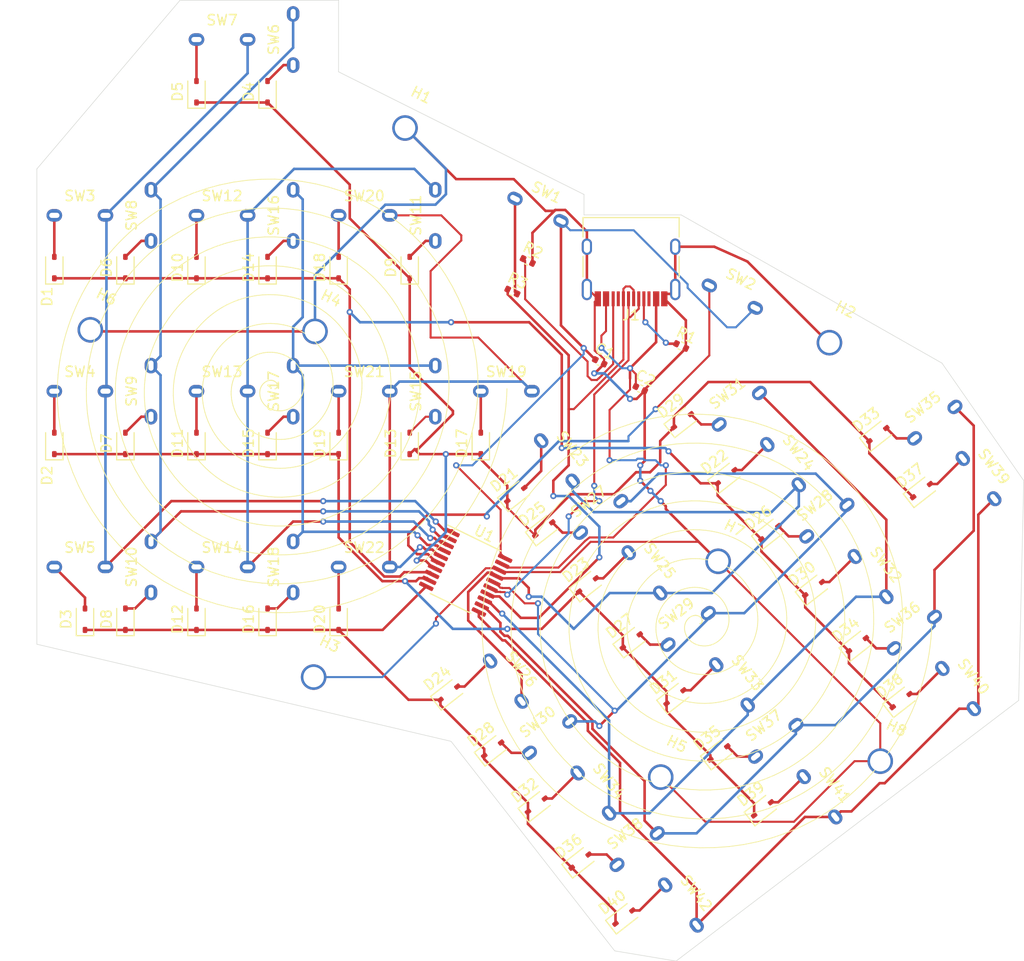
<source format=kicad_pcb>
(kicad_pcb (version 20240108) (generator "pcbnew") (generator_version "8.0")
  (layers (0 "F.Cu" signal) (31 "B.Cu" signal) (34 "B.Paste" user) (35 "F.Paste" user) (36 "B.SilkS" user "B.Silkscreen") (37 "F.SilkS" user "F.Silkscreen") (38 "B.Mask" user) (39 "F.Mask" user) (44 "Edge.Cuts" user))
  (net 0 "")
  (net 1 "GND")
  (net 2 "VBUS")
  (net 3 "+3.3V")
  (net 4 "row1")
  (net 5 "row2")
  (net 6 "row3")
  (net 7 "row4")
  (net 8 "UDM")
  (net 10 "CC2")
  (net 11 "UDP")
  (net 12 "CC1")
  (net 14 "BOOT")
  (net 15 "col1")
  (net 16 "col10")
  (net 17 "col9")
  (net 18 "col3")
  (net 19 "col8")
  (net 20 "col4")
  (net 21 "col7")
  (net 22 "col5")
  (net 23 "col6")
  (net 24 "RST")
  (net 25 "col2")
  (net 26 "Net-(D1-A)")
  (net 27 "Net-(D2-A)")
  (net 28 "Net-(D3-A)")
  (net 29 "Net-(D4-A)")
  (net 30 "Net-(D5-A)")
  (net 31 "Net-(D6-A)")
  (net 32 "Net-(D7-A)")
  (net 33 "Net-(D8-A)")
  (net 34 "Net-(D9-A)")
  (net 35 "Net-(D10-A)")
  (net 36 "Net-(D11-A)")
  (net 37 "Net-(D12-A)")
  (net 38 "Net-(D13-A)")
  (net 39 "Net-(D14-A)")
  (net 40 "Net-(D15-A)")
  (net 41 "Net-(D16-A)")
  (net 42 "Net-(D17-A)")
  (net 43 "Net-(D18-A)")
  (net 44 "Net-(D19-A)")
  (net 45 "Net-(D20-A)")
  (net 46 "Net-(D21-A)")
  (net 47 "Net-(D22-A)")
  (net 48 "Net-(D23-A)")
  (net 49 "Net-(D24-A)")
  (net 50 "Net-(D25-A)")
  (net 51 "Net-(D26-A)")
  (net 52 "Net-(D27-A)")
  (net 53 "Net-(D28-A)")
  (net 54 "Net-(D29-A)")
  (net 55 "Net-(D30-A)")
  (net 56 "Net-(D31-A)")
  (net 57 "Net-(D32-A)")
  (net 58 "Net-(D33-A)")
  (net 59 "Net-(D34-A)")
  (net 60 "Net-(D35-A)")
  (net 61 "Net-(D36-A)")
  (net 62 "Net-(D37-A)")
  (net 63 "Net-(D38-A)")
  (net 64 "Net-(D39-A)")
  (net 65 "Net-(D40-A)")
  (footprint "Library:Button_Mute_Kailh" (layer "F.Cu") (at 91.0573 86.2427 90)
    (property "Reference" "SW17")
    (property "Value" "SW_Push")
  )
  (footprint "Library:D_SOD-323" (layer "F.Cu") (at 88.5573 108.5527 90)
    (property "Reference" "D16")
    (property "Value" "D_Small")
  )
  (footprint "Library:Button_Mute_Kailh" (layer "F.Cu") (at 153.797 89.3203 38)
    (property "Reference" "SW35")
    (property "Value" "SW_Push")
  )
  (footprint "Library:Button_Mute_Kailh" (layer "F.Cu") (at 138.2471 120.4524 38)
    (property "Reference" "SW37")
    (property "Value" "SW_Push")
  )
  (footprint "Library:D_SOD-323" (layer "F.Cu") (at 88.5573 56.9527 90)
    (property "Reference" "D4")
    (property "Value" "D_Small")
  )
  (footprint "Library:D_SOD-323" (layer "F.Cu") (at 115.5658 99.7217 38)
    (property "Reference" "D25")
    (property "Value" "D_Small")
  )
  (footprint "Library:D_SOD-323" (layer "F.Cu") (at 148.2311 90.4963 38)
    (property "Reference" "D33")
    (property "Value" "D_Small")
  )
  (footprint "Library:D_SOD-323" (layer "F.Cu") (at 137.6773 100.0857 38)
    (property "Reference" "D26")
    (property "Value" "D_Small")
  )
  (footprint "Library:D_SOD-323" (layer "F.Cu") (at 81.6073 74.1527 90)
    (property "Reference" "D10")
    (property "Value" "D_Small")
  )
  (footprint "Library:Button_Mute_Kailh" (layer "F.Cu") (at 77.1573 86.2427 90)
    (property "Reference" "SW9")
    (property "Value" "SW_Push")
  )
  (footprint "Library:D_SOD-323" (layer "F.Cu") (at 74.6573 91.3527 90)
    (property "Reference" "D7")
    (property "Value" "D_Small")
  )
  (footprint "Library:D_SOD-323" (layer "F.Cu") (at 88.5573 91.3527 90)
    (property "Reference" "D15")
    (property "Value" "D_Small")
  )
  (footprint "Library:Button_Mute_Kailh" (layer "F.Cu") (at 84.1073 86.2427)
    (property "Reference" "SW13")
    (property "Value" "SW_Push")
  )
  (footprint "Library:m1.6_hole" (layer "F.Cu") (at 132.6182 102.8868 -26)
    (property "Reference" "H7")
    (property "Value" "MountingHole_Pad")
  )
  (footprint "Library:R_0402_1005Metric" (layer "F.Cu") (at 129 81.824 -26)
    (property "Reference" "R1")
    (property "Value" "5.1k")
  )
  (footprint "Library:Button_Mute_Kailh" (layer "F.Cu") (at 77.1573 103.4427 90)
    (property "Reference" "SW10")
    (property "Value" "SW_Push")
  )
  (footprint "Library:R_0402_1005Metric" (layer "F.Cu") (at 114 73.5 -26)
    (property "Reference" "R2")
    (property "Value" "5.1k")
  )
  (footprint "Library:D_SOD-323" (layer "F.Cu") (at 114.8486 126.7411 38)
    (property "Reference" "D32")
    (property "Value" "D_Small")
  )
  (footprint "Library:D_SOD-323" (layer "F.Cu") (at 95.5073 108.5527 90)
    (property "Reference" "D20")
    (property "Value" "D_Small")
  )
  (footprint "Library:Button_Mute_Kailh" (layer "F.Cu") (at 116.8529 93.069 -52)
    (property "Reference" "SW23")
    (property "Value" "SW_Push")
  )
  (footprint "Library:D_SOD-323" (layer "F.Cu") (at 110.5697 121.2644 38)
    (property "Reference" "D28")
    (property "Value" "D_Small")
  )
  (footprint "Library:D_SOD-323" (layer "F.Cu") (at 88.5573 74.1527 90)
    (property "Reference" "D14")
    (property "Value" "D_Small")
  )
  (footprint "Library:D_SOD-323" (layer "F.Cu") (at 74.6573 108.5527 90)
    (property "Reference" "D8")
    (property "Value" "D_Small")
  )
  (footprint "Library:Button_Mute_Kailh" (layer "F.Cu") (at 133.9682 114.9757 -52)
    (property "Reference" "SW33")
    (property "Value" "SW_Push")
  )
  (footprint "Library:Button_Mute_Kailh" (layer "F.Cu") (at 115 68.5 -26)
    (property "Reference" "SW1")
    (property "Value" "BOOT")
  )
  (footprint "Library:m1.6_hole" (layer "F.Cu") (at 143.5 81.5 -26)
    (property "Reference" "H2")
    (property "Value" "MountingHole_Pad")
  )
  (footprint "Library:m1.6_hole" (layer "F.Cu") (at 93.1953 80.3956 -26)
    (property "Reference" "H4")
    (property "Value" "MountingHole_Pad")
  )
  (footprint "Library:D_SOD-323" (layer "F.Cu") (at 81.6073 108.5527 90)
    (property "Reference" "D12")
    (property "Value" "D_Small")
  )
  (footprint "Library:D_SOD-323" (layer "F.Cu") (at 81.6073 91.3527 90)
    (property "Reference" "D11")
    (property "Value" "D_Small")
  )
  (footprint "Library:Button_Mute_Kailh" (layer "F.Cu") (at 70.2073 86.2427)
    (property "Reference" "SW4")
    (property "Value" "SW_Push")
  )
  (footprint "Library:m1.6_hole" (layer "F.Cu") (at 71.229 80.2439 -26)
    (property "Reference" "H6")
    (property "Value" "MountingHole_Pad")
  )
  (footprint "Library:D_SOD-323" (layer "F.Cu") (at 95.5073 74.1527 90)
    (property "Reference" "D18")
    (property "Value" "D_Small")
  )
  (footprint "Library:m1.6_hole" (layer "F.Cu") (at 102 60.5 -26)
    (property "Reference" "H1")
    (property "Value" "MountingHole_Pad")
  )
  (footprint "Library:D_SOD-323" (layer "F.Cu") (at 128.4024 116.1517 38)
    (property "Reference" "D31")
    (property "Value" "D_Small")
  )
  (footprint "Library:Button_Mute_Kailh" (layer "F.Cu") (at 111.9073 86.2427)
    (property "Reference" "SW19")
    (property "Value" "SW_Push")
  )
  (footprint "Library:Button_Mute_Kailh" (layer "F.Cu") (at 151.8009 109.863 38)
    (property "Reference" "SW36")
    (property "Value" "SW_Push")
  )
  (footprint "Library:D_SOD-323" (layer "F.Cu") (at 150.5138 116.5157 38)
    (property "Reference" "D38")
    (property "Value" "D_Small")
  )
  (footprint "Library:Button_Mute_Kailh" (layer "F.Cu") (at 125.4106 104.0224 -52)
    (property "Reference" "SW25")
    (property "Value" "SW_Push")
  )
  (footprint "Library:Button_Mute_Kailh" (layer "F.Cu") (at 91.0573 103.4427 90)
    (property "Reference" "SW18")
    (property "Value" "SW_Push")
  )
  (footprint "Library:D_SOD-323" (layer "F.Cu") (at 67.7073 74.1527 90)
    (property "Reference" "D1")
    (property "Value" "D_Small")
  )
  (footprint "Library:C_0402_1005Metric" (layer "F.Cu") (at 121.0338 83.3714 -26)
    (property "Reference" "C1")
    (property "Value" "100nF")
  )
  (footprint "Library:D_SOD-323" (layer "F.Cu") (at 133.3984 94.609 38)
    (property "Reference" "D22")
    (property "Value" "D_Small")
  )
  (footprint "Library:D_SOD-323" (layer "F.Cu") (at 146.235 111.039 38)
    (property "Reference" "D34")
    (property "Value" "D_Small")
  )
  (footprint "Library:D_SOD-323" (layer "F.Cu") (at 109.4073 91.3527 90)
    (property "Reference" "D17")
    (property "Value" "D_Small")
  )
  (footprint "Library:Button_Mute_Kailh" (layer "F.Cu") (at 143.2432 98.9097 38)
    (property "Reference" "SW28")
    (property "Value" "SW_Push")
  )
  (footprint "Library:D_SOD-323" (layer "F.Cu") (at 74.6573 74.1527 90)
    (property "Reference" "D6")
    (property "Value" "D_Small")
  )
  (footprint "Library:C_0402_1005Metric" (layer "F.Cu") (at 125 86 -26)
    (property "Reference" "C2")
    (property "Value" "100nF")
  )
  (footprint "Library:Button_Mute_Kailh" (layer "F.Cu") (at 128.9722 136.5184 -52)
    (property "Reference" "SW42")
    (property "Value" "SW_Push")
  )
  (footprint "Library:m1.6_hole" (layer "F.Cu") (at 127 124 -26)
    (property "Reference" "H5")
    (property "Value" "MountingHole_Pad")
  )
  (footprint "Library:Button_Mute_Kailh" (layer "F.Cu") (at 98.0073 69.0427)
    (property "Reference" "SW20")
    (property "Value" "SW_Push")
  )
  (footprint "Library:R_0402_1005Metric" (layer "F.Cu") (at 112.5 76.5 -26)
    (property "Reference" "R3")
    (property "Value" "10k")
  )
  (footprint "Library:Button_Mute_Kailh" (layer "F.Cu") (at 77.1573 69.0427 90)
    (property "Reference" "SW8")
    (property "Value" "SW_Push")
  )
  (footprint "Library:D_SOD-323" (layer "F.Cu") (at 112.8274 96.3536 38)
    (property "Reference" "D21")
    (property "Value" "D_Small")
  )
  (footprint "Library:Button_Mute_Kailh" (layer "F.Cu") (at 158.0758 94.797 -52)
    (property "Reference" "SW39")
    (property "Value" "SW_Push")
  )
  (footprint "Library:Button_Mute_Kailh" (layer "F.Cu") (at 104.9573 69.0427 90)
    (property "Reference" "SW11")
    (property "Value" "SW_Push")
  )
  (footprint "Library:D_SOD-323" (layer "F.Cu") (at 102.4573 74.1527 90)
    (property "Reference" "D9")
    (property "Value" "D_Small")
  )
  (footprint "Library:Button_Mute_Kailh" (layer "F.Cu") (at 138.9643 93.433 -52)
    (property "Reference" "SW24")
    (property "Value" "SW_Push")
  )
  (footprint "Library:D_SOD-323" (layer "F.Cu") (at 123.4063 137.6944 38)
    (property "Reference" "D40")
    (property "Value" "D_Small")
  )
  (footprint "Library:D_SOD-323" (layer "F.Cu") (at 119.1274 132.2178 38)
    (property "Reference" "D36")
    (property "Value" "D_Small")
  )
  (footprint "Library:Button_Mute_Kailh" (layer "F.Cu") (at 121.1317 98.5457 38)
    (property "Reference" "SW27")
    (property "Value" "SW_Push")
  )
  (footprint "Library:D_SOD-323" (layer "F.Cu") (at 152.5099 95.973 38)
    (property "Reference" "D37")
    (property "Value" "D_Small")
  )
  (footprint "Library:Button_Mute_Kailh" (layer "F.Cu") (at 70.2073 69.0427)
    (property "Reference" "SW3")
    (property "Value" "SW_Push")
  )
  (footprint "Library:m1.6_hole" (layer "F.Cu") (at 93.0627 114.2162 -26)
    (property "Reference" "H3")
    (property "Value" "MountingHole_Pad")
  )
  (footprint "Library:D_SOD-323" (layer "F.Cu") (at 106.2909 115.7877 38)
    (property "Reference" "D24")
    (property "Value" "D_Small")
  )
  (footprint "Library:Button_Mute_Kailh" (layer "F.Cu") (at 142.5259 125.9291 -52)
    (property "Reference" "SW41")
    (property "Value" "SW_Push")
  )
  (footprint "Library:Button_Mute_Kailh" (layer "F.Cu") (at 124.6933 131.0418 38)
    (property "Reference" "SW38")
    (property "Value" "SW_Push")
  )
  (footprint "Library:Button_Mute_Kailh" (layer "F.Cu") (at 147.522 104.3863 -52)
    (property "Reference" "SW32")
    (property "Value" "SW_Push")
  )
  (footprint "Library:Button_Mute_Kailh" (layer "F.Cu") (at 98.0073 86.2427)
    (property "Reference" "SW21")
    (property "Value" "SW_Push")
  )
  (footprint "Library:D_SOD-323" (layer "F.Cu") (at 102.4573 91.3527 90)
    (property "Reference" "D13")
    (property "Value" "D_Small")
  )
  (footprint "Library:Button_Mute_Kailh" (layer "F.Cu") (at 84.1073 51.8427)
    (property "Reference" "SW7")
    (property "Value" "SW_Push")
  )
  (footprint "Library:Button_Mute_Kailh" (layer "F.Cu") (at 120.4145 125.5651 -52)
    (property "Reference" "SW34")
    (property "Value" "SW_Push")
  )
  (footprint "Library:Button_Mute_Kailh" (layer "F.Cu") (at 104.9573 86.2427 90)
    (property "Reference" "SW15")
    (property "Value" "SW_Push")
  )
  (footprint "Library:Button_Mute_Kailh" (layer "F.Cu") (at 129.6894 109.499 38)
    (property "Reference" "SW29")
    (property "Value" "SW_Push")
  )
  (footprint "Library:Button_Mute_Kailh" (layer "F.Cu") (at 84.1073 69.0427)
    (property "Reference" "SW12")
    (property "Value" "SW_Push")
  )
  (footprint "Library:D_SOD-323" (layer "F.Cu") (at 124.1235 110.675 38)
    (property "Reference" "D27")
    (property "Value" "D_Small")
  )
  (footprint "Library:D_SOD-323" (layer "F.Cu") (at 81.6073 56.9527 90)
    (property "Reference" "D5")
    (property "Value" "D_Small")
  )
  (footprint "Library:Button_Mute_Kailh" (layer "F.Cu") (at 111.8568 114.6117 -52)
    (property "Reference" "SW26")
    (property "Value" "SW_Push")
  )
  (footprint "Library:Button_Mute_Kailh" (layer "F.Cu") (at 156.0797 115.3397 -52)
    (property "Reference" "SW40")
    (property "Value" "SW_Push")
  )
  (footprint "Library:D_SOD-323" (layer "F.Cu") (at 132.6812 121.6284 38)
    (property "Reference" "D35")
    (property "Value" "D_Small")
  )
  (footprint "Library:TSSOP-20_4.4x6.5mm_P0.65mm" (layer "F.Cu") (at 107.9299 103.96 -26)
    (property "Reference" "U1")
    (property "Value" "CH552T")
  )
  (footprint "Library:D_SOD-323" (layer "F.Cu") (at 129.1196 89.1323 38)
    (property "Reference" "D29")
    (property "Value" "D_Small")
  )
  (footprint "Library:D_SOD-323" (layer "F.Cu") (at 141.9561 105.5623 38)
    (property "Reference" "D30")
    (property "Value" "D_Small")
  )
  (footprint "Library:Button_Mute_Kailh" (layer "F.Cu") (at 91.0573 69.0427 90)
    (property "Reference" "SW16")
    (property "Value" "SW_Push")
  )
  (footprint "Library:Button_Mute_Kailh" (layer "F.Cu") (at 98.0073 103.4427)
    (property "Reference" "SW22")
    (property "Value" "SW_Push")
  )
  (footprint "Library:m1.6_hole" (layer "F.Cu") (at 148.4678 122.4425 -26)
    (property "Reference" "H8")
    (property "Value" "MountingHole_Pad")
  )
  (footprint "Library:Button_Mute_Kailh" (layer "F.Cu") (at 70.2073 103.4427)
    (property "Reference" "SW5")
    (property "Value" "SW_Push")
  )
  (footprint "Library:Button_Mute_Kailh" (layer "F.Cu") (at 134 77 -26)
    (property "Reference" "SW2")
    (property "Value" "RESET")
  )
  (footprint "Library:Button_Mute_Kailh" (layer "F.Cu") (at 91.0573 51.8427 90)
    (property "Reference" "SW6")
    (property "Value" "SW_Push")
  )
  (footprint "Library:D_SOD-323" (layer "F.Cu") (at 119.8447 105.1984 38)
    (property "Reference" "D23")
    (property "Value" "D_Small")
  )
  (footprint "Library:D_SOD-323" (layer "F.Cu") (at 70.7073 108.5527 90)
    (property "Reference" "D3")
    (property "Value" "D_Small")
  )
  (footprint "Library:Button_Mute_Kailh" (layer "F.Cu") (at 134.6855 87.9563 38)
    (property "Reference" "SW31")
    (property "Value" "SW_Push")
  )
  (footprint "Library:USB_C_Receptacle_HRO_TYPE-C-31-M-12" (layer "F.Cu") (at 124.1024 73.161 180)
    (property "Reference" "J1")
    (property "Value" "USB_C_Receptacle_USB2.0")
  )
  (footprint "Library:Button_Mute_Kailh" (layer "F.Cu") (at 116.1356 120.0884 38)
    (property "Reference" "SW30")
    (property "Value" "SW_Push")
  )
  (footprint "Library:D_SOD-323" (layer "F.Cu") (at 67.7073 91.3527 90)
    (property "Reference" "D2")
    (property "Value" "D_Small")
  )
  (footprint "Library:D_SOD-323" (layer "F.Cu") (at 136.9601 127.1051 38)
    (property "Reference" "D39")
    (property "Value" "D_Small")
  )
  (footprint "Library:Button_Mute_Kailh" (layer "F.Cu") (at 84.1073 103.4427)
    (property "Reference" "SW14")
    (property "Value" "SW_Push")
  )
  (footprint "Library:D_SOD-323" (layer "F.Cu") (at 95.5073 91.3527 90)
    (property "Reference" "D19")
    (property "Value" "D_Small")
  )
  (gr_line (start 117.616711 126.199403) (end 118.745986 127.055066) (stroke (width 0.078791)) (layer "F.SilkS"))
  (gr_line (start 129.986227 108.284027) (end 129.917504 108.32227) (stroke (width 0.078791)) (layer "F.SilkS"))
  (gr_line (start 140.014948 122.780346) (end 140.467189 122.481627) (stroke (width 0.078791)) (layer "F.SilkS"))
  (gr_line (start 136.85876 121.267059) (end 137.662942 120.872945) (stroke (width 0.078791)) (layer "F.SilkS"))
  (gr_line (start 89.790789 93.789801) (end 90.303805 93.770972) (stroke (width 0.078791)) (layer "F.SilkS"))
  (gr_line (start 92.358981 74.490449) (end 91.603067 74.290634) (stroke (width 0.078791)) (layer "F.SilkS"))
  (gr_line (start 135.604256 118.723564) (end 136.244697 118.416473) (stroke (width 0.078791)) (layer "F.SilkS"))
  (gr_line (start 91.369204 96.495061) (end 92.059387 96.369992) (stroke (width 0.078791)) (layer "F.SilkS"))
  (gr_line (start 129.55279 108.66722) (end 129.528012 108.704505) (stroke (width 0.078791)) (layer "F.SilkS"))
  (gr_line (start 130.369277 108.179219) (end 130.335345 108.181178) (stroke (width 0.078791)) (layer "F.SilkS"))
  (gr_line (start 112.956397 120.938555) (end 113.748254 122.104188) (stroke (width 0.078791)) (layer "F.SilkS"))
  (gr_line (start 92.9755 81.172265) (end 92.67064 80.914917) (stroke (width 0.078791)) (layer "F.SilkS"))
  (gr_line (start 104.342998 98.369615) (end 104.74898 97.875539) (stroke (width 0.078791)) (layer "F.SilkS"))
  (gr_line (start 114.612833 123.218351) (end 115.547515 124.275783) (stroke (width 0.078791)) (layer "F.SilkS"))
  (gr_line (start 131.959607 91.392113) (end 130.802593 91.326458) (stroke (width 0.078791)) (layer "F.SilkS"))
  (gr_line (start 91.413908 102.184655) (end 92.475439 102.04617) (stroke (width 0.078791)) (layer "F.SilkS"))
  (gr_line (start 133.28321 107.093621) (end 133.176939 106.915788) (stroke (width 0.078791)) (layer "F.SilkS"))
  (gr_line (start 125.88808 127.34691) (end 127.095899 127.64825) (stroke (width 0.078791)) (layer "F.SilkS"))
  (gr_line (start 130.126199 108.22492) (end 130.05595 108.251545) (stroke (width 0.078791)) (layer "F.SilkS"))
  (gr_line (start 138.711305 111.675439) (end 138.810764 111.420722) (stroke (width 0.078791)) (layer "F.SilkS"))
  (gr_line (start 90.156562 88.127869) (end 90.231472 88.11186) (stroke (width 0.078791)) (layer "F.SilkS"))
  (gr_line (start 120.788506 97.570982) (end 120.413024 97.89744) (stroke (width 0.078791)) (layer "F.SilkS"))
  (gr_line (start 123.793125 129.65143) (end 125.154201 130.081853) (stroke (width 0.078791)) (layer "F.SilkS"))
  (gr_line (start 89.476114 85.508953) (end 89.464646 85.488885) (stroke (width 0.078791)) (layer "F.SilkS"))
  (gr_line (start 143.900727 113.918109) (end 144.071821 113.492965) (stroke (width 0.078791)) (layer "F.SilkS"))
  (gr_line (start 143.716337 114.337305) (end 143.900727 113.918109) (stroke (width 0.078791)) (layer "F.SilkS"))
  (gr_line (start 126.62338 115.264172) (end 127.026109 115.550589) (stroke (width 0.078791)) (layer "F.SilkS"))
  (gr_line (start 143.518929 114.750164) (end 143.716337 114.337305) (stroke (width 0.078791)) (layer "F.SilkS"))
  (gr_line (start 116.454681 97.985832) (end 116.091578 98.455556) (stroke (width 0.078791)) (layer "F.SilkS"))
  (gr_line (start 93.262419 65.963974) (end 91.94387 65.725362) (stroke (width 0.078791)) (layer "F.SilkS"))
  (gr_line (start 139.182219 110.099948) (end 139.230081 109.827907) (stroke (width 0.078791)) (layer "F.SilkS"))
  (gr_line (start 145.456378 121.850113) (end 145.877426 121.369615) (stroke (width 0.078791)) (layer "F.SilkS"))
  (gr_line (start 130.822818 108.999447) (end 130.837422 108.997808) (stroke (width 0.078791)) (layer "F.SilkS"))
  (gr_line (start 76.761817 83.938851) (end 76.683463 84.345773) (stroke (width 0.078791)) (layer "F.SilkS"))
  (gr_line (start 77.851104 80.833196) (end 77.672341 81.203606) (stroke (width 0.078791)) (layer "F.SilkS"))
  (gr_line (start 135.733121 115.419234) (end 135.94843 115.264357) (stroke (width 0.078791)) (layer "F.SilkS"))
  (gr_line (start 108.983332 87.9383) (end 109.054208 87.295016) (stroke (width 0.078791)) (layer "F.SilkS"))
  (gr_line (start 97.276129 82.682736) (end 97.065748 82.152953) (stroke (width 0.078791)) (layer "F.SilkS"))
  (gr_line (start 130.813596 130.915193) (end 132.252238 130.899627) (stroke (width 0.078791)) (layer "F.SilkS"))
  (gr_line (start 76.568076 85.168273) (end 76.531547 85.583157) (stroke (width 0.078791)) (layer "F.SilkS"))
  (gr_line (start 132.14501 88.570147) (end 130.802592 88.498691) (stroke (width 0.078791)) (layer "F.SilkS"))
  (gr_line (start 92.732154 77.652215) (end 92.186675 77.420855) (stroke (width 0.078791)) (layer "F.SilkS"))
  (gr_line (start 110.023422 94.582769) (end 110.311573 93.905533) (stroke (width 0.078791)) (layer "F.SilkS"))
  (gr_line (start 107.137591 94.083604) (end 107.409585 93.500948) (stroke (width 0.078791)) (layer "F.SilkS"))
  (gr_line (start 78.788886 71.365849) (end 78.309836 71.70789) (stroke (width 0.078791)) (layer "F.SilkS"))
  (gr_line (start 124.01051 107.419954) (end 123.946205 107.639163) (stroke (width 0.078791)) (layer "F.SilkS"))
  (gr_line (start 115.091453 99.932346) (end 114.78897 100.445434) (stroke (width 0.078791)) (layer "F.SilkS"))
  (gr_line (start 120.87383 109.650796) (end 120.91255 110.301929) (stroke (width 0.078791)) (layer "F.SilkS"))
  (gr_line (start 103.269226 87.838987) (end 103.339492 87.383103) (stroke (width 0.078791)) (layer "F.SilkS"))
  (gr_line (start 115.407173 106.976254) (end 115.331307 107.478098) (stroke (width 0.078791)) (layer "F.SilkS"))
  (gr_line (start 144.617695 111.740693) (end 144.718154 111.291646) (stroke (width 0.078791)) (layer "F.SilkS"))
  (gr_line (start 96.128514 97.872945) (end 96.520657 97.65442) (stroke (width 0.078791)) (layer "F.SilkS"))
  (gr_line (start 88.63865 90.849554) (end 88.956471 90.909045) (stroke (width 0.078791)) (layer "F.SilkS"))
  (gr_line (start 100.811866 93.705788) (end 101.31693 92.94683) (stroke (width 0.078791)) (layer "F.SilkS"))
  (gr_line (start 136.328883 109.908661) (end 136.371501 109.730429) (stroke (width 0.078791)) (layer "F.SilkS"))
  (gr_line (start 87.454686 76.892716) (end 86.854885 76.99748) (stroke (width 0.078791)) (layer "F.SilkS"))
  (gr_line (start 124.887125 105.587881) (end 124.648899 105.969749) (stroke (width 0.078791)) (layer "F.SilkS"))
  (gr_line (start 95.329562 95.063987) (end 95.630027 94.871513) (stroke (width 0.078791)) (layer "F.SilkS"))
  (gr_line (start 71.108107 75.518463) (end 70.760505 76.1126) (stroke (width 0.078791)) (layer "F.SilkS"))
  (gr_line (start 76.681956 88.502757) (end 76.851621 89.326786) (stroke (width 0.078791)) (layer "F.SilkS"))
  (gr_line (start 132.776336 113.746781) (end 133.09525 113.636578) (stroke (width 0.078791)) (layer "F.SilkS"))
  (gr_line (start 102.235496 104.091735) (end 102.825554 103.666201) (stroke (width 0.078791)) (layer "F.SilkS"))
  (gr_line (start 73.902871 89.054699) (end 74.116151 90.058699) (stroke (width 0.078791)) (layer "F.SilkS"))
  (gr_line (start 120.91255 110.301929) (end 120.99547 110.950815) (stroke (width 0.078791)) (layer "F.SilkS"))
  (gr_line (start 81.277798 73.141242) (end 80.85455 73.398747) (stroke (width 0.078791)) (layer "F.SilkS"))
  (gr_line (start 137.010555 127.24815) (end 138.203067 126.841345) (stroke (width 0.078791)) (layer "F.SilkS"))
  (gr_line (start 90.239774 71.214078) (end 89.268164 71.154225) (stroke (width 0.078791)) (layer "F.SilkS"))
  (gr_line (start 120.009972 116.223912) (end 120.479665 116.935968) (stroke (width 0.078791)) (layer "F.SilkS"))
  (gr_line (start 136.662584 102.317325) (end 136.235302 101.922871) (stroke (width 0.078791)) (layer "F.SilkS"))
  (gr_line (start 120.323314 94.365849) (end 119.844264 94.70789) (stroke (width 0.078791)) (layer "F.SilkS"))
  (gr_line (start 97.763852 84.882832) (end 97.696748 84.325157) (stroke (width 0.078791)) (layer "F.SilkS"))
  (gr_line (start 116.592931 103.121785) (end 116.391247 103.583988) (stroke (width 0.078791)) (layer "F.SilkS"))
  (gr_line (start 87.443197 90.419417) (end 87.727978 90.555052) (stroke (width 0.078791)) (layer "F.SilkS"))
  (gr_line (start 99.889965 81.600914) (end 99.602343 80.902535) (stroke (width 0.078791)) (layer "F.SilkS"))
  (gr_line (start 87.847881 86.82953) (end 87.880311 86.937723) (stroke (width 0.078791)) (layer "F.SilkS"))
  (gr_line (start 89.085636 85.210321) (end 89.056523 85.202309) (stroke (width 0.078791)) (layer "F.SilkS"))
  (gr_line (start 127.095899 127.64825) (end 128.322906 127.872358) (stroke (width 0.078791)) (layer "F.SilkS"))
  (gr_line (start 92.793267 99.104936) (end 93.653033 98.882692) (stroke (width 0.078791)) (layer "F.SilkS"))
  (gr_line (start 132.561033 110.749972) (end 132.693532 110.64937) (stroke (width 0.078791)) (layer "F.SilkS"))
  (gr_line (start 89.268164 85.293058) (end 89.244536 85.278701) (stroke (width 0.078791)) (layer "F.SilkS"))
  (gr_line (start 79.632692 84.087221) (end 79.558241 84.399847) (stroke (width 0.078791)) (layer "F.SilkS"))
  (gr_line (start 121.20528 101.119636) (end 120.942289 101.431311) (stroke (width 0.078791)) (layer "F.SilkS"))
  (gr_line (start 83.485953 78.456071) (end 83.234608 78.640006) (stroke (width 0.078791)) (layer "F.SilkS"))
  (gr_line (start 97.276336 88.420722) (end 97.367646 88.162563) (stroke (width 0.078791)) (layer "F.SilkS"))
  (gr_line (start 68.645211 91.522526) (end 69.034161 92.866573) (stroke (width 0.078791)) (layer "F.SilkS"))
  (gr_line (start 147.758656 110.1097) (end 147.802493 109.555976) (stroke (width 0.078791)) (layer "F.SilkS"))
  (gr_line (start 133.431133 109.698737) (end 133.467551 109.616634) (stroke (width 0.078791)) (layer "F.SilkS"))
  (gr_line (start 148.151844 98.980228) (end 147.484193 97.84722) (stroke (width 0.078791)) (layer "F.SilkS"))
  (gr_line (start 108.309523 91.090217) (end 108.485629 90.470289) (stroke (width 0.078791)) (layer "F.SilkS"))
  (gr_line (start 135.527012 105.370882) (end 135.304078 105.048998) (stroke (width 0.078791)) (layer "F.SilkS"))
  (gr_line (start 138.356174 104.635762) (end 138.079428 104.133409) (stroke (width 0.078791)) (layer "F.SilkS"))
  (gr_line (start 95.0229 95.245742) (end 95.329562 95.063987) (stroke (width 0.078791)) (layer "F.SilkS"))
  (gr_line (start 88.071102 85.596469) (end 88.044221 85.631204) (stroke (width 0.078791)) (layer "F.SilkS"))
  (gr_line (start 130.802593 91.326458) (end 129.642056 91.333322) (stroke (width 0.078791)) (layer "F.SilkS"))
  (gr_line (start 129.062974 122.263236) (end 129.934687 122.374941) (stroke (width 0.078791)) (layer "F.SilkS"))
  (gr_line (start 70.945967 88.410486) (end 71.123786 89.606641) (stroke (width 0.078791)) (layer "F.SilkS"))
  (gr_line (start 102.838584 89.62639) (end 102.968128 89.185737) (stroke (width 0.078791)) (layer "F.SilkS"))
  (gr_line (start 75.274558 79.666477) (end 75.058503 80.121785) (stroke (width 0.078791)) (layer "F.SilkS"))
  (gr_line (start 134.327695 122.104936) (end 135.187461 121.882692) (stroke (width 0.078791)) (layer "F.SilkS"))
  (gr_line (start 93.97866 92.566458) (end 94.198693 92.419234) (stroke (width 0.078791)) (layer "F.SilkS"))
  (gr_line (start 123.472422 119.98053) (end 124.18962 120.463533) (stroke (width 0.078791)) (layer "F.SilkS"))
  (gr_line (start 88.018362 85.66722) (end 87.993584 85.704505) (stroke (width 0.078791)) (layer "F.SilkS"))
  (gr_line (start 76.958579 83.135401) (end 76.853606 83.535278) (stroke (width 0.078791)) (layer "F.SilkS"))
  (gr_line (start 85.529119 88.509271) (end 85.676648 88.76775) (stroke (width 0.078791)) (layer "F.SilkS"))
  (gr_line (start 86.121005 74.262537) (end 85.350072 74.458675) (stroke (width 0.078791)) (layer "F.SilkS"))
  (gr_line (start 111.044991 91.82213) (end 111.244379 91.112565) (stroke (width 0.078791)) (layer "F.SilkS"))
  (gr_line (start 72.968088 77.968076) (end 72.698012 78.499757) (stroke (width 0.078791)) (layer "F.SilkS"))
  (gr_line (start 95.630027 94.871513) (end 95.924064 94.668627) (stroke (width 0.078791)) (layer "F.SilkS"))
  (gr_line (start 91.998031 86.447666) (end 92.026354 86.360909) (stroke (width 0.078791)) (layer "F.SilkS"))
  (gr_line (start 77.38654 72.440195) (end 76.942993 72.829429) (stroke (width 0.078791)) (layer "F.SilkS"))
  (gr_line (start 120.413024 97.89744) (end 120.047998 98.236395) (stroke (width 0.078791)) (layer "F.SilkS"))
  (gr_line (start 91.275127 80.103585) (end 90.891222 79.960335) (stroke (width 0.078791)) (layer "F.SilkS"))
  (gr_line (start 137.367288 89.689936) (end 136.095046 89.28562) (stroke (width 0.078791)) (layer "F.SilkS"))
  (gr_line (start 111.96592 99.717658) (end 111.655895 100.333039) (stroke (width 0.078791)) (layer "F.SilkS"))
  (gr_line (start 123.703812 109.465481) (end 123.723268 109.932409) (stroke (width 0.078791)) (layer "F.SilkS"))
  (gr_line (start 84.709145 91.952433) (end 85.088952 92.264172) (stroke (width 0.078791)) (layer "F.SilkS"))
  (gr_line (start 129.3304 109.505232) (end 129.340228 109.612712) (stroke (width 0.078791)) (layer "F.SilkS"))
  (gr_line (start 122.348627 99.965451) (end 122.049589 100.239425) (stroke (width 0.078791)) (layer "F.SilkS"))
  (gr_line (start 97.647791 87.099948) (end 97.695653 86.827907) (stroke (width 0.078791)) (layer "F.SilkS"))
  (gr_line (start 126.592449 108.724219) (end 126.570537 108.861421) (stroke (width 0.078791)) (layer "F.SilkS"))
  (gr_line (start 89.056523 85.202309) (end 89.026722 85.195384) (stroke (width 0.078791)) (layer "F.SilkS"))
  (gr_line (start 129.857072 105.467366) (end 129.619141 105.506863) (stroke (width 0.078791)) (layer "F.SilkS"))
  (gr_line (start 110.84372 102.235129) (end 110.613622 102.885814) (stroke (width 0.078791)) (layer "F.SilkS"))
  (gr_line (start 97.546758 100.32942) (end 98.01841 100.063101) (stroke (width 0.078791)) (layer "F.SilkS"))
  (gr_line (start 91.933123 86.616634) (end 91.966927 86.532925) (stroke (width 0.078791)) (layer "F.SilkS"))
  (gr_line (start 123.121396 115.75119) (end 123.553876 116.263664) (stroke (width 0.078791)) (layer "F.SilkS"))
  (gr_line (start 148.064033 123.165313) (end 148.527211 122.598278) (stroke (width 0.078791)) (layer "F.SilkS"))
  (gr_line (start 148.381969 117.657135) (end 148.672019 117.083604) (stroke (width 0.078791)) (layer "F.SilkS"))
  (gr_line (start 87.922224 65.511356) (end 86.578371 65.608506) (stroke (width 0.078791)) (layer "F.SilkS"))
  (gr_line (start 113.742822 102.58818) (end 113.523978 103.143891) (stroke (width 0.078791)) (layer "F.SilkS"))
  (gr_line (start 138.603878 111.926493) (end 138.711305 111.675439) (stroke (width 0.078791)) (layer "F.SilkS"))
  (gr_line (start 85.104755 77.548183) (end 84.546185 77.811763) (stroke (width 0.078791)) (layer "F.SilkS"))
  (gr_line (start 102.598309 70.794174) (end 101.602362 69.925296) (stroke (width 0.078791)) (layer "F.SilkS"))
  (gr_line (start 129.962972 102.63131) (end 129.542232 102.668269) (stroke (width 0.078791)) (layer "F.SilkS"))
  (gr_line (start 82.258697 106.65143) (end 83.619773 107.081853) (stroke (width 0.078791)) (layer "F.SilkS"))
  (gr_line (start 129.414739 109.937723) (end 129.45488 110.04501) (stroke (width 0.078791)) (layer "F.SilkS"))
  (gr_line (start 97.833338 103.354045) (end 98.965003 102.785887) (stroke (width 0.078791)) (layer "F.SilkS"))
  (gr_line (start 100.475832 83.773215) (end 100.327975 83.039171) (stroke (width 0.078791)) (layer "F.SilkS"))
  (gr_line (start 90.816087 93.719509) (end 91.325507 93.635051) (stroke (width 0.078791)) (layer "F.SilkS"))
  (gr_line (start 95.988191 69.795475) (end 94.921315 69.372666) (stroke (width 0.078791)) (layer "F.SilkS"))
  (gr_line (start 145.020636 122.316477) (end 145.456378 121.850113) (stroke (width 0.078791)) (layer "F.SilkS"))
  (gr_line (start 79.639716 74.257453) (end 79.254078 74.570982) (stroke (width 0.078791)) (layer "F.SilkS"))
  (gr_line (start 111.655895 100.333039) (end 111.365254 100.958143) (stroke (width 0.078791)) (layer "F.SilkS"))
  (gr_line (start 136.099008 124.565423) (end 137.11772 124.222435) (stroke (width 0.078791)) (layer "F.SilkS"))
  (gr_line (start 69.079194 79.885814) (end 68.870072 80.543828) (stroke (width 0.078791)) (layer "F.SilkS"))
  (gr_line (start 130.868096 108.340302) (end 130.847182 108.323904) (stroke (width 0.078791)) (layer "F.SilkS"))
  (gr_line (start 130.880152 108.98667) (end 130.893919 108.980983) (stroke (width 0.078791)) (layer "F.SilkS"))
  (gr_line (start 131.059968 108.709687) (end 131.060094 108.690527) (stroke (width 0.078791)) (layer "F.SilkS"))
  (gr_line (start 70.705455 96.726714) (end 71.421969 97.938555) (stroke (width 0.078791)) (layer "F.SilkS"))
  (gr_line (start 91.966927 86.532925) (end 91.998031 86.447666) (stroke (width 0.078791)) (layer "F.SilkS"))
  (gr_line (start 143.308778 115.156298) (end 143.518929 114.750164) (stroke (width 0.078791)) (layer "F.SilkS"))
  (gr_line (start 133.655995 108.23491) (end 133.625918 108.040387) (stroke (width 0.078791)) (layer "F.SilkS"))
  (gr_line (start 85.390843 84.687707) (end 85.282891 84.935308) (stroke (width 0.078791)) (layer "F.SilkS"))
  (gr_line (start 129.308368 116.546036) (end 129.803043 116.654114) (stroke (width 0.078791)) (layer "F.SilkS"))
  (gr_line (start 77.137518 69.060793) (end 76.584463 69.458496) (stroke (width 0.078791)) (layer "F.SilkS"))
  (gr_line (start 82.615431 66.410486) (end 81.33602 66.849198) (stroke (width 0.078791)) (layer "F.SilkS"))
  (gr_line (start 129.460765 108.823851) (end 129.440909 108.866089) (stroke (width 0.078791)) (layer "F.SilkS"))
  (gr_line (start 85.018932 86) (end 84.999365 86.280165) (stroke (width 0.078791)) (layer "F.SilkS"))
  (gr_line (start 122.112304 104.71933) (end 121.820608 105.285427) (stroke (width 0.078791)) (layer "F.SilkS"))
  (gr_line (start 94.560618 66.28562) (end 93.262419 65.963974) (stroke (width 0.078791)) (layer "F.SilkS"))
  (gr_line (start 124.160069 106.989664) (end 124.08185 107.203394) (stroke (width 0.078791)) (layer "F.SilkS"))
  (gr_line (start 129.622449 110.355708) (end 129.694317 110.453646) (stroke (width 0.078791)) (layer "F.SilkS"))
  (gr_line (start 132.42565 102.960335) (end 132.03126 102.841742) (stroke (width 0.078791)) (layer "F.SilkS"))
  (gr_line (start 76.855832 77.10355) (end 76.55987 77.50844) (stroke (width 0.078791)) (layer "F.SilkS"))
  (gr_line (start 139.553934 93.85176) (end 138.556961 93.288627) (stroke (width 0.078791)) (layer "F.SilkS"))
  (gr_line (start 145.067877 94.725733) (end 144.132737 93.794174) (stroke (width 0.078791)) (layer "F.SilkS"))
  (gr_line (start 82.749882 89.221839) (end 82.950046 89.657298) (stroke (width 0.078791)) (layer "F.SilkS"))
  (gr_line (start 83.71411 90.884399) (end 84.021039 91.260634) (stroke (width 0.078791)) (layer "F.SilkS"))
  (gr_line (start 97.649438 96.918021) (end 98.008893 96.64691) (stroke (width 0.078791)) (layer "F.SilkS"))
  (gr_line (start 88.268615 93.654114) (end 88.771067 93.73101) (stroke (width 0.078791)) (layer "F.SilkS"))
  (gr_line (start 91.816359 86.857913) (end 91.896705 86.698737) (stroke (width 0.078791)) (layer "F.SilkS"))
  (gr_line (start 68.153038 83.922902) (end 68.078131 84.612327) (stroke (width 0.078791)) (layer "F.SilkS"))
  (gr_line (start 102.84084 95.720449) (end 103.163057 95.277335) (stroke (width 0.078791)) (layer "F.SilkS"))
  (gr_line (start 121.896943 122.338708) (end 122.771375 122.920005) (stroke (width 0.078791)) (layer "F.SilkS"))
  (gr_line (start 142.63461 124.416808) (end 143.138212 124.029462) (stroke (width 0.078791)) (layer "F.SilkS"))
  (gr_line (start 118.065975 108.583157) (end 118.043894 109) (stroke (width 0.078791)) (layer "F.SilkS"))
  (gr_line (start 89.709852 88.168403) (end 89.857748 88.165165) (stroke (width 0.078791)) (layer "F.SilkS"))
  (gr_line (start 89.345724 85.98667) (end 89.359491 85.980983) (stroke (width 0.078791)) (layer "F.SilkS"))
  (gr_line (start 73.561811 72.216494) (end 73.111029 72.732537) (stroke (width 0.078791)) (layer "F.SilkS"))
  (gr_line (start 82.983772 94.201828) (end 83.513473 94.622353) (stroke (width 0.078791)) (layer "F.SilkS"))
  (gr_line (start 136.43873 109.368439) (end 136.463078 109.184957) (stroke (width 0.078791)) (layer "F.SilkS"))
  (gr_line (start 97.281395 97.176569) (end 97.649438 96.918021) (stroke (width 0.078791)) (layer "F.SilkS"))
  (gr_line (start 70.908112 84.797642) (end 70.861839 85.397647) (stroke (width 0.078791)) (layer "F.SilkS"))
  (gr_line (start 88.428544 79.63131) (end 88.007804 79.668269) (stroke (width 0.078791)) (layer "F.SilkS"))
  (gr_line (start 126.527765 121.60324) (end 127.355839 121.877023) (stroke (width 0.078791)) (layer "F.SilkS"))
  (gr_line (start 76.531547 85.583157) (end 76.509466 86) (stroke (width 0.078791)) (layer "F.SilkS"))
  (gr_line (start 129.934687 122.374941) (end 130.813595 122.431893) (stroke (width 0.078791)) (layer "F.SilkS"))
  (gr_line (start 110.4045 103.543828) (end 110.216753 104.208574) (stroke (width 0.078791)) (layer "F.SilkS"))
  (gr_line (start 116.832065 97.528237) (end 116.454681 97.985832) (stroke (width 0.078791)) (layer "F.SilkS"))
  (gr_line (start 129.327929 109.399133) (end 129.3304 109.505232) (stroke (width 0.078791)) (layer "F.SilkS"))
  (gr_line (start 147.514578 111.752642) (end 147.614373 111.208506) (stroke (width 0.078791)) (layer "F.SilkS"))
  (gr_line (start 89.723665 82.552728) (end 89.498159 82.50194) (stroke (width 0.078791)) (layer "F.SilkS"))
  (gr_line (start 76.567403 87.671448) (end 76.681956 88.502757) (stroke (width 0.078791)) (layer "F.SilkS"))
  (gr_line (start 102.094561 100.6252) (end 102.57214 100.204577) (stroke (width 0.078791)) (layer "F.SilkS"))
  (gr_line (start 152.112594 116.219254) (end 152.357208 115.524573) (stroke (width 0.078791)) (layer "F.SilkS"))
  (gr_line (start 72.676449 73.263093) (end 72.258469 73.807562) (stroke (width 0.078791)) (layer "F.SilkS"))
  (gr_line (start 124.245013 106.778944) (end 124.160069 106.989664) (stroke (width 0.078791)) (layer "F.SilkS"))
  (gr_line (start 96.701159 89.655462) (end 96.954234 89.173663) (stroke (width 0.078791)) (layer "F.SilkS"))
  (gr_line (start 86.220484 89.486495) (end 86.434517 89.70304) (stroke (width 0.078791)) (layer "F.SilkS"))
  (gr_line (start 133.628224 109.092202) (end 133.644583 109) (stroke (width 0.078791)) (layer "F.SilkS"))
  (gr_line (start 115.650579 113.058699) (end 115.929107 114.049047) (stroke (width 0.078791)) (layer "F.SilkS"))
  (gr_line (start 143.165906 127.4967) (end 143.769924 127.091735) (stroke (width 0.078791)) (layer "F.SilkS"))
  (gr_line (start 100.227022 98.494414) (end 100.636536 98.136568) (stroke (width 0.078791)) (layer "F.SilkS"))
  (gr_line (start 130.802593 96.981991) (end 130.012865 96.977252) (stroke (width 0.078791)) (layer "F.SilkS"))
  (gr_line (start 89.034649 82.443148) (end 88.798579 82.435871) (stroke (width 0.078791)) (layer "F.SilkS"))
  (gr_line (start 116.549681 125.271221) (end 117.616711 126.199403) (stroke (width 0.078791)) (layer "F.SilkS"))
  (gr_line (start 124.523584 101.832557) (end 124.28423 102.033462) (stroke (width 0.078791)) (layer "F.SilkS"))
  (gr_line (start 82.900018 83.367249) (end 82.710585 83.778944) (stroke (width 0.078791)) (layer "F.SilkS"))
  (gr_line (start 79.916352 83.168894) (end 79.811952 83.471481) (stroke (width 0.078791)) (layer "F.SilkS"))
  (gr_line (start 79.339402 86.650796) (end 79.378122 87.301929) (stroke (width 0.078791)) (layer "F.SilkS"))
  (gr_line (start 126.65014 110.413995) (end 126.726389 110.694534) (stroke (width 0.078791)) (layer "F.SilkS"))
  (gr_line (start 93.653033 98.882692) (end 94.497947 98.60352) (stroke (width 0.078791)) (layer "F.SilkS"))
  (gr_line (start 94.857036 84.502998) (end 94.771748 84.131624) (stroke (width 0.078791)) (layer "F.SilkS"))
  (gr_line (start 94.794455 86.908661) (end 94.837073 86.730429) (stroke (width 0.078791)) (layer "F.SilkS"))
  (gr_line (start 114.210877 96.263093) (end 113.792897 96.807562) (stroke (width 0.078791)) (layer "F.SilkS"))
  (gr_line (start 90.306319 88.093086) (end 90.381032 88.071502) (stroke (width 0.078791)) (layer "F.SilkS"))
  (gr_line (start 87.870964 85.954176) (end 87.855422 86) (stroke (width 0.078791)) (layer "F.SilkS"))
  (gr_line (start 129.82746 94.155287) (end 128.852868 94.217628) (stroke (width 0.078791)) (layer "F.SilkS"))
  (gr_line (start 85.019212 86.846931) (end 85.05803 87.131046) (stroke (width 0.078791)) (layer "F.SilkS"))
  (gr_line (start 122.796682 103.651534) (end 122.438207 104.173997) (stroke (width 0.078791)) (layer "F.SilkS"))
  (gr_line (start 101.603784 101.029462) (end 102.094561 100.6252) (stroke (width 0.078791)) (layer "F.SilkS"))
  (gr_line (start 89.268164 71.154225) (end 88.293032 71.155287) (stroke (width 0.078791)) (layer "F.SilkS"))
  (gr_line (start 122.049589 100.239425) (end 121.759183 100.523346) (stroke (width 0.078791)) (layer "F.SilkS"))
  (gr_line (start 98.359485 96.363625) (end 98.700935 96.068556) (stroke (width 0.078791)) (layer "F.SilkS"))
  (gr_line (start 115.331307 107.478098) (end 115.272522 107.982958) (stroke (width 0.078791)) (layer "F.SilkS"))
  (gr_line (start 112.370916 109) (end 112.383885 110.206742) (stroke (width 0.078791)) (layer "F.SilkS"))
  (gr_line (start 118.216384 111.502757) (end 118.386049 112.326786) (stroke (width 0.078791)) (layer "F.SilkS"))
  (gr_line (start 97.06945 88.926493) (end 97.176877 88.675439) (stroke (width 0.078791)) (layer "F.SilkS"))
  (gr_line (start 131.049797 108.782579) (end 131.053719 108.764977) (stroke (width 0.078791)) (layer "F.SilkS"))
  (gr_line (start 123.716872 109) (end 123.703812 109.465481) (stroke (width 0.078791)) (layer "F.SilkS"))
  (gr_line (start 135.288513 115.705809) (end 135.513088 115.566458) (stroke (width 0.078791)) (layer "F.SilkS"))
  (gr_line (start 72.12277 93.10364) (end 72.603499 94.223511) (stroke (width 0.078791)) (layer "F.SilkS"))
  (gr_line (start 125.277416 101.281016) (end 125.020381 101.456071) (stroke (width 0.078791)) (layer "F.SilkS"))
  (gr_line (start 109.129085 86) (end 109.112863 84.7006) (stroke (width 0.078791)) (layer "F.SilkS"))
  (gr_line (start 136.497386 108.627177) (end 136.487561 108.252351) (stroke (width 0.078791)) (layer "F.SilkS"))
  (gr_line (start 131.838233 116.770972) (end 132.350515 116.719509) (stroke (width 0.078791)) (layer "F.SilkS"))
  (gr_line (start 83.850252 75.004689) (end 83.12794 75.355292) (stroke (width 0.078791)) (layer "F.SilkS"))
  (gr_line (start 128.198858 112.905995) (end 128.444353 113.094119) (stroke (width 0.078791)) (layer "F.SilkS"))
  (gr_line (start 85.561471 104.64825) (end 86.788478 104.872358) (stroke (width 0.078791)) (layer "F.SilkS"))
  (gr_line (start 123.553876 116.263664) (end 124.019834 116.748071) (stroke (width 0.078791)) (layer "F.SilkS"))
  (gr_line (start 139.29828 107.882832) (end 139.231176 107.325157) (stroke (width 0.078791)) (layer "F.SilkS"))
  (gr_line (start 71.4739 74.935845) (end 71.108107 75.518463) (stroke (width 0.078791)) (layer "F.SilkS"))
  (gr_line (start 136.095046 89.28562) (end 134.796847 88.963974) (stroke (width 0.078791)) (layer "F.SilkS"))
  (gr_line (start 118.698485 99.708572) (end 118.39026 100.10355) (stroke (width 0.078791)) (layer "F.SilkS"))
  (gr_line (start 100.103115 88.894476) (end 100.209377 88.543461) (stroke (width 0.078791)) (layer "F.SilkS"))
  (gr_line (start 87.382674 82.724706) (end 87.268819 82.775954) (stroke (width 0.078791)) (layer "F.SilkS"))
  (gr_line (start 80.017858 95.266693) (end 80.617868 95.878857) (stroke (width 0.078791)) (layer "F.SilkS"))
  (gr_line (start 144.935657 126.220738) (end 145.496527 125.755987) (stroke (width 0.078791)) (layer "F.SilkS"))
  (gr_line (start 82.578124 88.776355) (end 82.749882 89.221839) (stroke (width 0.078791)) (layer "F.SilkS"))
  (gr_line (start 121.02861 107.715293) (end 120.975148 108.033294) (stroke (width 0.078791)) (layer "F.SilkS"))
  (gr_line (start 144.038232 103.519093) (end 143.673367 102.652117) (stroke (width 0.078791)) (layer "F.SilkS"))
  (gr_line (start 78.159302 75.587417) (end 77.816093 75.950075) (stroke (width 0.078791)) (layer "F.SilkS"))
  (gr_line (start 76.683463 84.345773) (end 76.618799 84.755696) (stroke (width 0.078791)) (layer "F.SilkS"))
  (gr_line (start 85.394356 80.586072) (end 85.211326 80.705465) (stroke (width 0.078791)) (layer "F.SilkS"))
  (gr_line (start 72.258469 73.807562) (end 71.857487 74.365345) (stroke (width 0.078791)) (layer "F.SilkS"))
  (gr_line (start 128.70449 113.265652) (end 128.977625 113.419417) (stroke (width 0.078791)) (layer "F.SilkS"))
  (gr_line (start 88.521522 85.251545) (end 88.451799 85.284027) (stroke (width 0.078791)) (layer "F.SilkS"))
  (gr_line (start 132.282376 110.920447) (end 132.423758 110.840476) (stroke (width 0.078791)) (layer "F.SilkS"))
  (gr_line (start 80.617868 95.878857) (end 81.2584 96.45122) (stroke (width 0.078791)) (layer "F.SilkS"))
  (gr_line (start 105.037737 101.771179) (end 105.55166 101.252404) (stroke (width 0.078791)) (layer "F.SilkS"))
  (gr_line (start 82.182444 86) (end 82.169384 86.465481) (stroke (width 0.078791)) (layer "F.SilkS"))
  (gr_line (start 131.840747 111.093086) (end 131.91546 111.071502) (stroke (width 0.078791)) (layer "F.SilkS"))
  (gr_line (start 93.292025 92.960004) (end 93.525146 92.837065) (stroke (width 0.078791)) (layer "F.SilkS"))
  (gr_line (start 105.726879 89.828013) (end 105.862353 89.292635) (stroke (width 0.078791)) (layer "F.SilkS"))
  (gr_line (start 87.855422 86) (end 87.829348 86.09485) (stroke (width 0.078791)) (layer "F.SilkS"))
  (gr_line (start 87.613761 82.63517) (end 87.382674 82.724706) (stroke (width 0.078791)) (layer "F.SilkS"))
  (gr_line (start 68.078131 84.612327) (end 68.026985 85.304893) (stroke (width 0.078791)) (layer "F.SilkS"))
  (gr_line (start 133.644583 109) (end 133.667404 108.812492) (stroke (width 0.078791)) (layer "F.SilkS"))
  (gr_line (start 145.300275 117.360713) (end 145.580198 116.88815) (stroke (width 0.078791)) (layer "F.SilkS"))
  (gr_line (start 90.425179 68.392113) (end 89.268165 68.326458) (stroke (width 0.078791)) (layer "F.SilkS"))
  (gr_line (start 131.91546 111.071502) (end 131.989964 111.047062) (stroke (width 0.078791)) (layer "F.SilkS"))
  (gr_line (start 89.114038 85.219376) (end 89.085636 85.210321) (stroke (width 0.078791)) (layer "F.SilkS"))
  (gr_line (start 123.723268 109.932409) (end 123.774556 110.398873) (stroke (width 0.078791)) (layer "F.SilkS"))
  (gr_line (start 82.516751 79.242455) (end 82.290208 79.459274) (stroke (width 0.078791)) (layer "F.SilkS"))
  (gr_line (start 130.893919 108.980983) (end 130.907388 108.974357) (stroke (width 0.078791)) (layer "F.SilkS"))
  (gr_line (start 142.170964 121.136568) (end 142.568984 120.765122) (stroke (width 0.078791)) (layer "F.SilkS"))
  (gr_line (start 137.953523 113.119063) (end 138.235587 112.655462) (stroke (width 0.078791)) (layer "F.SilkS"))
  (gr_line (start 102.825554 103.666201) (end 103.401229 103.220738) (stroke (width 0.078791)) (layer "F.SilkS"))
  (gr_line (start 103.486208 99.316477) (end 103.92195 98.850113) (stroke (width 0.078791)) (layer "F.SilkS"))
  (gr_line (start 84.438525 71.775945) (end 83.506712 72.087025) (stroke (width 0.078791)) (layer "F.SilkS"))
  (gr_line (start 93.817499 75.033302) (end 93.098221 74.738125) (stroke (width 0.078791)) (layer "F.SilkS"))
  (gr_line (start 96.23639 80.648142) (end 95.896793 80.182208) (stroke (width 0.078791)) (layer "F.SilkS"))
  (gr_line (start 72.213826 99.104188) (end 73.078405 100.218351) (stroke (width 0.078791)) (layer "F.SilkS"))
  (gr_line (start 84.592059 74.705938) (end 83.850252 75.004689) (stroke (width 0.078791)) (layer "F.SilkS"))
  (gr_line (start 79.279072 71.040568) (end 78.788886 71.365849) (stroke (width 0.078791)) (layer "F.SilkS"))
  (gr_line (start 97.734284 86.553754) (end 97.763504 86.277711) (stroke (width 0.078791)) (layer "F.SilkS"))
  (gr_line (start 81.2584 96.45122) (end 81.937994 96.98053) (stroke (width 0.078791)) (layer "F.SilkS"))
  (gr_line (start 132.809555 103.103585) (end 132.42565 102.960335) (stroke (width 0.078791)) (layer "F.SilkS"))
  (gr_line (start 150.19811 120.18848) (end 150.568271 119.553818) (stroke (width 0.078791)) (layer "F.SilkS"))
  (gr_line (start 102.503804 80.519093) (end 102.138939 79.652117) (stroke (width 0.078791)) (layer "F.SilkS"))
  (gr_line (start 80.903779 81.173997) (end 80.577876 81.71933) (stroke (width 0.078791)) (layer "F.SilkS"))
  (gr_line (start 98.480193 78.925402) (end 98.023933 78.315417) (stroke (width 0.078791)) (layer "F.SilkS"))
  (gr_line (start 131.044467 108.590588) (end 131.037826 108.570066) (stroke (width 0.078791)) (layer "F.SilkS"))
  (gr_line (start 89.386096 85.966824) (end 89.398865 85.958411) (stroke (width 0.078791)) (layer "F.SilkS"))
  (gr_line (start 127.355839 121.877023) (end 128.202133 122.097143) (stroke (width 0.078791)) (layer "F.SilkS"))
  (gr_line (start 115.409615 99.429327) (end 115.091453 99.932346) (stroke (width 0.078791)) (layer "F.SilkS"))
  (gr_line (start 97.450627 87.901185) (end 97.525098 87.636809) (stroke (width 0.078791)) (layer "F.SilkS"))
  (gr_line (start 73.696694 85.490402) (end 73.672977 86) (stroke (width 0.078791)) (layer "F.SilkS"))
  (gr_line (start 115.272522 107.982958) (end 115.231122 108.490402) (stroke (width 0.078791)) (layer "F.SilkS"))
  (gr_line (start 142.851358 115.94683) (end 143.308778 115.156298) (stroke (width 0.078791)) (layer "F.SilkS"))
  (gr_line (start 103.339492 87.383103) (end 103.394246 86.924385) (stroke (width 0.078791)) (layer "F.SilkS"))
  (gr_line (start 97.540526 93.249741) (end 98.017569 92.70732) (stroke (width 0.078791)) (layer "F.SilkS"))
  (gr_line (start 94.164562 88.405044) (end 94.340395 88.091842) (stroke (width 0.078791)) (layer "F.SilkS"))
  (gr_line (start 88.088021 87.355708) (end 88.159889 87.453646) (stroke (width 0.078791)) (layer "F.SilkS"))
  (gr_line (start 106.196006 83.774273) (end 106.034004 82.669331) (stroke (width 0.078791)) (layer "F.SilkS"))
  (gr_line (start 93.260616 81.448112) (end 92.9755 81.172265) (stroke (width 0.078791)) (layer "F.SilkS"))
  (gr_line (start 85.580987 80.473282) (end 85.394356 80.586072) (stroke (width 0.078791)) (layer "F.SilkS"))
  (gr_line (start 130.46787 108.181591) (end 130.435564 108.17947) (stroke (width 0.078791)) (layer "F.SilkS"))
  (gr_line (start 133.673005 108.42904) (end 133.655995 108.23491) (stroke (width 0.078791)) (layer "F.SilkS"))
  (gr_line (start 101.794808 96.983323) (end 102.15639 96.573915) (stroke (width 0.078791)) (layer "F.SilkS"))
  (gr_line (start 131.998162 99.943606) (end 131.403395 99.858009) (stroke (width 0.078791)) (layer "F.SilkS"))
  (gr_line (start 85.242216 65.790502) (end 83.919366 66.057708) (stroke (width 0.078791)) (layer "F.SilkS"))
  (gr_line (start 105.492783 80.496573) (end 105.117643 79.437272) (stroke (width 0.078791)) (layer "F.SilkS"))
  (gr_line (start 109.687466 106.922902) (end 109.612559 107.612327) (stroke (width 0.078791)) (layer "F.SilkS"))
  (gr_line (start 98.965003 102.785887) (end 99.516167 102.471776) (stroke (width 0.078791)) (layer "F.SilkS"))
  (gr_line (start 87.823073 86.721002) (end 87.847881 86.82953) (stroke (width 0.078791)) (layer "F.SilkS"))
  (gr_line (start 133.501355 109.532925) (end 133.532459 109.447666) (stroke (width 0.078791)) (layer "F.SilkS"))
  (gr_line (start 132.137555 110.989453) (end 132.282376 110.920447) (stroke (width 0.078791)) (layer "F.SilkS"))
  (gr_line (start 74.394679 91.049047) (end 74.736609 92.021819) (stroke (width 0.078791)) (layer "F.SilkS"))
  (gr_line (start 131.056745 108.746942) (end 131.05884 108.728502) (stroke (width 0.078791)) (layer "F.SilkS"))
  (gr_line (start 90.347001 102.255698) (end 91.413908 102.184655) (stroke (width 0.078791)) (layer "F.SilkS"))
  (gr_line (start 86.724233 83.094133) (end 86.519932 83.248515) (stroke (width 0.078791)) (layer "F.SilkS"))
  (gr_line (start 87.528546 99.263236) (end 88.400259 99.374941) (stroke (width 0.078791)) (layer "F.SilkS"))
  (gr_line (start 89.52554 85.709687) (end 89.525666 85.690527) (stroke (width 0.078791)) (layer "F.SilkS"))
  (gr_line (start 110.578166 93.219254) (end 110.82278 92.524573) (stroke (width 0.078791)) (layer "F.SilkS"))
  (gr_line (start 104.04577 93.88815) (end 104.310945 93.406716) (stroke (width 0.078791)) (layer "F.SilkS"))
  (gr_line (start 82.18884 86.932409) (end 82.240128 87.398873) (stroke (width 0.078791)) (layer "F.SilkS"))
  (gr_line (start 117.579253 92.8749) (end 117.053429 93.309407) (stroke (width 0.078791)) (layer "F.SilkS"))
  (gr_line (start 109.054208 87.295016) (end 109.102917 86.64873) (stroke (width 0.078791)) (layer "F.SilkS"))
  (gr_line (start 89.524412 85.728502) (end 89.52554 85.709687) (stroke (width 0.078791)) (layer "F.SilkS"))
  (gr_line (start 128.803247 105.775954) (end 128.690894 105.83146) (stroke (width 0.078791)) (layer "F.SilkS"))
  (gr_line (start 130.569077 105.443148) (end 130.333007 105.435871) (stroke (width 0.078791)) (layer "F.SilkS"))
  (gr_line (start 99.969784 94.778215) (end 100.261373 94.430059) (stroke (width 0.078791)) (layer "F.SilkS"))
  (gr_line (start 92.048452 84.846377) (end 91.992556 84.653789) (stroke (width 0.078791)) (layer "F.SilkS"))
  (gr_line (start 124.5182 117.201828) (end 125.047901 117.622353) (stroke (width 0.078791)) (layer "F.SilkS"))
  (gr_line (start 125.721587 121.276155) (end 126.527765 121.60324) (stroke (width 0.078791)) (layer "F.SilkS"))
  (gr_line (start 88.159889 87.453646) (end 88.239908 87.547816) (stroke (width 0.078791)) (layer "F.SilkS"))
  (gr_line (start 82.411777 84.639163) (end 82.354665 84.860842) (stroke (width 0.078791)) (layer "F.SilkS"))
  (gr_line (start 94.700874 78.922871) (end 94.24612 78.556739) (stroke (width 0.078791)) (layer "F.SilkS"))
  (gr_line (start 144.229341 113.062262) (end 144.373012 112.62639) (stroke (width 0.078791)) (layer "F.SilkS"))
  (gr_line (start 68.372545 82.555866) (end 68.251309 83.237215) (stroke (width 0.078791)) (layer "F.SilkS"))
  (gr_line (start 75.00739 70.761419) (end 74.510389 71.230336) (stroke (width 0.078791)) (layer "F.SilkS"))
  (gr_line (start 98.460673 92.13424) (end 98.868012 91.532946) (stroke (width 0.078791)) (layer "F.SilkS"))
  (gr_line (start 89.486411 85.529203) (end 89.476114 85.508953) (stroke (width 0.078791)) (layer "F.SilkS"))
  (gr_line (start 134.24373 91.739528) (end 133.108265 91.529923) (stroke (width 0.078791)) (layer "F.SilkS"))
  (gr_line (start 128.823598 116.407137) (end 129.308368 116.546036) (stroke (width 0.078791)) (layer "F.SilkS"))
  (gr_line (start 83.234608 78.640006) (end 82.989156 78.832557) (stroke (width 0.078791)) (layer "F.SilkS"))
  (gr_line (start 77.350447 90.939997) (end 77.67669 91.722675) (stroke (width 0.078791)) (layer "F.SilkS"))
  (gr_line (start 129.542232 102.668269) (end 129.123192 102.732423) (stroke (width 0.078791)) (layer "F.SilkS"))
  (gr_line (start 130.648466 108.219376) (end 130.620064 108.210321) (stroke (width 0.078791)) (layer "F.SilkS"))
  (gr_line (start 100.730771 72.924962) (end 99.87699 72.174689) (stroke (width 0.078791)) (layer "F.SilkS"))
  (gr_line (start 85.272505 95.657243) (end 85.904884 95.920511) (stroke (width 0.078791)) (layer "F.SilkS"))
  (gr_line (start 95.476127 104.24815) (end 96.668639 103.841345) (stroke (width 0.078791)) (layer "F.SilkS"))
  (gr_line (start 147.817312 107.885916) (end 147.730434 106.774273) (stroke (width 0.078791)) (layer "F.SilkS"))
  (gr_line (start 81.937994 96.98053) (end 82.655192 97.463533) (stroke (width 0.078791)) (layer "F.SilkS"))
  (gr_line (start 147.695841 110.660702) (end 147.758656 110.1097) (stroke (width 0.078791)) (layer "F.SilkS"))
  (gr_line (start 93.76965 82.048998) (end 93.525497 81.740882) (stroke (width 0.078791)) (layer "F.SilkS"))
  (gr_line (start 89.279167 90.948593) (end 89.605385 90.967836) (stroke (width 0.078791)) (layer "F.SilkS"))
  (gr_line (start 100.458508 87.469467) (end 100.517572 87.105505) (stroke (width 0.078791)) (layer "F.SilkS"))
  (gr_line (start 88.451799 85.284027) (end 88.383076 85.32227) (stroke (width 0.078791)) (layer "F.SilkS"))
  (gr_line (start 126.650046 108.454332) (end 126.618988 108.588491) (stroke (width 0.078791)) (layer "F.SilkS"))
  (gr_line (start 138.607964 90.176562) (end 137.367288 89.689936) (stroke (width 0.078791)) (layer "F.SilkS"))
  (gr_line (start 144.502556 112.185737) (end 144.617695 111.740693) (stroke (width 0.078791)) (layer "F.SilkS"))
  (gr_line (start 100.132265 82.314098) (end 99.889965 81.600914) (stroke (width 0.078791)) (layer "F.SilkS"))
  (gr_line (start 87.268819 82.775954) (end 87.156466 82.83146) (stroke (width 0.078791)) (layer "F.SilkS"))
  (gr_line (start 87.888003 85.909535) (end 87.870964 85.954176) (stroke (width 0.078791)) (layer "F.SilkS"))
  (gr_line (start 71.857487 74.365345) (end 71.4739 74.935845) (stroke (width 0.078791)) (layer "F.SilkS"))
  (gr_line (start 133.608748 109.183123) (end 133.628224 109.092202) (stroke (width 0.078791)) (layer "F.SilkS"))
  (gr_line (start 82.201256 85.768666) (end 82.182444 86) (stroke (width 0.078791)) (layer "F.SilkS"))
  (gr_line (start 109.612559 107.612327) (end 109.561413 108.304893) (stroke (width 0.078791)) (layer "F.SilkS"))
  (gr_line (start 128.989114 99.892716) (end 128.389313 99.99748) (stroke (width 0.078791)) (layer "F.SilkS"))
  (gr_line (start 117.053429 93.309407) (end 116.541818 93.761419) (stroke (width 0.078791)) (layer "F.SilkS"))
  (gr_line (start 78.454861 79.760113) (end 78.04128 80.468912) (stroke (width 0.078791)) (layer "F.SilkS"))
  (gr_line (start 91.159104 87.64937) (end 91.286158 87.539101) (stroke (width 0.078791)) (layer "F.SilkS"))
  (gr_line (start 92.756867 89.971262) (end 93.028194 89.753001) (stroke (width 0.078791)) (layer "F.SilkS"))
  (gr_line (start 80.897546 102.983121) (end 82.016467 103.513982) (stroke (width 0.078791)) (layer "F.SilkS"))
  (gr_line (start 96.211446 94.455633) (end 96.491945 94.232838) (stroke (width 0.078791)) (layer "F.SilkS"))
  (gr_line (start 80.362515 99.338708) (end 81.236947 99.920005) (stroke (width 0.078791)) (layer "F.SilkS"))
  (gr_line (start 79.459828 94.617979) (end 80.017858 95.266693) (stroke (width 0.078791)) (layer "F.SilkS"))
  (gr_line (start 86.788478 104.872358) (end 88.029451 105.018871) (stroke (width 0.078791)) (layer "F.SilkS"))
  (gr_line (start 95.324332 98.267059) (end 96.128514 97.872945) (stroke (width 0.078791)) (layer "F.SilkS"))
  (gr_line (start 96.668639 103.841345) (end 97.833338 103.354045) (stroke (width 0.078791)) (layer "F.SilkS"))
  (gr_line (start 101.984501 91.750164) (end 102.181909 91.337305) (stroke (width 0.078791)) (layer "F.SilkS"))
  (gr_line (start 94.340395 88.091842) (end 94.496618 87.766676) (stroke (width 0.078791)) (layer "F.SilkS"))
  (gr_line (start 123.856989 110.86296) (end 123.969883 111.322758) (stroke (width 0.078791)) (layer "F.SilkS"))
  (gr_line (start 86.357851 93.038328) (end 86.816431 93.23778) (stroke (width 0.078791)) (layer "F.SilkS"))
  (gr_line (start 112.829863 105.431394) (end 112.703397 106.016861) (stroke (width 0.078791)) (layer "F.SilkS"))
  (gr_line (start 138.135691 96.308232) (end 137.302459 95.832122) (stroke (width 0.078791)) (layer "F.SilkS"))
  (gr_line (start 76.882791 100.140433) (end 77.807655 100.950009) (stroke (width 0.078791)) (layer "F.SilkS"))
  (gr_line (start 147.048676 119.848883) (end 147.407216 119.317415) (stroke (width 0.078791)) (layer "F.SilkS"))
  (gr_line (start 135.361168 92.020563) (end 134.24373 91.739528) (stroke (width 0.078791)) (layer "F.SilkS"))
  (gr_line (start 140.40244 114.532946) (end 140.772182 113.905879) (stroke (width 0.078791)) (layer "F.SilkS"))
  (gr_line (start 150.347514 105.117388) (end 150.068811 103.843431) (stroke (width 0.078791)) (layer "F.SilkS"))
  (gr_line (start 92.093796 86.092202) (end 92.110155 86) (stroke (width 0.078791)) (layer "F.SilkS"))
  (gr_line (start 140.397662 98.05575) (end 139.686047 97.424083) (stroke (width 0.078791)) (layer "F.SilkS"))
  (gr_line (start 133.458338 107.463528) (end 133.377045 107.276503) (stroke (width 0.078791)) (layer "F.SilkS"))
  (gr_line (start 71.123786 89.606641) (end 71.380681 90.790612) (stroke (width 0.078791)) (layer "F.SilkS"))
  (gr_line (start 130.999074 108.488885) (end 130.98646 108.469043) (stroke (width 0.078791)) (layer "F.SilkS"))
  (gr_line (start 118.388034 106.535278) (end 118.296245 106.938851) (stroke (width 0.078791)) (layer "F.SilkS"))
  (gr_line (start 148.527211 122.598278) (end 148.97263 122.016436) (stroke (width 0.078791)) (layer "F.SilkS"))
  (gr_line (start 94.829729 91.932535) (end 95.029786 91.756032) (stroke (width 0.078791)) (layer "F.SilkS"))
  (gr_line (start 130.837422 108.997808) (end 130.851869 108.995112) (stroke (width 0.078791)) (layer "F.SilkS"))
  (gr_line (start 130.847182 108.323904) (end 130.825339 108.308141) (stroke (width 0.078791)) (layer "F.SilkS"))
  (gr_line (start 97.783133 86) (end 97.79294 85.441862) (stroke (width 0.078791)) (layer "F.SilkS"))
  (gr_line (start 89.194736 85.252342) (end 89.168612 85.240432) (stroke (width 0.078791)) (layer "F.SilkS"))
  (gr_line (start 91.627967 87.154626) (end 91.726557 87.01002) (stroke (width 0.078791)) (layer "F.SilkS"))
  (gr_line (start 73.738094 84.982958) (end 73.696694 85.490402) (stroke (width 0.078791)) (layer "F.SilkS"))
  (gr_line (start 126.925271 107.687707) (end 126.817319 107.935308) (stroke (width 0.078791)) (layer "F.SilkS"))
  (gr_line (start 122.431974 125.983121) (end 123.550895 126.513982) (stroke (width 0.078791)) (layer "F.SilkS"))
  (gr_line (start 121.45078 106.168894) (end 121.34638 106.471481) (stroke (width 0.078791)) (layer "F.SilkS"))
  (gr_line (start 77.076482 82.739567) (end 76.958579 83.135401) (stroke (width 0.078791)) (layer "F.SilkS"))
  (gr_line (start 113.748254 122.104188) (end 114.612833 123.218351) (stroke (width 0.078791)) (layer "F.SilkS"))
  (gr_line (start 125.453794 89.057708) (end 124.149859 89.410486) (stroke (width 0.078791)) (layer "F.SilkS"))
  (gr_line (start 90.591627 90.900107) (end 90.918392 90.834503) (stroke (width 0.078791)) (layer "F.SilkS"))
  (gr_line (start 115.213867 110.021427) (end 115.291113 111.040967) (stroke (width 0.078791)) (layer "F.SilkS"))
  (gr_line (start 133.721103 100.420855) (end 133.15953 100.225392) (stroke (width 0.078791)) (layer "F.SilkS"))
  (gr_line (start 79.407861 78.431311) (end 78.911062 79.079987) (stroke (width 0.078791)) (layer "F.SilkS"))
  (gr_line (start 102.505176 96.1528) (end 102.84084 95.720449) (stroke (width 0.078791)) (layer "F.SilkS"))
  (gr_line (start 95.83286 66.689936) (end 94.560618 66.28562) (stroke (width 0.078791)) (layer "F.SilkS"))
  (gr_line (start 87.173166 79.824134) (end 86.762751 79.943764) (stroke (width 0.078791)) (layer "F.SilkS"))
  (gr_line (start 138.299758 117.000545) (end 138.565803 116.759061) (stroke (width 0.078791)) (layer "F.SilkS"))
  (gr_line (start 106.282884 84.885916) (end 106.196006 83.774273) (stroke (width 0.078791)) (layer "F.SilkS"))
  (gr_line (start 88.383076 85.32227) (end 88.315829 85.366176) (stroke (width 0.078791)) (layer "F.SilkS"))
  (gr_line (start 73.111029 72.732537) (end 72.676449 73.263093) (stroke (width 0.078791)) (layer "F.SilkS"))
  (gr_line (start 128.322906 127.872358) (end 129.563879 128.018871) (stroke (width 0.078791)) (layer "F.SilkS"))
  (gr_line (start 115.207405 109) (end 115.213867 110.021427) (stroke (width 0.078791)) (layer "F.SilkS"))
  (gr_line (start 88.663841 76.799218) (end 88.05851 76.826749) (stroke (width 0.078791)) (layer "F.SilkS"))
  (gr_line (start 93.970175 88.705179) (end 94.164562 88.405044) (stroke (width 0.078791)) (layer "F.SilkS"))
  (gr_line (start 101.77435 92.156298) (end 101.984501 91.750164) (stroke (width 0.078791)) (layer "F.SilkS"))
  (gr_line (start 132.948336 125.184655) (end 134.009867 125.04617) (stroke (width 0.078791)) (layer "F.SilkS"))
  (gr_line (start 99.602343 80.902535) (end 99.270663 80.221878) (stroke (width 0.078791)) (layer "F.SilkS"))
  (gr_line (start 83.526978 69.093215) (end 82.421366 69.468111) (stroke (width 0.078791)) (layer "F.SilkS"))
  (gr_line (start 133.713033 113.34763) (end 133.86172 113.261402) (stroke (width 0.078791)) (layer "F.SilkS"))
  (gr_line (start 109.669676 111.780006) (end 109.879128 113.158583) (stroke (width 0.078791)) (layer "F.SilkS"))
  (gr_line (start 81.341245 69.917701) (end 80.291451 70.442348) (stroke (width 0.078791)) (layer "F.SilkS"))
  (gr_line (start 88.107628 68.333322) (end 86.948406 68.413067) (stroke (width 0.078791)) (layer "F.SilkS"))
  (gr_line (start 120.942289 101.431311) (end 120.44549 102.079987) (stroke (width 0.078791)) (layer "F.SilkS"))
  (gr_line (start 141.666693 105.314098) (end 141.424393 104.600914) (stroke (width 0.078791)) (layer "F.SilkS"))
  (gr_line (start 92.026354 86.360909) (end 92.051812 86.272711) (stroke (width 0.078791)) (layer "F.SilkS"))
  (gr_line (start 128.977625 113.419417) (end 129.262406 113.555052) (stroke (width 0.078791)) (layer "F.SilkS"))
  (gr_line (start 70.836488 86) (end 70.849457 87.206742) (stroke (width 0.078791)) (layer "F.SilkS"))
  (gr_line (start 82.3049 85.084812) (end 82.26264 85.310893) (stroke (width 0.078791)) (layer "F.SilkS"))
  (gr_line (start 126.72529 108.191105) (end 126.685516 108.321838) (stroke (width 0.078791)) (layer "F.SilkS"))
  (gr_line (start 125.248538 113.884399) (end 125.555467 114.260634) (stroke (width 0.078791)) (layer "F.SilkS"))
  (gr_line (start 133.593815 119.369992) (end 134.275914 119.199961) (stroke (width 0.078791)) (layer "F.SilkS"))
  (gr_line (start 106.292598 86) (end 106.282884 84.885916) (stroke (width 0.078791)) (layer "F.SilkS"))
  (gr_line (start 135.292718 111.991146) (end 135.504603 111.705179) (stroke (width 0.078791)) (layer "F.SilkS"))
  (gr_line (start 111.80525 88.215898) (end 111.884188 87.480331) (stroke (width 0.078791)) (layer "F.SilkS"))
  (gr_line (start 130.676133 108.229428) (end 130.648466 108.219376) (stroke (width 0.078791)) (layer "F.SilkS"))
  (gr_line (start 89.510039 85.590588) (end 89.503398 85.570066) (stroke (width 0.078791)) (layer "F.SilkS"))
  (gr_line (start 131.541273 111.151775) (end 131.69099 111.127869) (stroke (width 0.078791)) (layer "F.SilkS"))
  (gr_line (start 126.928784 103.586072) (end 126.745754 103.705465) (stroke (width 0.078791)) (layer "F.SilkS"))
  (gr_line (start 91.87378 90.503532) (end 92.02739 90.428386) (stroke (width 0.078791)) (layer "F.SilkS"))
  (gr_line (start 140.430619 102.561862) (end 140.014621 101.925402) (stroke (width 0.078791)) (layer "F.SilkS"))
  (gr_line (start 93.286244 89.51616) (end 93.529961 89.26184) (stroke (width 0.078791)) (layer "F.SilkS"))
  (gr_line (start 120.975148 108.033294) (end 120.932486 108.353588) (stroke (width 0.078791)) (layer "F.SilkS"))
  (gr_line (start 98.700935 96.068556) (end 99.032967 95.762091) (stroke (width 0.078791)) (layer "F.SilkS"))
  (gr_line (start 76.618799 84.755696) (end 76.568076 85.168273) (stroke (width 0.078791)) (layer "F.SilkS"))
  (gr_line (start 85.676648 88.76775) (end 85.841251 89.017608) (stroke (width 0.078791)) (layer "F.SilkS"))
  (gr_line (start 139.558361 101.315417) (end 139.063107 100.734822) (stroke (width 0.078791)) (layer "F.SilkS"))
  (gr_line (start 90.747948 87.920447) (end 90.88933 87.840476) (stroke (width 0.078791)) (layer "F.SilkS"))
  (gr_line (start 84.999365 86.280165) (end 84.999558 86.562889) (stroke (width 0.078791)) (layer "F.SilkS"))
  (gr_line (start 132.423758 110.840476) (end 132.561033 110.749972) (stroke (width 0.078791)) (layer "F.SilkS"))
  (gr_line (start 93.259025 77.919109) (end 92.732154 77.652215) (stroke (width 0.078791)) (layer "F.SilkS"))
  (gr_line (start 98.017569 92.70732) (end 98.460673 92.13424) (stroke (width 0.078791)) (layer "F.SilkS"))
  (gr_line (start 130.990388 108.904207) (end 131.000211 108.891145) (stroke (width 0.078791)) (layer "F.SilkS"))
  (gr_line (start 129.722091 108.470585) (end 129.662122 108.530891) (stroke (width 0.078791)) (layer "F.SilkS"))
  (gr_line (start 80.15367 82.575604) (end 80.030326 82.87018) (stroke (width 0.078791)) (layer "F.SilkS"))
  (gr_line (start 147.583518 123.716902) (end 148.064033 123.165313) (stroke (width 0.078791)) (layer "F.SilkS"))
  (gr_line (start 90.918392 90.834503) (end 91.241908 90.746781) (stroke (width 0.078791)) (layer "F.SilkS"))
  (gr_line (start 109.714135 95.250322) (end 110.023422 94.582769) (stroke (width 0.078791)) (layer "F.SilkS"))
  (gr_line (start 130.095349 105.443823) (end 129.857072 105.467366) (stroke (width 0.078791)) (layer "F.SilkS"))
  (gr_line (start 84.653246 68.792651) (end 83.526978 69.093215) (stroke (width 0.078791)) (layer "F.SilkS"))
  (gr_line (start 81.437162 76.44873) (end 81.121617 76.70177) (stroke (width 0.078791)) (layer "F.SilkS"))
  (gr_line (start 130.920524 108.966824) (end 130.933293 108.958411) (stroke (width 0.078791)) (layer "F.SilkS"))
  (gr_line (start 95.924064 94.668627) (end 96.211446 94.455633) (stroke (width 0.078791)) (layer "F.SilkS"))
  (gr_line (start 126.126487 97.705938) (end 125.38468 98.004689) (stroke (width 0.078791)) (layer "F.SilkS"))
  (gr_line (start 121.092669 107.399847) (end 121.02861 107.715293) (stroke (width 0.078791)) (layer "F.SilkS"))
  (gr_line (start 115.547515 124.275783) (end 116.549681 125.271221) (stroke (width 0.078791)) (layer "F.SilkS"))
  (gr_line (start 103.533449 71.725733) (end 102.598309 70.794174) (stroke (width 0.078791)) (layer "F.SilkS"))
  (gr_line (start 140.772182 113.905879) (end 141.102499 113.255484) (stroke (width 0.078791)) (layer "F.SilkS"))
  (gr_line (start 100.517572 87.105505) (end 100.564264 86.739069) (stroke (width 0.078791)) (layer "F.SilkS"))
  (gr_line (start 128.202133 122.097143) (end 129.062974 122.263236) (stroke (width 0.078791)) (layer "F.SilkS"))
  (gr_line (start 121.552286 118.266693) (end 122.152296 118.878857) (stroke (width 0.078791)) (layer "F.SilkS"))
  (gr_line (start 90.455536 88.047062) (end 90.603127 87.989453) (stroke (width 0.078791)) (layer "F.SilkS"))
  (gr_line (start 88.66207 85.204253) (end 88.591771 85.22492) (stroke (width 0.078791)) (layer "F.SilkS"))
  (gr_line (start 75.140095 92.973093) (end 75.603291 93.898947) (stroke (width 0.078791)) (layer "F.SilkS"))
  (gr_line (start 98.01841 100.063101) (end 98.48052 99.780346) (stroke (width 0.078791)) (layer "F.SilkS"))
  (gr_line (start 88.127694 85.530891) (end 88.071102 85.596469) (stroke (width 0.078791)) (layer "F.SilkS"))
  (gr_line (start 126.685516 108.321838) (end 126.650046 108.454332) (stroke (width 0.078791)) (layer "F.SilkS"))
  (gr_line (start 138.824278 116.508691) (end 139.074954 116.249741) (stroke (width 0.078791)) (layer "F.SilkS"))
  (gr_line (start 118.296245 106.938851) (end 118.217891 107.345773) (stroke (width 0.078791)) (layer "F.SilkS"))
  (gr_line (start 69.559969 78.592372) (end 69.309292 79.235129) (stroke (width 0.078791)) (layer "F.SilkS"))
  (gr_line (start 103.036147 99.768151) (end 103.486208 99.316477) (stroke (width 0.078791)) (layer "F.SilkS"))
  (gr_line (start 134.509928 104.172265) (end 134.205068 103.914917) (stroke (width 0.078791)) (layer "F.SilkS"))
  (gr_line (start 121.825879 93.442348) (end 121.314471 93.732563) (stroke (width 0.078791)) (layer "F.SilkS"))
  (gr_line (start 140.909237 122.167416) (end 141.340766 121.838188) (stroke (width 0.078791)) (layer "F.SilkS"))
  (gr_line (start 135.94843 115.264357) (end 136.158835 115.10205) (stroke (width 0.078791)) (layer "F.SilkS"))
  (gr_line (start 141.424393 104.600914) (end 141.136771 103.902535) (stroke (width 0.078791)) (layer "F.SilkS"))
  (gr_line (start 128.258661 106.094133) (end 128.05436 106.248515) (stroke (width 0.078791)) (layer "F.SilkS"))
  (gr_line (start 89.244536 85.278701) (end 89.220052 85.265113) (stroke (width 0.078791)) (layer "F.SilkS"))
  (gr_line (start 129.123192 102.732423) (end 128.707594 102.824134) (stroke (width 0.078791)) (layer "F.SilkS"))
  (gr_line (start 93.764774 78.221175) (end 93.259025 77.919109) (stroke (width 0.078791)) (layer "F.SilkS"))
  (gr_line (start 82.435455 88.322758) (end 82.578124 88.776355) (stroke (width 0.078791)) (layer "F.SilkS"))
  (gr_line (start 88.024218 87.254574) (end 88.088021 87.355708) (stroke (width 0.078791)) (layer "F.SilkS"))
  (gr_line (start 129.563879 128.018871) (end 130.813596 128.087426) (stroke (width 0.078791)) (layer "F.SilkS"))
  (gr_line (start 139.183866 119.918021) (end 139.543321 119.64691) (stroke (width 0.078791)) (layer "F.SilkS"))
  (gr_line (start 124.636241 123.895069) (end 125.616218 124.28597) (stroke (width 0.078791)) (layer "F.SilkS"))
  (gr_line (start 72.603499 94.223511) (end 73.154373 95.312831) (stroke (width 0.078791)) (layer "F.SilkS"))
  (gr_line (start 97.753984 106.460259) (end 99.08784 105.89754) (stroke (width 0.078791)) (layer "F.SilkS"))
  (gr_line (start 102.278215 74.581836) (end 101.531859 73.728763) (stroke (width 0.078791)) (layer "F.SilkS"))
  (gr_line (start 86.936698 82.954859) (end 86.724233 83.094133) (stroke (width 0.078791)) (layer "F.SilkS"))
  (gr_line (start 76.701433 95.658708) (end 77.332686 96.48477) (stroke (width 0.078791)) (layer "F.SilkS"))
  (gr_line (start 127.375679 112.017608) (end 127.557057 112.257604) (stroke (width 0.078791)) (layer "F.SilkS"))
  (gr_line (start 94.771748 84.131624) (end 94.662289 83.764557) (stroke (width 0.078791)) (layer "F.SilkS"))
  (gr_line (start 108.274073 97.810897) (end 108.663682 97.18848) (stroke (width 0.078791)) (layer "F.SilkS"))
  (gr_line (start 123.295009 99.206677) (end 122.97159 99.44873) (stroke (width 0.078791)) (layer "F.SilkS"))
  (gr_line (start 129.382309 109.82953) (end 129.414739 109.937723) (stroke (width 0.078791)) (layer "F.SilkS"))
  (gr_line (start 129.340228 109.612712) (end 129.357501 109.721002) (stroke (width 0.078791)) (layer "F.SilkS"))
  (gr_line (start 80.035208 73.957284) (end 79.639716 74.257453) (stroke (width 0.078791)) (layer "F.SilkS"))
  (gr_line (start 140.972178 91.395289) (end 139.811463 90.745134) (stroke (width 0.078791)) (layer "F.SilkS"))
  (gr_line (start 68.026985 85.304893) (end 68 86) (stroke (width 0.078791)) (layer "F.SilkS"))
  (gr_line (start 153.107423 112.674633) (end 153.235806 111.947546) (stroke (width 0.078791)) (layer "F.SilkS"))
  (gr_line (start 88.901136 85.17947) (end 88.868263 85.178665) (stroke (width 0.078791)) (layer "F.SilkS"))
  (gr_line (start 102.366299 90.918109) (end 102.537393 90.492965) (stroke (width 0.078791)) (layer "F.SilkS"))
  (gr_line (start 85.821411 98.877023) (end 86.667705 99.097143) (stroke (width 0.078791)) (layer "F.SilkS"))
  (gr_line (start 123.735684 108.768666) (end 123.716872 109) (stroke (width 0.078791)) (layer "F.SilkS"))
  (gr_line (start 85.234833 85.06223) (end 85.190862 85.191105) (stroke (width 0.078791)) (layer "F.SilkS"))
  (gr_line (start 97.525098 87.636809) (end 97.59088 87.369656) (stroke (width 0.078791)) (layer "F.SilkS"))
  (gr_line (start 131.037826 108.570066) (end 131.029942 108.549589) (stroke (width 0.078791)) (layer "F.SilkS"))
  (gr_line (start 132.208267 119.575532) (end 132.903632 119.495061) (stroke (width 0.078791)) (layer "F.SilkS"))
  (gr_line (start 94.953133 85.252351) (end 94.917662 84.877099) (stroke (width 0.078791)) (layer "F.SilkS"))
  (gr_line (start 87.220823 96.32159) (end 87.898581 96.458675) (stroke (width 0.078791)) (layer "F.SilkS"))
  (gr_line (start 97.452008 83.222862) (end 97.276129 82.682736) (stroke (width 0.078791)) (layer "F.SilkS"))
  (gr_line (start 131.588799 97.036043) (end 130.802593 96.981991) (stroke (width 0.078791)) (layer "F.SilkS"))
  (gr_line (start 88.478437 73.977252) (end 87.688475 74.022188) (stroke (width 0.078791)) (layer "F.SilkS"))
  (gr_line (start 71.441076 81.85085) (end 71.295435 82.431394) (stroke (width 0.078791)) (layer "F.SilkS"))
  (gr_line (start 84.661056 95.35264) (end 85.272505 95.657243) (stroke (width 0.078791)) (layer "F.SilkS"))
  (gr_line (start 128.755251 119.32159) (end 129.433009 119.458675) (stroke (width 0.078791)) (layer "F.SilkS"))
  (gr_line (start 115.307589 119.367007) (end 115.992057 120.381448) (stroke (width 0.078791)) (layer "F.SilkS"))
  (gr_line (start 138.556961 93.288627) (end 137.522619 92.795475) (stroke (width 0.078791)) (layer "F.SilkS"))
  (gr_line (start 130.414603 110.994929) (end 130.543112 111.044993) (stroke (width 0.078791)) (layer "F.SilkS"))
  (gr_line (start 127.439312 118.920511) (end 128.089718 119.142081) (stroke (width 0.078791)) (layer "F.SilkS"))
  (gr_line (start 119.816716 91.323885) (end 119.238021 91.68239) (stroke (width 0.078791)) (layer "F.SilkS"))
  (gr_line (start 81.760581 76.206677) (end 81.437162 76.44873) (stroke (width 0.078791)) (layer "F.SilkS"))
  (gr_line (start 82.655192 97.463533) (end 83.406553 97.896132) (stroke (width 0.078791)) (layer "F.SilkS"))
  (gr_line (start 98.019506 70.85176) (end 97.022533 70.288627) (stroke (width 0.078791)) (layer "F.SilkS"))
  (gr_line (start 130.590951 108.202309) (end 130.56115 108.195384) (stroke (width 0.078791)) (layer "F.SilkS"))
  (gr_line (start 96.545 81.133409) (end 96.23639 80.648142) (stroke (width 0.078791)) (layer "F.SilkS"))
  (gr_line (start 79.755196 89.231522) (end 79.964285 89.858177) (stroke (width 0.078791)) (layer "F.SilkS"))
  (gr_line (start 101.100182 101.416808) (end 101.603784 101.029462) (stroke (width 0.078791)) (layer "F.SilkS"))
  (gr_line (start 102.15639 96.573915) (end 102.505176 96.1528) (stroke (width 0.078791)) (layer "F.SilkS"))
  (gr_line (start 126.933391 111.243414) (end 127.063547 111.509271) (stroke (width 0.078791)) (layer "F.SilkS"))
  (gr_line (start 146.938631 113.883032) (end 147.108482 113.358303) (stroke (width 0.078791)) (layer "F.SilkS"))
  (gr_line (start 94.946644 86) (end 94.962958 85.627177) (stroke (width 0.078791)) (layer "F.SilkS"))
  (gr_line (start 125.887373 114.617282) (end 126.243573 114.952433) (stroke (width 0.078791)) (layer "F.SilkS"))
  (gr_line (start 138.600176 105.152953) (end 138.356174 104.635762) (stroke (width 0.078791)) (layer "F.SilkS"))
  (gr_line (start 150.020057 113.470289) (end 150.175865 112.844577) (stroke (width 0.078791)) (layer "F.SilkS"))
  (gr_line (start 92.178605 90.34763) (end 92.327292 90.261402) (stroke (width 0.078791)) (layer "F.SilkS"))
  (gr_line (start 126.592458 110.131046) (end 126.65014 110.413995) (stroke (width 0.078791)) (layer "F.SilkS"))
  (gr_line (start 117.658781 117.79546) (end 118.235861 118.658708) (stroke (width 0.078791)) (layer "F.SilkS"))
  (gr_line (start 136.437273 95.414389) (end 135.544196 95.055396) (stroke (width 0.078791)) (layer "F.SilkS"))
  (gr_line (start 124.149859 89.410486) (end 122.870448 89.849198) (stroke (width 0.078791)) (layer "F.SilkS"))
  (gr_line (start 70.066903 95.473929) (end 70.705455 96.726714) (stroke (width 0.078791)) (layer "F.SilkS"))
  (gr_line (start 133.260985 110.01002) (end 133.350787 109.857913) (stroke (width 0.078791)) (layer "F.SilkS"))
  (gr_line (start 74.457629 97.381448) (end 75.205545 98.351561) (stroke (width 0.078791)) (layer "F.SilkS"))
  (gr_line (start 99.43775 68.395289) (end 98.277035 67.745134) (stroke (width 0.078791)) (layer "F.SilkS"))
  (gr_line (start 117.628278 96.651489) (end 117.22338 97.083284) (stroke (width 0.078791)) (layer "F.SilkS"))
  (gr_line (start 140.622268 128.89754) (end 141.917675 128.242359) (stroke (width 0.078791)) (layer "F.SilkS"))
  (gr_line (start 99.806338 98.838188) (end 100.227022 98.494414) (stroke (width 0.078791)) (layer "F.SilkS"))
  (gr_line (start 120.880383 109) (end 120.87383 109.650796) (stroke (width 0.078791)) (layer "F.SilkS"))
  (gr_line (start 75.688952 74.083284) (end 75.297637 74.528237) (stroke (width 0.078791)) (layer "F.SilkS"))
  (gr_line (start 135.187461 121.882692) (end 136.032375 121.60352) (stroke (width 0.078791)) (layer "F.SilkS"))
  (gr_line (start 129.917504 108.32227) (end 129.850257 108.366176) (stroke (width 0.078791)) (layer "F.SilkS"))
  (gr_line (start 76.124353 94.79546) (end 76.701433 95.658708) (stroke (width 0.078791)) (layer "F.SilkS"))
  (gr_line (start 100.387302 87.830651) (end 100.458508 87.469467) (stroke (width 0.078791)) (layer "F.SilkS"))
  (gr_line (start 126.570537 108.861421) (end 126.55336 109) (stroke (width 0.078791)) (layer "F.SilkS"))
  (gr_line (start 83.101813 100.895069) (end 84.08179 101.28597) (stroke (width 0.078791)) (layer "F.SilkS"))
  (gr_line (start 129.592938 99.826749) (end 128.989114 99.892716) (stroke (width 0.078791)) (layer "F.SilkS"))
  (gr_line (start 78.750329 98.009645) (end 79.533027 98.700614) (stroke (width 0.078791)) (layer "F.SilkS"))
  (gr_line (start 78.016267 97.269723) (end 78.750329 98.009645) (stroke (width 0.078791)) (layer "F.SilkS"))
  (gr_line (start 144.803654 110.838987) (end 144.87392 110.383103) (stroke (width 0.078791)) (layer "F.SilkS"))
  (gr_line (start 106.847541 94.657135) (end 107.137591 94.083604) (stroke (width 0.078791)) (layer "F.SilkS"))
  (gr_line (start 73.875187 76.429327) (end 73.557025 76.932346) (stroke (width 0.078791)) (layer "F.SilkS"))
  (gr_line (start 103.598575 76.418767) (end 102.9678 75.479923) (stroke (width 0.078791)) (layer "F.SilkS"))
  (gr_line (start 88.327058 90.770484) (end 88.63865 90.849554) (stroke (width 0.078791)) (layer "F.SilkS"))
  (gr_line (start 147.086088 124.252404) (end 147.583518 123.716902) (stroke (width 0.078791)) (layer "F.SilkS"))
  (gr_line (start 119.844264 94.70789) (end 119.376698 95.066177) (stroke (width 0.078791)) (layer "F.SilkS"))
  (gr_line (start 75.205545 98.351561) (end 76.014677 99.272753) (stroke (width 0.078791)) (layer "F.SilkS"))
  (gr_line (start 87.993584 85.704505) (end 87.969948 85.743047) (stroke (width 0.078791)) (layer "F.SilkS"))
  (gr_line (start 138.079428 104.133409) (end 137.770818 103.648142) (stroke (width 0.078791)) (layer "F.SilkS"))
  (gr_line (start 99.857135 89.584202) (end 99.985624 89.241492) (stroke (width 0.078791)) (layer "F.SilkS"))
  (gr_line (start 147.261307 112.828013) (end 147.396781 112.292635) (stroke (width 0.078791)) (layer "F.SilkS"))
  (gr_line (start 131.025852 108.848051) (end 131.033007 108.832482) (stroke (width 0.078791)) (layer "F.SilkS"))
  (gr_line (start 83.12794 75.355292) (end 82.775553 75.54992) (stroke (width 0.078791)) (layer "F.SilkS"))
  (gr_line (start 89.474991 85.877412) (end 89.48355 85.863038) (stroke (width 0.078791)) (layer "F.SilkS"))
  (gr_line (start 85.841251 89.017608) (end 86.022629 89.257604) (stroke (width 0.078791)) (layer "F.SilkS"))
  (gr_line (start 112.703397 106.016861) (end 112.596455 106.606734) (stroke (width 0.078791)) (layer "F.SilkS"))
  (gr_line (start 124.484474 112.657298) (end 124.712356 113.080819) (stroke (width 0.078791)) (layer "F.SilkS"))
  (gr_line (start 87.880311 86.937723) (end 87.920452 87.04501) (stroke (width 0.078791)) (layer "F.SilkS"))
  (gr_line (start 100.574568 84.513312) (end 100.475832 83.773215) (stroke (width 0.078791)) (layer "F.SilkS"))
  (gr_line (start 122.438207 104.173997) (end 122.112304 104.71933) (stroke (width 0.078791)) (layer "F.SilkS"))
  (gr_line (start 91.203802 71.334484) (end 90.239774 71.214078) (stroke (width 0.078791)) (layer "F.SilkS"))
  (gr_line (start 128.444353 113.094119) (end 128.70449 113.265652) (stroke (width 0.078791)) (layer "F.SilkS"))
  (gr_line (start 80.577876 81.71933) (end 80.28618 82.285427) (stroke (width 0.078791)) (layer "F.SilkS"))
  (gr_line (start 87.793501 86.399133) (end 87.795972 86.505232) (stroke (width 0.078791)) (layer "F.SilkS"))
  (gr_line (start 100.564264 86.739069) (end 100.598356 86.370466) (stroke (width 0.078791)) (layer "F.SilkS"))
  (gr_line (start 88.798579 82.435871) (end 88.560921 82.443823) (stroke (width 0.078791)) (layer "F.SilkS"))
  (gr_line (start 88.560921 82.443823) (end 88.322644 82.467366) (stroke (width 0.078791)) (layer "F.SilkS"))
  (gr_line (start 94.56458 101.565423) (end 95.583292 101.222435) (stroke (width 0.078791)) (layer "F.SilkS"))
  (gr_line (start 111.701378 88.947546) (end 111.80525 88.215898) (stroke (width 0.078791)) (layer "F.SilkS"))
  (gr_line (start 90.161597 99.433732) (end 91.043874 99.380094) (stroke (width 0.078791)) (layer "F.SilkS"))
  (gr_line (start 90.610582 65.570147) (end 89.268164 65.498691) (stroke (width 0.078791)) (layer "F.SilkS"))
  (gr_line (start 79.643044 105.526615) (end 80.931122 106.132896) (stroke (width 0.078791)) (layer "F.SilkS"))
  (gr_line (start 74.028397 71.71556) (end 73.561811 72.216494) (stroke (width 0.078791)) (layer "F.SilkS"))
  (gr_line (start 79.587091 88.594874) (end 79.755196 89.231522) (stroke (width 0.078791)) (layer "F.SilkS"))
  (gr_line (start 141.795801 117.430059) (end 142.346294 116.705788) (stroke (width 0.078791)) (layer "F.SilkS"))
  (gr_line (start 83.613445 82.223082) (end 83.352697 82.587881) (stroke (width 0.078791)) (layer "F.SilkS"))
  (gr_line (start 128.05436 106.248515) (end 127.859086 106.417237) (stroke (width 0.078791)) (layer "F.SilkS"))
  (gr_line (start 73.154373 95.312831) (end 73.773161 96.367007) (stroke (width 0.078791)) (layer "F.SilkS"))
  (gr_line (start 70.849457 87.206742) (end 70.945967 88.410486) (stroke (width 0.078791)) (layer "F.SilkS"))
  (gr_line (start 121.747714 113.472258) (end 122.035555 114.071181) (stroke (width 0.078791)) (layer "F.SilkS"))
  (gr_line (start 129.642056 91.333322) (end 128.482834 91.413067) (stroke (width 0.078791)) (layer "F.SilkS"))
  (gr_line (start 119.376698 95.066177) (end 118.920968 95.440195) (stroke (width 0.078791)) (layer "F.SilkS"))
  (gr_line (start 107.212129 77.151281) (end 106.617416 75.980228) (stroke (width 0.078791)) (layer "F.SilkS"))
  (gr_line (start 91.325507 93.635051) (end 91.829939 93.517233) (stroke (width 0.078791)) (layer "F.SilkS"))
  (gr_line (start 135.299202 101.221175) (end 134.793453 100.919109) (stroke (width 0.078791)) (layer "F.SilkS"))
  (gr_line (start 139.811463 90.745134) (end 138.607964 90.176562) (stroke (width 0.078791)) (layer "F.SilkS"))
  (gr_line (start 142.082461 92.124025) (end 140.972178 91.395289) (stroke (width 0.078791)) (layer "F.SilkS"))
  (gr_line (start 150.663513 109) (end 150.647291 107.7006) (stroke (width 0.078791)) (layer "F.SilkS"))
  (gr_line (start 127.048283 107.449071) (end 126.925271 107.687707) (stroke (width 0.078791)) (layer "F.SilkS"))
  (gr_line (start 90.054371 74.036043) (end 89.268165 73.981991) (stroke (width 0.078791)) (layer "F.SilkS"))
  (gr_line (start 106.079945 88.208506) (end 106.161413 87.660702) (stroke (width 0.078791)) (layer "F.SilkS"))
  (gr_line (start 134.349754 116.180072) (end 134.826453 115.960004) (stroke (width 0.078791)) (layer "F.SilkS"))
  (gr_line (start 132.45282 113.834503) (end 132.776336 113.746781) (stroke (width 0.078791)) (layer "F.SilkS"))
  (gr_line (start 141.504212 117.778215) (end 141.795801 117.430059) (stroke (width 0.078791)) (layer "F.SilkS"))
  (gr_line (start 131.797397 113.943955) (end 132.126055 113.900107) (stroke (width 0.078791)) (layer "F.SilkS"))
  (gr_line (start 130.933293 108.958411) (end 130.945659 108.94915) (stroke (width 0.078791)) (layer "F.SilkS"))
  (gr_line (start 144.359982 126.666201) (end 144.935657 126.220738) (stroke (width 0.078791)) (layer "F.SilkS"))
  (gr_line (start 131.032587 105.50194) (end 130.802593 105.465292) (stroke (width 0.078791)) (layer "F.SilkS"))
  (gr_line (start 142.955183 120.380549) (end 143.329236 119.983323) (stroke (width 0.078791)) (layer "F.SilkS"))
  (gr_line (start 76.09385 73.651489) (end 75.688952 74.083284) (stroke (width 0.078791)) (layer "F.SilkS"))
  (gr_line (start 85.677405 77.324851) (end 85.104755 77.548183) (stroke (width 0.078791)) (layer "F.SilkS"))
  (gr_line (start 127.882879 94.341609) (end 126.921553 94.527594) (stroke (width 0.078791)) (layer "F.SilkS"))
  (gr_line (start 87.158512 102.067798) (end 88.214854 102.196906) (stroke (width 0.078791)) (layer "F.SilkS"))
  (gr_line (start 127.892279 116.038328) (end 128.350859 116.23778) (stroke (width 0.078791)) (layer "F.SilkS"))
  (gr_line (start 92.110155 86) (end 92.132976 85.812492) (stroke (width 0.078791)) (layer "F.SilkS"))
  (gr_line (start 127.655433 97.262537) (end 126.8845 97.458675) (stroke (width 0.078791)) (layer "F.SilkS"))
  (gr_line (start 98.863234 75.05575) (end 98.151619 74.424083) (stroke (width 0.078791)) (layer "F.SilkS"))
  (gr_line (start 126.621959 124.611967) (end 127.649016 124.872697) (stroke (width 0.078791)) (layer "F.SilkS"))
  (gr_line (start 81.586968 92.75119) (end 82.019448 93.263664) (stroke (width 0.078791)) (layer "F.SilkS"))
  (gr_line (start 97.695653 86.827907) (end 97.734284 86.553754) (stroke (width 0.078791)) (layer "F.SilkS"))
  (gr_line (start 138.055085 120.65442) (end 138.43947 120.422165) (stroke (width 0.078791)) (layer "F.SilkS"))
  (gr_line (start 137.164455 117.871513) (end 137.458492 117.668627) (stroke (width 0.078791)) (layer "F.SilkS"))
  (gr_line (start 86.854885 76.99748) (end 86.261619 77.141404) (stroke (width 0.078791)) (layer "F.SilkS"))
  (gr_line (start 86.324658 83.417237) (end 86.139272 83.599531) (stroke (width 0.078791)) (layer "F.SilkS"))
  (gr_line (start 139.551997 115.70732) (end 139.995101 115.13424) (stroke (width 0.078791)) (layer "F.SilkS"))
  (gr_line (start 128.297179 102.943764) (end 127.893686 103.091677) (stroke (width 0.078791)) (layer "F.SilkS"))
  (gr_line (start 85.964429 80.268235) (end 85.771064 80.367277) (stroke (width 0.078791)) (layer "F.SilkS"))
  (gr_line (start 100.598356 86.370466) (end 100.61962 86) (stroke (width 0.078791)) (layer "F.SilkS"))
  (gr_line (start 134.007747 113.169839) (end 134.291295 112.971262) (stroke (width 0.078791)) (layer "F.SilkS"))
  (gr_line (start 89.495514 85.549589) (end 89.486411 85.529203) (stroke (width 0.078791)) (layer "F.SilkS"))
  (gr_line (start 111.365254 100.958143) (end 111.094397 101.592372) (stroke (width 0.078791)) (layer "F.SilkS"))
  (gr_line (start 136.40816 109.550309) (end 136.43873 109.368439) (stroke (width 0.078791)) (layer "F.SilkS"))
  (gr_line (start 133.560782 109.360909) (end 133.58624 109.272711) (stroke (width 0.078791)) (layer "F.SilkS"))
  (gr_line (start 144.570575 122.768151) (end 145.020636 122.316477) (stroke (width 0.078791)) (layer "F.SilkS"))
  (gr_line (start 131.24428 111.168403) (end 131.392176 111.165165) (stroke (width 0.078791)) (layer "F.SilkS"))
  (gr_line (start 134.820672 112.51616) (end 135.064389 112.26184) (stroke (width 0.078791)) (layer "F.SilkS"))
  (gr_line (start 130.729164 108.252342) (end 130.70304 108.240432) (stroke (width 0.078791)) (layer "F.SilkS"))
  (gr_line (start 101.247383 77.990315) (end 100.723997 77.202663) (stroke (width 0.078791)) (layer "F.SilkS"))
  (gr_line (start 102.181909 91.337305) (end 102.366299 90.918109) (stroke (width 0.078791)) (layer "F.SilkS"))
  (gr_line (start 74.55715 75.455556) (end 74.208678 75.936892) (stroke (width 0.078791)) (layer "F.SilkS"))
  (gr_line (start 144.789345 106.221273) (end 144.597873 105.307258) (stroke (width 0.078791)) (layer "F.SilkS"))
  (gr_line (start 88.834849 85.179219) (end 88.800917 85.181178) (stroke (width 0.078791)) (layer "F.SilkS"))
  (gr_line (start 76.014677 99.272753) (end 76.882791 100.140433) (stroke (width 0.078791)) (layer "F.SilkS"))
  (gr_line (start 94.513527 75.375615) (end 93.817499 75.033302) (stroke (width 0.078791)) (layer "F.SilkS"))
  (gr_line (start 128.471126 105.954859) (end 128.258661 106.094133) (stroke (width 0.078791)) (layer "F.SilkS"))
  (gr_line (start 98.277035 67.745134) (end 97.073536 67.176562) (stroke (width 0.078791)) (layer "F.SilkS"))
  (gr_line (start 136.717445 98.764703) (end 136.047955 98.375615) (stroke (width 0.078791)) (layer "F.SilkS"))
  (gr_line (start 99.53027 75.731793) (end 98.863234 75.05575) (stroke (width 0.078791)) (layer "F.SilkS"))
  (gr_line (start 131.060094 108.690527) (end 131.059183 108.671052) (stroke (width 0.078791)) (layer "F.SilkS"))
  (gr_line (start 148.074235 118.220985) (end 148.381969 117.657135) (stroke (width 0.078791)) (layer "F.SilkS"))
  (gr_line (start 91.829939 93.517233) (end 92.327254 93.365695) (stroke (width 0.078791)) (layer "F.SilkS"))
  (gr_line (start 127.968945 112.70304) (end 128.198858 112.905995) (stroke (width 0.078791)) (layer "F.SilkS"))
  (gr_line (start 120.284757 121.009645) (end 121.067455 121.700614) (stroke (width 0.078791)) (layer "F.SilkS"))
  (gr_line (start 94.92865 86.184957) (end 94.946644 86) (stroke (width 0.078791)) (layer "F.SilkS"))
  (gr_line (start 103.401229 103.220738) (end 103.962099 102.755987) (stroke (width 0.078791)) (layer "F.SilkS"))
  (gr_line (start 103.456109 86) (end 103.452901 85.071231) (stroke (width 0.078791)) (layer "F.SilkS"))
  (gr_line (start 130.851869 108.995112) (end 130.866124 108.99139) (stroke (width 0.078791)) (layer "F.SilkS"))
  (gr_line (start 80.440253 73.670905) (end 80.035208 73.957284) (stroke (width 0.078791)) (layer "F.SilkS"))
  (gr_line (start 94.962958 85.627177) (end 94.953133 85.252351) (stroke (width 0.078791)) (layer "F.SilkS"))
  (gr_line (start 150.51776 110.9383) (end 150.588636 110.295016) (stroke (width 0.078791)) (layer "F.SilkS"))
  (gr_line (start 137.662942 120.872945) (end 138.055085 120.65442) (stroke (width 0.078791)) (layer "F.SilkS"))
  (gr_line (start 135.728235 105.704957) (end 135.527012 105.370882) (stroke (width 0.078791)) (layer "F.SilkS"))
  (gr_line (start 130.813595 116.77636) (end 131.325217 116.789801) (stroke (width 0.078791)) (layer "F.SilkS"))
  (gr_line (start 89.359491 85.980983) (end 89.37296 85.974357) (stroke (width 0.078791)) (layer "F.SilkS"))
  (gr_line (start 137.770818 103.648142) (end 137.431221 103.182208) (stroke (width 0.078791)) (layer "F.SilkS"))
  (gr_line (start 85.032053 80.831283) (end 84.856694 80.963346) (stroke (width 0.078791)) (layer "F.SilkS"))
  (gr_line (start 87.969948 85.743047) (end 87.947513 85.782833) (stroke (width 0.078791)) (layer "F.SilkS"))
  (gr_line (start 138.203067 126.841345) (end 139.367766 126.354045) (stroke (width 0.078791)) (layer "F.SilkS"))
  (gr_line (start 121.067455 121.700614) (end 121.896943 122.338708) (stroke (width 0.078791)) (layer "F.SilkS"))
  (gr_line (start 73.872745 83.976254) (end 73.796879 84.478098) (stroke (width 0.078791)) (layer "F.SilkS"))
  (gr_line (start 85.915559 92.809144) (end 86.357851 93.038328) (stroke (width 0.078791)) (layer "F.SilkS"))
  (gr_line (start 132.252238 130.899627) (end 133.688405 130.793775) (stroke (width 0.078791)) (layer "F.SilkS"))
  (gr_line (start 68.251309 83.237215) (end 68.153038 83.922902) (stroke (width 0.078791)) (layer "F.SilkS"))
  (gr_line (start 94.837073 86.730429) (end 94.873732 86.550309) (stroke (width 0.078791)) (layer "F.SilkS"))
  (gr_line (start 129.363776 109.09485) (end 129.344705 109.19337) (stroke (width 0.078791)) (layer "F.SilkS"))
  (gr_line (start 137.643911 113.562693) (end 137.953523 113.119063) (stroke (width 0.078791)) (layer "F.SilkS"))
  (gr_line (start 82.775553 75.54992) (end 82.430029 75.756925) (stroke (width 0.078791)) (layer "F.SilkS"))
  (gr_line (start 95.821598 76.19856) (end 95.183017 75.764703) (stroke (width 0.078791)) (layer "F.SilkS"))
  (gr_line (start 92.121567 85.23491) (end 92.09149 85.040387) (stroke (width 0.078791)) (layer "F.SilkS"))
  (gr_line (start 112.915109 113.790612) (end 113.248848 114.957809) (stroke (width 0.078791)) (layer "F.SilkS"))
  (gr_line (start 100.151075 76.448626) (end 99.53027 75.731793) (stroke (width 0.078791)) (layer "F.SilkS"))
  (gr_line (start 114.78897 100.445434) (end 114.502516 100.968076) (stroke (width 0.078791)) (layer "F.SilkS"))
  (gr_line (start 85.795334 68.566056) (end 84.653246 68.792651) (stroke (width 0.078791)) (layer "F.SilkS"))
  (gr_line (start 125.807736 100.958598) (end 125.539936 101.115103) (stroke (width 0.078791)) (layer "F.SilkS"))
  (gr_line (start 129.222903 97.022188) (end 128.435997 97.117162) (stroke (width 0.078791)) (layer "F.SilkS"))
  (gr_line (start 91.521258 87.291296) (end 91.627967 87.154626) (stroke (width 0.078791)) (layer "F.SilkS"))
  (gr_line (start 84.546185 77.811763) (end 84.273308 77.958598) (stroke (width 0.078791)) (layer "F.SilkS"))
  (gr_line (start 99.374809 99.167416) (end 99.806338 98.838188) (stroke (width 0.078791)) (layer "F.SilkS"))
  (gr_line (start 77.350068 81.961417) (end 77.207062 82.348123) (stroke (width 0.078791)) (layer "F.SilkS"))
  (gr_line (start 109.879128 113.158583) (end 110.179639 114.522526) (stroke (width 0.078791)) (layer "F.SilkS"))
  (gr_line (start 108.113492 91.703803) (end 108.309523 91.090217) (stroke (width 0.078791)) (layer "F.SilkS"))
  (gr_line (start 95.527089 79.737853) (end 95.128156 79.317325) (stroke (width 0.078791)) (layer "F.SilkS"))
  (gr_line (start 88.322644 82.467366) (end 88.084713 82.506863) (stroke (width 0.078791)) (layer "F.SilkS"))
  (gr_line (start 85.036109 85.861421) (end 85.018932 86) (stroke (width 0.078791)) (layer "F.SilkS"))
  (gr_line (start 78.51357 75.236395) (end 78.159302 75.587417) (stroke (width 0.078791)) (layer "F.SilkS"))
  (gr_line (start 147.827026 109) (end 147.817312 107.885916) (stroke (width 0.078791)) (layer "F.SilkS"))
  (gr_line (start 106.214765 95.774597) (end 106.539807 95.220985) (stroke (width 0.078791)) (layer "F.SilkS"))
  (gr_line (start 81.236947 99.920005) (end 82.152049 100.439626) (stroke (width 0.078791)) (layer "F.SilkS"))
  (gr_line (start 130.676303 111.087079) (end 130.813595 111.120826) (stroke (width 0.078791)) (layer "F.SilkS"))
  (gr_line (start 112.509386 107.200499) (end 112.44254 107.797642) (stroke (width 0.078791)) (layer "F.SilkS"))
  (gr_line (start 89.504977 85.816361) (end 89.510586 85.799716) (stroke (width 0.078791)) (layer "F.SilkS"))
  (gr_line (start 119.342083 123.950009) (end 120.321464 124.696888) (stroke (width 0.078791)) (layer "F.SilkS"))
  (gr_line (start 86.948406 68.413067) (end 85.795334 68.566056) (stroke (width 0.078791)) (layer "F.SilkS"))
  (gr_line (start 93.525497 81.740882) (end 93.260616 81.448112) (stroke (width 0.078791)) (layer "F.SilkS"))
  (gr_line (start 89.445559 85.916568) (end 89.45596 85.904207) (stroke (width 0.078791)) (layer "F.SilkS"))
  (gr_line (start 131.045014 108.799716) (end 131.049797 108.782579) (stroke (width 0.078791)) (layer "F.SilkS"))
  (gr_line (start 80.931122 106.132896) (end 82.258697 106.65143) (stroke (width 0.078791)) (layer "F.SilkS"))
  (gr_line (start 133.055686 110.291296) (end 133.162395 110.154626) (stroke (width 0.078791)) (layer "F.SilkS"))
  (gr_line (start 92.186675 77.420855) (end 91.625102 77.225392) (stroke (width 0.078791)) (layer "F.SilkS"))
  (gr_line (start 129.357501 109.721002) (end 129.382309 109.82953) (stroke (width 0.078791)) (layer "F.SilkS"))
  (gr_line (start 130.813596 128.087426) (end 132.066834 128.077662) (stroke (width 0.078791)) (layer "F.SilkS"))
  (gr_line (start 130.291357 110.937252) (end 130.414603 110.994929) (stroke (width 0.078791)) (layer "F.SilkS"))
  (gr_line (start 148.672019 117.083604) (end 148.944013 116.500948) (stroke (width 0.078791)) (layer "F.SilkS"))
  (gr_line (start 129.557477 113.672195) (end 129.861486 113.770484) (stroke (width 0.078791)) (layer "F.SilkS"))
  (gr_line (start 130.383673 102.621183) (end 129.962972 102.63131) (stroke (width 0.078791)) (layer "F.SilkS"))
  (gr_line (start 146.652071 102.437272) (end 146.209963 101.401699) (stroke (width 0.078791)) (layer "F.SilkS"))
  (gr_line (start 88.965158 85.18498) (end 88.933442 85.181591) (stroke (width 0.078791)) (layer "F.SilkS"))
  (gr_line (start 119.586637 115.485064) (end 120.009972 116.223912) (stroke (width 0.078791)) (layer "F.SilkS"))
  (gr_line (start 103.43321 86.463221) (end 103.456109 86) (stroke (width 0.078791)) (layer "F.SilkS"))
  (gr_line (start 130.196498 108.204253) (end 130.126199 108.22492) (stroke (width 0.078791)) (layer "F.SilkS"))
  (gr_line (start 92.346528 80.677646) (end 92.004521 80.462603) (stroke (width 0.078791)) (layer "F.SilkS"))
  (gr_line (start 77.074937 90.140284) (end 77.350447 90.939997) (stroke (width 0.078791)) (layer "F.SilkS"))
  (gr_line (start 125.555467 114.260634) (end 125.887373 114.617282) (stroke (width 0.078791)) (layer "F.SilkS"))
  (gr_line (start 78.878596 74.89744) (end 78.51357 75.236395) (stroke (width 0.078791)) (layer "F.SilkS"))
  (gr_line (start 85.513855 84.449071) (end 85.390843 84.687707) (stroke (width 0.078791)) (layer "F.SilkS"))
  (gr_line (start 87.77394 93.546036) (end 88.268615 93.654114) (stroke (width 0.078791)) (layer "F.SilkS"))
  (gr_line (start 122.771375 122.920005) (end 123.686477 123.439626) (stroke (width 0.078791)) (layer "F.SilkS"))
  (gr_line (start 87.829348 86.09485) (end 87.810277 86.19337) (stroke (width 0.078791)) (layer "F.SilkS"))
  (gr_line (start 89.312754 85.323904) (end 89.290911 85.308141) (stroke (width 0.078791)) (layer "F.SilkS"))
  (gr_line (start 144.967638 109.463221) (end 144.990537 109) (stroke (width 0.078791)) (layer "F.SilkS"))
  (gr_line (start 130.05595 108.251545) (end 129.986227 108.284027) (stroke (width 0.078791)) (layer "F.SilkS"))
  (gr_line (start 139.125308 110.369656) (end 139.182219 110.099948) (stroke (width 0.078791)) (layer "F.SilkS"))
  (gr_line (start 108.534383 80.843431) (end 108.173038 79.587809) (stroke (width 0.078791)) (layer "F.SilkS"))
  (gr_line (start 118.118891 92.458496) (end 117.579253 92.8749) (stroke (width 0.078791)) (layer "F.SilkS"))
  (gr_line (start 126.391122 103.963346) (end 126.05277 104.245485) (stroke (width 0.078791)) (layer "F.SilkS"))
  (gr_line (start 80.030326 82.87018) (end 79.916352 83.168894) (stroke (width 0.078791)) (layer "F.SilkS"))
  (gr_line (start 87.28917 93.407137) (end 87.77394 93.546036) (stroke (width 0.078791)) (layer "F.SilkS"))
  (gr_line (start 89.498579 85.832482) (end 89.504977 85.816361) (stroke (width 0.078791)) (layer "F.SilkS"))
  (gr_line (start 84.856694 80.963346) (end 84.518342 81.245485) (stroke (width 0.078791)) (layer "F.SilkS"))
  (gr_line (start 70.431492 76.717658) (end 70.121467 77.333039) (stroke (width 0.078791)) (layer "F.SilkS"))
  (gr_line (start 124.019834 116.748071) (end 124.5182 117.201828) (stroke (width 0.078791)) (layer "F.SilkS"))
  (gr_line (start 142.568984 120.765122) (end 142.955183 120.380549) (stroke (width 0.078791)) (layer "F.SilkS"))
  (gr_line (start 149.432337 115.310491) (end 149.64792 114.703803) (stroke (width 0.078791)) (layer "F.SilkS"))
  (gr_line (start 124.704671 126.9687) (end 125.88808 127.34691) (stroke (width 0.078791)) (layer "F.SilkS"))
  (gr_line (start 71.168969 83.016861) (end 71.062027 83.606734) (stroke (width 0.078791)) (layer "F.SilkS"))
  (gr_line (start 124.28431 112.221839) (end 124.484474 112.657298) (stroke (width 0.078791)) (layer "F.SilkS"))
  (gr_line (start 140.805091 103.221878) (end 140.430619 102.561862) (stroke (width 0.078791)) (layer "F.SilkS"))
  (gr_line (start 139.081186 123.32942) (end 139.552838 123.063101) (stroke (width 0.078791)) (layer "F.SilkS"))
  (gr_line (start 80.224755 77.523346) (end 79.943235 77.816865) (stroke (width 0.078791)) (layer "F.SilkS"))
  (gr_line (start 136.364157 114.932535) (end 136.564214 114.756032) (stroke (width 0.078791)) (layer "F.SilkS"))
  (gr_line (start 112.383885 110.206742) (end 112.480395 111.410486) (stroke (width 0.078791)) (layer "F.SilkS"))
  (gr_line (start 103.254917 83.221273) (end 103.063445 82.307258) (stroke (width 0.078791)) (layer "F.SilkS"))
  (gr_line (start 71.380681 90.790612) (end 71.71442 91.957809) (stroke (width 0.078791)) (layer "F.SilkS"))
  (gr_line (start 100.261373 94.430059) (end 100.811866 93.705788) (stroke (width 0.078791)) (layer "F.SilkS"))
  (gr_line (start 130.925024 108.392848) (end 130.907041 108.374819) (stroke (width 0.078791)) (layer "F.SilkS"))
  (gr_line (start 86.816431 93.23778) (end 87.28917 93.407137) (stroke (width 0.078791)) (layer "F.SilkS"))
  (gr_line (start 101.420755 97.380549) (end 101.794808 96.983323) (stroke (width 0.078791)) (layer "F.SilkS"))
  (gr_line (start 89.563736 88.161851) (end 89.709852 88.168403) (stroke (width 0.078791)) (layer "F.SilkS"))
  (gr_line (start 144.990537 109) (end 144.987329 108.071231) (stroke (width 0.078791)) (layer "F.SilkS"))
  (gr_line (start 116.204237 104.052654) (end 116.032201 104.527354) (stroke (width 0.078791)) (layer "F.SilkS"))
  (gr_line (start 144.697485 118.277335) (end 145.300275 117.360713) (stroke (width 0.078791)) (layer "F.SilkS"))
  (gr_line (start 91.560822 90.636578) (end 91.87378 90.503532) (stroke (width 0.078791)) (layer "F.SilkS"))
  (gr_line (start 91.922322 99.270616) (end 92.793267 99.104936) (stroke (width 0.078791)) (layer "F.SilkS"))
  (gr_line (start 84.197517 81.550447) (end 83.895468 81.876791) (stroke (width 0.078791)) (layer "F.SilkS"))
  (gr_line (start 131.898009 105.786315) (end 131.691771 105.695278) (stroke (width 0.078791)) (layer "F.SilkS"))
  (gr_line (start 96.905042 97.422165) (end 97.281395 97.176569) (stroke (width 0.078791)) (layer "F.SilkS"))
  (gr_line (start 96.491945 94.232838) (end 96.76533 94.000545) (stroke (width 0.078791)) (layer "F.SilkS"))
  (gr_line (start 107.897909 92.310491) (end 108.113492 91.703803) (stroke (width 0.078791)) (layer "F.SilkS"))
  (gr_line (start 142.548349 127.880454) (end 143.165906 127.4967) (stroke (width 0.078791)) (layer "F.SilkS"))
  (gr_line (start 148.97263 122.016436) (end 149.399867 121.420429) (stroke (width 0.078791)) (layer "F.SilkS"))
  (gr_line (start 94.372827 83.049646) (end 94.193807 82.704957) (stroke (width 0.078791)) (layer "F.SilkS"))
  (gr_line (start 138.986436 106.222862) (end 138.810557 105.682736) (stroke (width 0.078791)) (layer "F.SilkS"))
  (gr_line (start 105.117643 79.437272) (end 104.675535 78.401699) (stroke (width 0.078791)) (layer "F.SilkS"))
  (gr_line (start 89.605385 90.967836) (end 89.93377 90.966411) (stroke (width 0.078791)) (layer "F.SilkS"))
  (gr_line (start 103.063445 82.307258) (end 102.812523 81.405336) (stroke (width 0.078791)) (layer "F.SilkS"))
  (gr_line (start 84.08179 101.28597) (end 85.087531 101.611967) (stroke (width 0.078791)) (layer "F.SilkS"))
  (gr_line (start 131.403395 99.858009) (end 130.802593 99.809758) (stroke (width 0.078791)) (layer "F.SilkS"))
  (gr_line (start 75.504684 79.218494) (end 75.274558 79.666477) (stroke (width 0.078791)) (layer "F.SilkS"))
  (gr_line (start 87.795972 86.505232) (end 87.8058 86.612712) (stroke (width 0.078791)) (layer "F.SilkS"))
  (gr_line (start 133.478298 88.725362) (end 132.14501 88.570147) (stroke (width 0.078791)) (layer "F.SilkS"))
  (gr_line (start 116.044817 94.230336) (end 115.562825 94.71556) (stroke (width 0.078791)) (layer "F.SilkS"))
  (gr_line (start 103.385287 84.143793) (end 103.254917 83.221273) (stroke (width 0.078791)) (layer "F.SilkS"))
  (gr_line (start 143.690818 119.573915) (end 144.039604 119.1528) (stroke (width 0.078791)) (layer "F.SilkS"))
  (gr_line (start 138.985055 110.901185) (end 139.059526 110.636809) (stroke (width 0.078791)) (layer "F.SilkS"))
  (gr_line (start 136.463078 109.184957) (end 136.481072 109) (stroke (width 0.078791)) (layer "F.SilkS"))
  (gr_line (start 152.778807 114.112565) (end 152.954949 113.396519) (stroke (width 0.078791)) (layer "F.SilkS"))
  (gr_line (start 105.798916 81.575345) (end 105.492783 80.496573) (stroke (width 0.078791)) (layer "F.SilkS"))
  (gr_line (start 94.994905 107.309764) (end 96.387674 106.930879) (stroke (width 0.078791)) (layer "F.SilkS"))
  (gr_line (start 109.906973 105.555866) (end 109.785737 106.237215) (stroke (width 0.078791)) (layer "F.SilkS"))
  (gr_line (start 115.992057 120.381448) (end 116.739973 121.351561) (stroke (width 0.078791)) (layer "F.SilkS"))
  (gr_line (start 126.820905 110.971421) (end 126.933391 111.243414) (stroke (width 0.078791)) (layer "F.SilkS"))
  (gr_line (start 93.581674 107.597275) (end 94.994905 107.309764) (stroke (width 0.078791)) (layer "F.SilkS"))
  (gr_line (start 105.211603 73.757183) (end 104.405356 72.715045) (stroke (width 0.078791)) (layer "F.SilkS"))
  (gr_line (start 74.199828 82.493126) (end 74.074521 82.983337) (stroke (width 0.078791)) (layer "F.SilkS"))
  (gr_line (start 89.498159 82.50194) (end 89.268165 82.465292) (stroke (width 0.078791)) (layer "F.SilkS"))
  (gr_line (start 94.710269 95.416473) (end 95.0229 95.245742) (stroke (width 0.078791)) (layer "F.SilkS"))
  (gr_line (start 133.538949 103.462603) (end 133.181235 103.271128) (stroke (width 0.078791)) (layer "F.SilkS"))
  (gr_line (start 86.762751 79.943764) (end 86.359258 80.091677) (stroke (width 0.078791)) (layer "F.SilkS"))
  (gr_line (start 145.845373 116.406716) (end 146.095474 115.916884) (stroke (width 0.078791)) (layer "F.SilkS"))
  (gr_line (start 129.862597 110.637647) (end 129.958992 110.722157) (stroke (width 0.078791)) (layer "F.SilkS"))
  (gr_line (start 89.279167 88.120826) (end 89.419981 88.145871) (stroke (width 0.078791)) (layer "F.SilkS"))
  (gr_line (start 115.734256 105.493126) (end 115.608949 105.983337) (stroke (width 0.078791)) (layer "F.SilkS"))
  (gr_line (start 108.663682 97.18848) (end 109.033843 96.553818) (stroke (width 0.078791)) (layer "F.SilkS"))
  (gr_line (start 94.193807 82.704957) (end 93.992584 82.370882) (stroke (width 0.078791)) (layer "F.SilkS"))
  (gr_line (start 142.154048 109) (end 142.157347 108.256546) (stroke (width 0.078791)) (layer "F.SilkS"))
  (gr_line (start 99.08784 105.89754) (end 100.383247 105.242359) (stroke (width 0.078791)) (layer "F.SilkS"))
  (gr_line (start 110.179639 114.522526) (end 110.568589 115.866573) (stroke (width 0.078791)) (layer "F.SilkS"))
  (gr_line (start 123.244124 95.89882) (end 122.812226 96.141242) (stroke (width 0.078791)) (layer "F.SilkS"))
  (gr_line (start 93.525146 92.837065) (end 93.754085 92.705809) (stroke (width 0.078791)) (layer "F.SilkS"))
  (gr_line (start 153.339678 111.215898) (end 153.418616 110.480331) (stroke (width 0.078791)) (layer "F.SilkS"))
  (gr_line (start 118.043894 109) (end 118.043848 109.836111) (stroke (width 0.078791)) (layer "F.SilkS"))
  (gr_line (start 94.069828 95.723564) (end 94.710269 95.416473) (stroke (width 0.078791)) (layer "F.SilkS"))
  (gr_line (start 147.396781 112.292635) (end 147.514578 111.752642) (stroke (width 0.078791)) (layer "F.SilkS"))
  (gr_line (start 129.378475 130.840836) (end 130.813596 130.915193) (stroke (width 0.078791)) (layer "F.SilkS"))
  (gr_line (start 79.461042 87.950815) (end 79.587091 88.594874) (stroke (width 0.078791)) (layer "F.SilkS"))
  (gr_line (start 90.891222 79.960335) (end 90.496832 79.841742) (stroke (width 0.078791)) (layer "F.SilkS"))
  (gr_line (start 85.191961 87.694534) (end 85.286477 87.971421) (stroke (width 0.078791)) (layer "F.SilkS"))
  (gr_line (start 127.754912 112.486495) (end 127.968945 112.70304) (stroke (width 0.078791)) (layer "F.SilkS"))
  (gr_line (start 126.921553 94.527594) (end 125.972953 94.775945) (stroke (width 0.078791)) (layer "F.SilkS"))
  (gr_line (start 74.920253 74.985832) (end 74.55715 75.455556) (stroke (width 0.078791)) (layer "F.SilkS"))
  (gr_line (start 87.588764 79.732423) (end 87.173166 79.824134) (stroke (width 0.078791)) (layer "F.SilkS"))
  (gr_line (start 115.743106 98.936892) (end 115.409615 99.429327) (stroke (width 0.078791)) (layer "F.SilkS"))
  (gr_line (start 90.303805 93.770972) (end 90.816087 93.719509) (stroke (width 0.078791)) (layer "F.SilkS"))
  (gr_line (start 147.749193 118.774597) (end 148.074235 118.220985) (stroke (width 0.078791)) (layer "F.SilkS"))
  (gr_line (start 132.73823 94.334484) (end 131.774202 94.214078) (stroke (width 0.078791)) (layer "F.SilkS"))
  (gr_line (start 132.693532 110.64937) (end 132.820586 110.539101) (stroke (width 0.078791)) (layer "F.SilkS"))
  (gr_line (start 130.490899 113.909045) (end 130.813595 113.948593) (stroke (width 0.078791)) (layer "F.SilkS"))
  (gr_line (start 94.873732 86.550309) (end 94.904302 86.368439) (stroke (width 0.078791)) (layer "F.SilkS"))
  (gr_line (start 113.979093 102.039964) (end 113.742822 102.58818) (stroke (width 0.078791)) (layer "F.SilkS"))
  (gr_line (start 121.62117 90.374208) (end 120.407635 90.985877) (stroke (width 0.078791)) (layer "F.SilkS"))
  (gr_line (start 144.346951 104.405336) (end 144.038232 103.519093) (stroke (width 0.078791)) (layer "F.SilkS"))
  (gr_line (start 82.26264 85.310893) (end 82.22804 85.538904) (stroke (width 0.078791)) (layer "F.SilkS"))
  (gr_line (start 84.021039 91.260634) (end 84.352945 91.617282) (stroke (width 0.078791)) (layer "F.SilkS"))
  (gr_line (start 89.333668 85.340302) (end 89.312754 85.323904) (stroke (width 0.078791)) (layer "F.SilkS"))
  (gr_line (start 81.709696 72.89882) (end 81.277798 73.141242) (stroke (width 0.078791)) (layer "F.SilkS"))
  (gr_line (start 89.372613 85.374819) (end 89.353629 85.357288) (stroke (width 0.078791)) (layer "F.SilkS"))
  (gr_line (start 143.13679 92.925296) (end 142.082461 92.124025) (stroke (width 0.078791)) (layer "F.SilkS"))
  (gr_line (start 150.637345 109.64873) (end 150.663513 109) (stroke (width 0.078791)) (layer "F.SilkS"))
  (gr_line (start 124.769036 101.640006) (end 124.523584 101.832557) (stroke (width 0.078791)) (layer "F.SilkS"))
  (gr_line (start 79.964285 89.858177) (end 80.213286 90.472258) (stroke (width 0.078791)) (layer "F.SilkS"))
  (gr_line (start 136.371501 109.730429) (end 136.40816 109.550309) (stroke (width 0.078791)) (layer "F.SilkS"))
  (gr_line (start 150.541149 106.404754) (end 150.347514 105.117388) (stroke (width 0.078791)) (layer "F.SilkS"))
  (gr_line (start 138.815823 120.176569) (end 139.183866 119.918021) (stroke (width 0.078791)) (layer "F.SilkS"))
  (gr_line (start 99.355304 95.44462) (end 99.667668 95.116531) (stroke (width 0.078791)) (layer "F.SilkS"))
  (gr_line (start 118.046408 96.233365) (end 117.628278 96.651489) (stroke (width 0.078791)) (layer "F.SilkS"))
  (gr_line (start 135.69899 111.405044) (end 135.874823 111.091842) (stroke (width 0.078791)) (layer "F.SilkS"))
  (gr_line (start 83.513473 94.622353) (end 84.073436 95.007063) (stroke (width 0.078791)) (layer "F.SilkS"))
  (gr_line (start 137.745874 117.455633) (end 138.026373 117.232838) (stroke (width 0.078791)) (layer "F.SilkS"))
  (gr_line (start 100.622919 85.256546) (end 100.574568 84.513312) (stroke (width 0.078791)) (layer "F.SilkS"))
  (gr_line (start 142.098692 109.739069) (end 142.132784 109.370466) (stroke (width 0.078791)) (layer "F.SilkS"))
  (gr_line (start 122.035555 114.071181) (end 122.361164 114.652366) (stroke (width 0.078791)) (layer "F.SilkS"))
  (gr_line (start 108.485629 90.470289) (end 108.641437 89.844577) (stroke (width 0.078791)) (layer "F.SilkS"))
  (gr_line (start 136.481072 109) (end 136.497386 108.627177) (stroke (width 0.078791)) (layer "F.SilkS"))
  (gr_line (start 88.731944 85.189639) (end 88.66207 85.204253) (stroke (width 0.078791)) (layer "F.SilkS"))
  (gr_line (start 124.434446 106.367249) (end 124.245013 106.778944) (stroke (width 0.078791)) (layer "F.SilkS"))
  (gr_line (start 112.294933 99.1126) (end 111.96592 99.717658) (stroke (width 0.078791)) (layer "F.SilkS"))
  (gr_line (start 89.268164 65.498691) (end 87.922224 65.511356) (stroke (width 0.078791)) (layer "F.SilkS"))
  (gr_line (start 94.009768 72.055396) (end 93.09286 71.755506) (stroke (width 0.078791)) (layer "F.SilkS"))
  (gr_line (start 131.029942 108.549589) (end 131.020839 108.529203) (stroke (width 0.078791)) (layer "F.SilkS"))
  (gr_line (start 95.413386 91.382951) (end 95.773766 90.98458) (stroke (width 0.078791)) (layer "F.SilkS"))
  (gr_line (start 104.405356 72.715045) (end 103.533449 71.725733) (stroke (width 0.078791)) (layer "F.SilkS"))
  (gr_line (start 125.061406 92.093215) (end 123.955794 92.468111) (stroke (width 0.078791)) (layer "F.SilkS"))
  (gr_line (start 130.972724 108.449473) (end 130.95789 108.43022) (stroke (width 0.078791)) (layer "F.SilkS"))
  (gr_line (start 82.595749 72.461196) (end 81.709696 72.89882) (stroke (width 0.078791)) (layer "F.SilkS"))
  (gr_line (start 118.102504 108.168273) (end 118.065975 108.583157) (stroke (width 0.078791)) (layer "F.SilkS"))
  (gr_line (start 134.266582 100.652215) (end 133.721103 100.420855) (stroke (width 0.078791)) (layer "F.SilkS"))
  (gr_line (start 89.464646 85.488885) (end 89.452032 85.469043) (stroke (width 0.078791)) (layer "F.SilkS"))
  (gr_line (start 142.052 110.105505) (end 142.098692 109.739069) (stroke (width 0.078791)) (layer "F.SilkS"))
  (gr_line (start 118.493007 106.135401) (end 118.388034 106.535278) (stroke (width 0.078791)) (layer "F.SilkS"))
  (gr_line (start 141.92173 110.830651) (end 141.992936 110.469467) (stroke (width 0.078791)) (layer "F.SilkS"))
  (gr_line (start 110.568589 115.866573) (end 111.04336 117.185461) (stroke (width 0.078791)) (layer "F.SilkS"))
  (gr_line (start 126.533986 109.562889) (end 126.55364 109.846931) (stroke (width 0.078791)) (layer "F.SilkS"))
  (gr_line (start 142.118558 124.78668) (end 142.63461 124.416808) (stroke (width 0.078791)) (layer "F.SilkS"))
  (gr_line (start 143.254009 101.807995) (end 142.781811 100.990315) (stroke (width 0.078791)) (layer "F.SilkS"))
  (gr_line (start 89.273666 86) (end 89.28839 85.999447) (stroke (width 0.078791)) (layer "F.SilkS"))
  (gr_line (start 136.196717 106.764557) (end 136.06358 106.403371) (stroke (width 0.078791)) (layer "F.SilkS"))
  (gr_line (start 89.48355 85.863038) (end 89.491424 85.848051) (stroke (width 0.078791)) (layer "F.SilkS"))
  (gr_line (start 136.306176 107.131624) (end 136.196717 106.764557) (stroke (width 0.078791)) (layer "F.SilkS"))
  (gr_line (start 94.567046 87.599952) (end 94.632175 87.430651) (stroke (width 0.078791)) (layer "F.SilkS"))
  (gr_line (start 79.494182 84.715293) (end 79.44072 85.033294) (stroke (width 0.078791)) (layer "F.SilkS"))
  (gr_line (start 133.176939 106.915788) (end 133.058336 106.743912) (stroke (width 0.078791)) (layer "F.SilkS"))
  (gr_line (start 99.516167 102.471776) (end 100.056 102.138521) (stroke (width 0.078791)) (layer "F.SilkS"))
  (gr_line (start 120.994256 117.617979) (end 121.552286 118.266693) (stroke (width 0.078791)) (layer "F.SilkS"))
  (gr_line (start 85.350072 74.458675) (end 84.592059 74.705938) (stroke (width 0.078791)) (layer "F.SilkS"))
  (gr_line (start 90.231472 88.11186) (end 90.306319 88.093086) (stroke (width 0.078791)) (layer "F.SilkS"))
  (gr_line (start 74.497773 81.527354) (end 74.341012 82.007654) (stroke (width 0.078791)) (layer "F.SilkS"))
  (gr_line (start 132.462713 106.134118) (end 132.284447 106.006097) (stroke (width 0.078791)) (layer "F.SilkS"))
  (gr_line (start 141.411418 95.174689) (end 140.506983 94.482203) (stroke (width 0.078791)) (layer "F.SilkS"))
  (gr_line (start 115.437299 112.054699) (end 115.650579 113.058699) (stroke (width 0.078791)) (layer "F.SilkS"))
  (gr_line (start 89.279167 102.259661) (end 90.347001 102.255698) (stroke (width 0.078791)) (layer "F.SilkS"))
  (gr_line (start 105.404203 90.883032) (end 105.574054 90.358303) (stroke (width 0.078791)) (layer "F.SilkS"))
  (gr_line (start 122.792828 119.45122) (end 123.472422 119.98053) (stroke (width 0.078791)) (layer "F.SilkS"))
  (gr_line (start 100.209377 88.543461) (end 100.304182 88.18875) (stroke (width 0.078791)) (layer "F.SilkS"))
  (gr_line (start 129.481941 108.782833) (end 129.460765 108.823851) (stroke (width 0.078791)) (layer "F.SilkS"))
  (gr_line (start 112.658214 112.606641) (end 112.915109 113.790612) (stroke (width 0.078791)) (layer "F.SilkS"))
  (gr_line (start 89.857748 88.165165) (end 90.006845 88.151775) (stroke (width 0.078791)) (layer "F.SilkS"))
  (gr_line (start 120.44549 102.079987) (end 119.989289 102.760113) (stroke (width 0.078791)) (layer "F.SilkS"))
  (gr_line (start 124.712356 113.080819) (end 124.967273 113.49049) (stroke (width 0.078791)) (layer "F.SilkS"))
  (gr_line (start 130.866124 108.99139) (end 130.880152 108.98667) (stroke (width 0.078791)) (layer "F.SilkS"))
  (gr_line (start 82.547422 84.203394) (end 82.476082 84.419954) (stroke (width 0.078791)) (layer "F.SilkS"))
  (gr_line (start 87.31844 71.217628) (end 86.348451 71.341609) (stroke (width 0.078791)) (layer "F.SilkS"))
  (gr_line (start 110.216753 104.208574) (end 110.050778 104.879453) (stroke (width 0.078791)) (layer "F.SilkS"))
  (gr_line (start 123.550895 126.513982) (end 124.704671 126.9687) (stroke (width 0.078791)) (layer "F.SilkS"))
  (gr_line (start 133.350787 109.857913) (end 133.431133 109.698737) (stroke (width 0.078791)) (layer "F.SilkS"))
  (gr_line (start 117.540371 101.34623) (end 117.039112 102.218494) (stroke (width 0.078791)) (layer "F.SilkS"))
  (gr_line (start 91.04995 77.066188) (end 90.463734 76.943606) (stroke (width 0.078791)) (layer "F.SilkS"))
  (gr_line (start 141.992936 110.469467) (end 142.052 110.105505) (stroke (width 0.078791)) (layer "F.SilkS"))
  (gr_line (start 147.614373 111.208506) (end 147.695841 110.660702) (stroke (width 0.078791)) (layer "F.SilkS"))
  (gr_line (start 129.456652 88.511356) (end 128.112799 88.608506) (stroke (width 0.078791)) (layer "F.SilkS"))
  (gr_line (start 93.529961 89.26184) (end 93.75829 88.991146) (stroke (width 0.078791)) (layer "F.SilkS"))
  (gr_line (start 139.297932 109.277711) (end 139.317561 109) (stroke (width 0.078791)) (layer "F.SilkS"))
  (gr_line (start 137.522619 92.795475) (end 136.455743 92.372666) (stroke (width 0.078791)) (layer "F.SilkS"))
  (gr_line (start 125.020381 101.456071) (end 124.769036 101.640006) (stroke (width 0.078791)) (layer "F.SilkS"))
  (gr_line (start 90.093699 79.748167) (end 89.683563 79.679974) (stroke (width 0.078791)) (layer "F.SilkS"))
  (gr_line (start 147.333344 104.575345) (end 147.027211 103.496573) (stroke (width 0.078791)) (layer "F.SilkS"))
  (gr_line (start 121.177472 128.526615) (end 122.46555 129.132896) (stroke (width 0.078791)) (layer "F.SilkS"))
  (gr_line (start 82.989156 78.832557) (end 82.749802 79.033462) (stroke (width 0.078791)) (layer "F.SilkS"))
  (gr_line (start 80.291451 70.442348) (end 79.780043 70.732563) (stroke (width 0.078791)) (layer "F.SilkS"))
  (gr_line (start 85.151088 85.321838) (end 85.115618 85.454332) (stroke (width 0.078791)) (layer "F.SilkS"))
  (gr_line (start 81.18904 92.21323) (end 81.586968 92.75119) (stroke (width 0.078791)) (layer "F.SilkS"))
  (gr_line (start 102.812523 81.405336) (end 102.503804 80.519093) (stroke (width 0.078791)) (layer "F.SilkS"))
  (gr_line (start 131.774202 94.214078) (end 130.802592 94.154225) (stroke (width 0.078791)) (layer "F.SilkS"))
  (gr_line (start 120.479665 116.935968) (end 120.994256 117.617979) (stroke (width 0.078791)) (layer "F.SilkS"))
  (gr_line (start 140.499431 125.785887) (end 141.050595 125.471776) (stroke (width 0.078791)) (layer "F.SilkS"))
  (gr_line (start 72.208394 79.58818) (end 71.98955 80.143891) (stroke (width 0.078791)) (layer "F.SilkS"))
  (gr_line (start 143.769924 127.091735) (end 144.359982 126.666201) (stroke (width 0.078791)) (layer "F.SilkS"))
  (gr_line (start 89.522773 85.65129) (end 89.519683 85.631273) (stroke (width 0.078791)) (layer "F.SilkS"))
  (gr_line (start 89.93377 90.966411) (end 90.262969 90.943955) (stroke (width 0.078791)) (layer "F.SilkS"))
  (gr_line (start 70.121467 77.333039) (end 69.830826 77.958143) (stroke (width 0.078791)) (layer "F.SilkS"))
  (gr_line (start 89.683563 79.679974) (end 89.268165 79.637525) (stroke (width 0.078791)) (layer "F.SilkS"))
  (gr_line (start 100.636536 98.136568) (end 101.034556 97.765122) (stroke (width 0.078791)) (layer "F.SilkS"))
  (gr_line (start 75.603291 93.898947) (end 76.124353 94.79546) (stroke (width 0.078791)) (layer "F.SilkS"))
  (gr_line (start 141.76145 121.494414) (end 142.170964 121.136568) (stroke (width 0.078791)) (layer "F.SilkS"))
  (gr_line (start 142.108996 107.513312) (end 142.01026 106.773215) (stroke (width 0.078791)) (layer "F.SilkS"))
  (gr_line (start 93.4126 95.984606) (end 94.069828 95.723564) (stroke (width 0.078791)) (layer "F.SilkS"))
  (gr_line (start 88.585663 96.552975) (end 89.279167 96.604126) (stroke (width 0.078791)) (layer "F.SilkS"))
  (gr_line (start 139.367766 126.354045) (end 140.499431 125.785887) (stroke (width 0.078791)) (layer "F.SilkS"))
  (gr_line (start 89.268165 82.465292) (end 89.034649 82.443148) (stroke (width 0.078791)) (layer "F.SilkS"))
  (gr_line (start 83.919366 66.057708) (end 82.615431 66.410486) (stroke (width 0.078791)) (layer "F.SilkS"))
  (gr_line (start 96.76533 94.000545) (end 97.031375 93.759061) (stroke (width 0.078791)) (layer "F.SilkS"))
  (gr_line (start 135.304078 105.048998) (end 135.059925 104.740882) (stroke (width 0.078791)) (layer "F.SilkS"))
  (gr_line (start 144.106568 123.204577) (end 144.570575 122.768151) (stroke (width 0.078791)) (layer "F.SilkS"))
  (gr_line (start 143.066287 96.728763) (end 142.265199 95.924962) (stroke (width 0.078791)) (layer "F.SilkS"))
  (gr_line (start 94.902845 72.414389) (end 94.009768 72.055396) (stroke (width 0.078791)) (layer "F.SilkS"))
  (gr_line (start 82.354665 84.860842) (end 82.3049 85.084812) (stroke (width 0.078791)) (layer "F.SilkS"))
  (gr_line (start 132.368196 97.139045) (end 131.588799 97.036043) (stroke (width 0.078791)) (layer "F.SilkS"))
  (gr_line (start 89.510586 85.799716) (end 89.515369 85.782579) (stroke (width 0.078791)) (layer "F.SilkS"))
  (gr_line (start 133.15953 100.225392) (end 132.584378 100.066188) (stroke (width 0.078791)) (layer "F.SilkS"))
  (gr_line (start 85.211326 80.705465) (end 85.032053 80.831283) (stroke (width 0.078791)) (layer "F.SilkS"))
  (gr_line (start 146.330175 115.419127) (end 146.549152 114.913917) (stroke (width 0.078791)) (layer "F.SilkS"))
  (gr_line (start 88.849245 79.621183) (end 88.428544 79.63131) (stroke (width 0.078791)) (layer "F.SilkS"))
  (gr_line (start 74.510389 71.230336) (end 74.028397 71.71556) (stroke (width 0.078791)) (layer "F.SilkS"))
  (gr_line (start 118.217891 107.345773) (end 118.153227 107.755696) (stroke (width 0.078791)) (layer "F.SilkS"))
  (gr_line (start 141.102499 113.255484) (end 141.252302 112.922301) (stroke (width 0.078791)) (layer "F.SilkS"))
  (gr_line (start 88.933442 85.181591) (end 88.901136 85.17947) (stroke (width 0.078791)) (layer "F.SilkS"))
  (gr_line (start 152.357208 115.524573) (end 152.579419 114.82213) (stroke (width 0.078791)) (layer "F.SilkS"))
  (gr_line (start 92.153977 107.793775) (end 93.581674 107.597275) (stroke (width 0.078791)) (layer "F.SilkS"))
  (gr_line (start 83.170243 103.9687) (end 84.353652 104.34691) (stroke (width 0.078791)) (layer "F.SilkS"))
  (gr_line (start 133.690612 94.515081) (end 132.73823 94.334484) (stroke (width 0.078791)) (layer "F.SilkS"))
  (gr_line (start 90.750019 83.006097) (end 90.561462 82.890042) (stroke (width 0.078791)) (layer "F.SilkS"))
  (gr_line (start 86.909925 90.094119) (end 87.170062 90.265652) (stroke (width 0.078791)) (layer "F.SilkS"))
  (gr_line (start 113.322911 103.706583) (end 113.13997 104.275741) (stroke (width 0.078791)) (layer "F.SilkS"))
  (gr_line (start 80.515161 77.239425) (end 80.224755 77.523346) (stroke (width 0.078791)) (layer "F.SilkS"))
  (gr_line (start 139.317561 109) (end 139.327368 108.441862) (stroke (width 0.078791)) (layer "F.SilkS"))
  (gr_line (start 139.893913 119.363625) (end 140.235363 119.068556) (stroke (width 0.078791)) (layer "F.SilkS"))
  (gr_line (start 128.852868 94.217628) (end 127.882879 94.341609) (stroke (width 0.078791)) (layer "F.SilkS"))
  (gr_line (start 89.503398 85.570066) (end 89.495514 85.549589) (stroke (width 0.078791)) (layer "F.SilkS"))
  (gr_line (start 112.480395 111.410486) (end 112.658214 112.606641) (stroke (width 0.078791)) (layer "F.SilkS"))
  (gr_line (start 131.258093 105.552728) (end 131.032587 105.50194) (stroke (width 0.078791)) (layer "F.SilkS"))
  (gr_line (start 131.054111 108.631273) (end 131.049878 108.611029) (stroke (width 0.078791)) (layer "F.SilkS"))
  (gr_line (start 131.510621 119.611766) (end 132.208267 119.575532) (stroke (width 0.078791)) (layer "F.SilkS"))
  (gr_line (start 146.549152 114.913917) (end 146.752079 114.401728) (stroke (width 0.078791)) (layer "F.SilkS"))
  (gr_line (start 100.548033 69.124025) (end 99.43775 68.395289) (stroke (width 0.078791)) (layer "F.SilkS"))
  (gr_line (start 118.884496 104.961417) (end 118.74149 105.348123) (stroke (width 0.078791)) (layer "F.SilkS"))
  (gr_line (start 111.094397 101.592372) (end 110.84372 102.235129) (stroke (width 0.078791)) (layer "F.SilkS"))
  (gr_line (start 125.731945 104.550447) (end 125.429896 104.876791) (stroke (width 0.078791)) (layer "F.SilkS"))
  (gr_line (start 76.55987 77.50844) (end 76.005943 78.34623) (stroke (width 0.078791)) (layer "F.SilkS"))
  (gr_line (start 78.309836 71.70789) (end 77.84227 72.066177) (stroke (width 0.078791)) (layer "F.SilkS"))
  (gr_line (start 76.082283 103.199403) (end 77.211558 104.055066) (stroke (width 0.078791)) (layer "F.SilkS"))
  (gr_line (start 86.139272 83.599531) (end 85.964637 83.79463) (stroke (width 0.078791)) (layer "F.SilkS"))
  (gr_line (start 97.28985 93.508691) (end 97.540526 93.249741) (stroke (width 0.078791)) (layer "F.SilkS"))
  (gr_line (start 141.136771 103.902535) (end 140.805091 103.221878) (stroke (width 0.078791)) (layer "F.SilkS"))
  (gr_line (start 141.520052 112.241492) (end 141.637543 111.894476) (stroke (width 0.078791)) (layer "F.SilkS"))
  (gr_line (start 133.893409 97.490449) (end 133.137495 97.290634) (stroke (width 0.078791)) (layer "F.SilkS"))
  (gr_line (start 91.043874 99.380094) (end 91.922322 99.270616) (stroke (width 0.078791)) (layer "F.SilkS"))
  (gr_line (start 96.426245 76.673477) (end 95.821598 76.19856) (stroke (width 0.078791)) (layer "F.SilkS"))
  (gr_line (start 109.006721 83.404754) (end 108.813086 82.117388) (stroke (width 0.078791)) (layer "F.SilkS"))
  (gr_line (start 126.05277 104.245485) (end 125.731945 104.550447) (stroke (width 0.078791)) (layer "F.SilkS"))
  (gr_line (start 76.044825 69.8749) (end 75.519001 70.309407) (stroke (width 0.078791)) (layer "F.SilkS"))
  (gr_line (start 130.98646 108.469043) (end 130.972724 108.449473) (stroke (width 0.078791)) (layer "F.SilkS"))
  (gr_line (start 113.523978 103.143891) (end 113.322911 103.706583) (stroke (width 0.078791)) (layer "F.SilkS"))
  (gr_line (start 103.765847 94.360713) (end 104.04577 93.88815) (stroke (width 0.078791)) (layer "F.SilkS"))
  (gr_line (start 149.808501 120.810897) (end 150.19811 120.18848) (stroke (width 0.078791)) (layer "F.SilkS"))
  (gr_line (start 129.749282 125.196906) (end 130.813595 125.259661) (stroke (width 0.078791)) (layer "F.SilkS"))
  (gr_line (start 148.746557 100.151281) (end 148.151844 98.980228) (stroke (width 0.078791)) (layer "F.SilkS"))
  (gr_line (start 125.616218 124.28597) (end 126.621959 124.611967) (stroke (width 0.078791)) (layer "F.SilkS"))
  (gr_line (start 129.344705 109.19337) (end 129.332727 109.294988) (stroke (width 0.078791)) (layer "F.SilkS"))
  (gr_line (start 83.432845 90.49049) (end 83.71411 90.884399) (stroke (width 0.078791)) (layer "F.SilkS"))
  (gr_line (start 129.422431 108.909535) (end 129.405392 108.954176) (stroke (width 0.078791)) (layer "F.SilkS"))
  (gr_line (start 80.814199 76.965451) (end 80.515161 77.239425) (stroke (width 0.078791)) (layer "F.SilkS"))
  (gr_line (start 105.574054 90.358303) (end 105.726879 89.828013) (stroke (width 0.078791)) (layer "F.SilkS"))
  (gr_line (start 130.620064 108.210321) (end 130.590951 108.202309) (stroke (width 0.078791)) (layer "F.SilkS"))
  (gr_line (start 131.098164 111.161851) (end 131.24428 111.168403) (stroke (width 0.078791)) (layer "F.SilkS"))
  (gr_line (start 93.754085 92.705809) (end 93.97866 92.566458) (stroke (width 0.078791)) (layer "F.SilkS"))
  (gr_line (start 95.183017 75.764703) (end 94.513527 75.375615) (stroke (width 0.078791)) (layer "F.SilkS"))
  (gr_line (start 134.793453 100.919109) (end 134.266582 100.652215) (stroke (width 0.078791)) (layer "F.SilkS"))
  (gr_line (start 84.273308 77.958598) (end 84.005508 78.115103) (stroke (width 0.078791)) (layer "F.SilkS"))
  (gr_line (start 122.46555 129.132896) (end 123.793125 129.65143) (stroke (width 0.078791)) (layer "F.SilkS"))
  (gr_line (start 129.433009 119.458675) (end 130.120091 119.552975) (stroke (width 0.078791)) (layer "F.SilkS"))
  (gr_line (start 144.718154 111.291646) (end 144.803654 110.838987) (stroke (width 0.078791)) (layer "F.SilkS"))
  (gr_line (start 149.265906 101.35545) (end 148.746557 100.151281) (stroke (width 0.078791)) (layer "F.SilkS"))
  (gr_line (start 112.975504 104.85085) (end 112.829863 105.431394) (stroke (width 0.078791)) (layer "F.SilkS"))
  (gr_line (start 80.501127 91.071181) (end 80.826736 91.652366) (stroke (width 0.078791)) (layer "F.SilkS"))
  (gr_line (start 129.382525 105.562677) (end 129.148189 105.63517) (stroke (width 0.078791)) (layer "F.SilkS"))
  (gr_line (start 128.690894 105.83146) (end 128.471126 105.954859) (stroke (width 0.078791)) (layer "F.SilkS"))
  (gr_line (start 103.962099 102.755987) (end 104.507742 102.272587) (stroke (width 0.078791)) (layer "F.SilkS"))
  (gr_line (start 99.717874 89.922301) (end 99.857135 89.584202) (stroke (width 0.078791)) (layer "F.SilkS"))
  (gr_line (start 133.561818 113.428386) (end 133.713033 113.34763) (stroke (width 0.078791)) (layer "F.SilkS"))
  (gr_line (start 118.101831 110.671448) (end 118.216384 111.502757) (stroke (width 0.078791)) (layer "F.SilkS"))
  (gr_line (start 109.553903 110.392058) (end 109.669676 111.780006) (stroke (width 0.078791)) (layer "F.SilkS"))
  (gr_line (start 130.802593 102.637525) (end 130.383673 102.621183) (stroke (width 0.078791)) (layer "F.SilkS"))
  (gr_line (start 97.073536 67.176562) (end 95.83286 66.689936) (stroke (width 0.078791)) (layer "F.SilkS"))
  (gr_line (start 70.760505 76.1126) (end 70.431492 76.717658) (stroke (width 0.078791)) (layer "F.SilkS"))
  (gr_line (start 107.438202 99.016436) (end 107.865439 98.420429) (stroke (width 0.078791)) (layer "F.SilkS"))
  (gr_line (start 79.558241 84.399847) (end 79.494182 84.715293) (stroke (width 0.078791)) (layer "F.SilkS"))
  (gr_line (start 129.619141 105.506863) (end 129.382525 105.562677) (stroke (width 0.078791)) (layer "F.SilkS"))
  (gr_line (start 82.710585 83.778944) (end 82.625641 83.989664) (stroke (width 0.078791)) (layer "F.SilkS"))
  (gr_line (start 121.974681 96.670905) (end 121.569636 96.957284) (stroke (width 0.078791)) (layer "F.SilkS"))
  (gr_line (start 97.022533 70.288627) (end 95.988191 69.795475) (stroke (width 0.078791)) (layer "F.SilkS"))
  (gr_line (start 90.673839 96.575532) (end 91.369204 96.495061) (stroke (width 0.078791)) (layer "F.SilkS"))
  (gr_line (start 95.128156 79.317325) (end 94.700874 78.922871) (stroke (width 0.078791)) (layer "F.SilkS"))
  (gr_line (start 86.578371 65.608506) (end 85.242216 65.790502) (stroke (width 0.078791)) (layer "F.SilkS"))
  (gr_line (start 94.917662 84.877099) (end 94.857036 84.502998) (stroke (width 0.078791)) (layer "F.SilkS"))
  (gr_line (start 118.745986 127.055066) (end 119.934887 127.832949) (stroke (width 0.078791)) (layer "F.SilkS"))
  (gr_line (start 121.477663 100.816865) (end 121.20528 101.119636) (stroke (width 0.078791)) (layer "F.SilkS"))
  (gr_line (start 85.087531 101.611967) (end 86.114588 101.872697) (stroke (width 0.078791)) (layer "F.SilkS"))
  (gr_line (start 123.797068 108.310893) (end 123.762468 108.538904) (stroke (width 0.078791)) (layer "F.SilkS"))
  (gr_line (start 131.478143 105.617295) (end 131.258093 105.552728) (stroke (width 0.078791)) (layer "F.SilkS"))
  (gr_line (start 126.639183 100.548183) (end 126.080613 100.811763) (stroke (width 0.078791)) (layer "F.SilkS"))
  (gr_line (start 88.250533 85.415647) (end 88.187663 85.470585) (stroke (width 0.078791)) (layer "F.SilkS"))
  (gr_line (start 86.667705 99.097143) (end 87.528546 99.263236) (stroke (width 0.078791)) (layer "F.SilkS"))
  (gr_line (start 121.498713 112.858177) (end 121.747714 113.472258) (stroke (width 0.078791)) (layer "F.SilkS"))
  (gr_line (start 97.176877 88.675439) (end 97.276336 88.420722) (stroke (width 0.078791)) (layer "F.SilkS"))
  (gr_line (start 93.028194 89.753001) (end 93.286244 89.51616) (stroke (width 0.078791)) (layer "F.SilkS"))
  (gr_line (start 150.175865 112.844577) (end 150.311001 112.213637) (stroke (width 0.078791)) (layer "F.SilkS"))
  (gr_line (start 105.514248 96.848883) (end 105.872788 96.317415) (stroke (width 0.078791)) (layer "F.SilkS"))
  (gr_line (start 85.398963 88.243414) (end 85.529119 88.509271) (stroke (width 0.078791)) (layer "F.SilkS"))
  (gr_line (start 118.867114 119.48477) (end 119.550695 120.269723) (stroke (width 0.078791)) (layer "F.SilkS"))
  (gr_line (start 136.455743 92.372666) (end 135.361168 92.020563) (stroke (width 0.078791)) (layer "F.SilkS"))
  (gr_line (start 90.463734 76.943606) (end 89.868967 76.858009) (stroke (width 0.078791)) (layer "F.SilkS"))
  (gr_line (start 80.28618 82.285427) (end 80.15367 82.575604) (stroke (width 0.078791)) (layer "F.SilkS"))
  (gr_line (start 94.261026 104.574821) (end 95.476127 104.24815) (stroke (width 0.078791)) (layer "F.SilkS"))
  (gr_line (start 92.709302 68.739528) (end 91.573837 68.529923) (stroke (width 0.078791)) (layer "F.SilkS"))
  (gr_line (start 130.266372 108.189639) (end 130.196498 108.204253) (stroke (width 0.078791)) (layer "F.SilkS"))
  (gr_line (start 127.893686 103.091677) (end 127.498857 103.268235) (stroke (width 0.078791)) (layer "F.SilkS"))
  (gr_line (start 131.017978 108.863038) (end 131.025852 108.848051) (stroke (width 0.078791)) (layer "F.SilkS"))
  (gr_line (start 129.440909 108.866089) (end 129.422431 108.909535) (stroke (width 0.078791)) (layer "F.SilkS"))
  (gr_line (start 74.013087 101.275783) (end 75.015253 102.271221) (stroke (width 0.078791)) (layer "F.SilkS"))
  (gr_line (start 107.663149 92.909725) (end 107.897909 92.310491) (stroke (width 0.078791)) (layer "F.SilkS"))
  (gr_line (start 140.467189 122.481627) (end 140.909237 122.167416) (stroke (width 0.078791)) (layer "F.SilkS"))
  (gr_line (start 126.8845 97.458675) (end 126.126487 97.705938) (stroke (width 0.078791)) (layer "F.SilkS"))
  (gr_line (start 110.82278 92.524573) (end 111.044991 91.82213) (stroke (width 0.078791)) (layer "F.SilkS"))
  (gr_line (start 127.336042 107.001764) (end 127.185495 107.220167) (stroke (width 0.078791)) (layer "F.SilkS"))
  (gr_line (start 130.778964 108.278701) (end 130.75448 108.265113) (stroke (width 0.078791)) (layer "F.SilkS"))
  (gr_line (start 71.98955 80.143891) (end 71.788483 80.706583) (stroke (width 0.078791)) (layer "F.SilkS"))
  (gr_line (start 68.3447 90.158583) (end 68.645211 91.522526) (stroke (width 0.078791)) (layer "F.SilkS"))
  (gr_line (start 88.424564 87.722157) (end 88.528543 87.800503) (stroke (width 0.078791)) (layer "F.SilkS"))
  (gr_line (start 88.800917 85.181178) (end 88.731944 85.189639) (stroke (width 0.078791)) (layer "F.SilkS"))
  (gr_line (start 79.378122 87.301929) (end 79.461042 87.950815) (stroke (width 0.078791)) (layer "F.SilkS"))
  (gr_line (start 144.987329 108.071231) (end 144.919715 107.143793) (stroke (width 0.078791)) (layer "F.SilkS"))
  (gr_line (start 118.884875 113.939997) (end 119.211118 114.722675) (stroke (width 0.078791)) (layer "F.SilkS"))
  (gr_line (start 133.408208 113.503532) (end 133.561818 113.428386) (stroke (width 0.078791)) (layer "F.SilkS"))
  (gr_line (start 78.282288 68.323885) (end 77.703593 68.68239) (stroke (width 0.078791)) (layer "F.SilkS"))
  (gr_line (start 88.771067 93.73101) (end 89.279167 93.77636) (stroke (width 0.078791)) (layer "F.SilkS"))
  (gr_line (start 131.010542 108.508953) (end 130.999074 108.488885) (stroke (width 0.078791)) (layer "F.SilkS"))
  (gr_line (start 97.397078 73.840382) (end 96.601263 73.308232) (stroke (width 0.078791)) (layer "F.SilkS"))
  (gr_line (start 123.774556 110.398873) (end 123.856989 110.86296) (stroke (width 0.078791)) (layer "F.SilkS"))
  (gr_line (start 132.859935 116.635051) (end 133.364367 116.517233) (stroke (width 0.078791)) (layer "F.SilkS"))
  (gr_line (start 136.06358 106.403371) (end 135.907255 106.049646) (stroke (width 0.078791)) (layer "F.SilkS"))
  (gr_line (start 100.723997 77.202663) (end 100.151075 76.448626) (stroke (width 0.078791)) (layer "F.SilkS"))
  (gr_line (start 92.67064 80.914917) (end 92.346528 80.677646) (stroke (width 0.078791)) (layer "F.SilkS"))
  (gr_line (start 135.513088 115.566458) (end 135.733121 115.419234) (stroke (width 0.078791)) (layer "F.SilkS"))
  (gr_line (start 91.94387 65.725362) (end 90.610582 65.570147) (stroke (width 0.078791)) (layer "F.SilkS"))
  (gr_line (start 131.009419 108.877412) (end 131.017978 108.863038) (stroke (width 0.078791)) (layer "F.SilkS"))
  (gr_line (start 79.670852 78.119636) (end 79.407861 78.431311) (stroke (width 0.078791)) (layer "F.SilkS"))
  (gr_line (start 130.062971 110.800503) (end 130.173952 110.872322) (stroke (width 0.078791)) (layer "F.SilkS"))
  (gr_line (start 89.37296 85.974357) (end 89.386096 85.966824) (stroke (width 0.078791)) (layer "F.SilkS"))
  (gr_line (start 129.148189 105.63517) (end 128.917102 105.724706) (stroke (width 0.078791)) (layer "F.SilkS"))
  (gr_line (start 121.121519 111.594874) (end 121.289624 112.231522) (stroke (width 0.078791)) (layer "F.SilkS"))
  (gr_line (start 97.59088 87.369656) (end 97.647791 87.099948) (stroke (width 0.078791)) (layer "F.SilkS"))
  (gr_line (start 77.484244 76.323937) (end 77.164057 76.708572) (stroke (width 0.078791)) (layer "F.SilkS"))
  (gr_line (start 71.421969 97.938555) (end 72.213826 99.104188) (stroke (width 0.078791)) (layer "F.SilkS"))
  (gr_line (start 130.543112 111.044993) (end 130.676303 111.087079) (stroke (width 0.078791)) (layer "F.SilkS"))
  (gr_line (start 133.181235 103.271128) (end 132.809555 103.103585) (stroke (width 0.078791)) (layer "F.SilkS"))
  (gr_line (start 121.16712 107.087221) (end 121.092669 107.399847) (stroke (width 0.078791)) (layer "F.SilkS"))
  (gr_line (start 133.86172 113.261402) (end 134.007747 113.169839) (stroke (width 0.078791)) (layer "F.SilkS"))
  (gr_line (start 91.603067 74.290634) (end 90.833768 74.139045) (stroke (width 0.078791)) (layer "F.SilkS"))
  (gr_line (start 93.098221 74.738125) (end 92.358981 74.490449) (stroke (width 0.078791)) (layer "F.SilkS"))
  (gr_line (start 137.960673 99.673477) (end 137.356026 99.19856) (stroke (width 0.078791)) (layer "F.SilkS"))
  (gr_line (start 98.868012 91.532946) (end 99.237754 90.905879) (stroke (width 0.078791)) (layer "F.SilkS"))
  (gr_line (start 101.602362 69.925296) (end 100.548033 69.124025) (stroke (width 0.078791)) (layer "F.SilkS"))
  (gr_line (start 82.485406 93.748071) (end 82.983772 94.201828) (stroke (width 0.078791)) (layer "F.SilkS"))
  (gr_line (start 134.562622 112.753001) (end 134.820672 112.51616) (stroke (width 0.078791)) (layer "F.SilkS"))
  (gr_line (start 142.157347 108.256546) (end 142.108996 107.513312) (stroke (width 0.078791)) (layer "F.SilkS"))
  (gr_line (start 91.92391 84.463528) (end 91.842617 84.276503) (stroke (width 0.078791)) (layer "F.SilkS"))
  (gr_line (start 79.780043 70.732563) (end 79.279072 71.040568) (stroke (width 0.078791)) (layer "F.SilkS"))
  (gr_line (start 97.696748 84.325157) (end 97.592507 83.771084) (stroke (width 0.078791)) (layer "F.SilkS"))
  (gr_line (start 120.932486 108.353588) (end 120.90083 108.675911) (stroke (width 0.078791)) (layer "F.SilkS"))
  (gr_line (start 130.813595 122.431893) (end 131.696025 122.433732) (stroke (width 0.078791)) (layer "F.SilkS"))
  (gr_line (start 86.022629 89.257604) (end 86.220484 89.486495) (stroke (width 0.078791)) (layer "F.SilkS"))
  (gr_line (start 126.533793 109.280165) (end 126.533986 109.562889) (stroke (width 0.078791)) (layer "F.SilkS"))
  (gr_line (start 139.126935 106.771084) (end 138.986436 106.222862) (stroke (width 0.078791)) (layer "F.SilkS"))
  (gr_line (start 99.87699 72.174689) (end 98.972555 71.482203) (stroke (width 0.078791)) (layer "F.SilkS"))
  (gr_line (start 89.302994 85.997808) (end 89.317441 85.995112) (stroke (width 0.078791)) (layer "F.SilkS"))
  (gr_line (start 137.922102 129.930879) (end 139.288412 129.460259) (stroke (width 0.078791)) (layer "F.SilkS"))
  (gr_line (start 82.749802 79.033462) (end 82.516751 79.242455) (stroke (width 0.078791)) (layer "F.SilkS"))
  (gr_line (start 136.031046 110.766676) (end 136.101474 110.599952) (stroke (width 0.078791)) (layer "F.SilkS"))
  (gr_line (start 136.86399 118.063987) (end 137.164455 117.871513) (stroke (width 0.078791)) (layer "F.SilkS"))
  (gr_line (start 82.240128 87.398873) (end 82.322561 87.86296) (stroke (width 0.078791)) (layer "F.SilkS"))
  (gr_line (start 130.825339 108.308141) (end 130.802592 108.293058) (stroke (width 0.078791)) (layer "F.SilkS"))
  (gr_line (start 136.244697 118.416473) (end 136.557328 118.245742) (stroke (width 0.078791)) (layer "F.SilkS"))
  (gr_line (start 130.945659 108.94915) (end 130.957587 108.939069) (stroke (width 0.078791)) (layer "F.SilkS"))
  (gr_line (start 130.173078 113.849554) (end 130.490899 113.909045) (stroke (width 0.078791)) (layer "F.SilkS"))
  (gr_line (start 104.74898 97.875539) (end 105.139521 97.368443) (stroke (width 0.078791)) (layer "F.SilkS"))
  (gr_line (start 130.813595 125.259661) (end 131.881429 125.255698) (stroke (width 0.078791)) (layer "F.SilkS"))
  (gr_line (start 76.942993 72.829429) (end 76.51198 73.233365) (stroke (width 0.078791)) (layer "F.SilkS"))
  (gr_line (start 73.796879 84.478098) (end 73.738094 84.982958) (stroke (width 0.078791)) (layer "F.SilkS"))
  (gr_line (start 127.026109 115.550589) (end 127.449987 115.809144) (stroke (width 0.078791)) (layer "F.SilkS"))
  (gr_line (start 88.639524 87.872322) (end 88.756929 87.937252) (stroke (width 0.078791)) (layer "F.SilkS"))
  (gr_line (start 71.71442 91.957809) (end 72.12277 93.10364) (stroke (width 0.078791)) (layer "F.SilkS"))
  (gr_line (start 130.813595 119.604126) (end 131.510621 119.611766) (stroke (width 0.078791)) (layer "F.SilkS"))
  (gr_line (start 105.862353 89.292635) (end 105.98015 88.752642) (stroke (width 0.078791)) (layer "F.SilkS"))
  (gr_line (start 135.874823 111.091842) (end 136.031046 110.766676) (stroke (width 0.078791)) (layer "F.SilkS"))
  (gr_line (start 133.676843 108.62187) (end 133.673005 108.42904) (stroke (width 0.078791)) (layer "F.SilkS"))
  (gr_line (start 124.648899 105.969749) (end 124.434446 106.367249) (stroke (width 0.078791)) (layer "F.SilkS"))
  (gr_line (start 84.518342 81.245485) (end 84.197517 81.550447) (stroke (width 0.078791)) (layer "F.SilkS"))
  (gr_line (start 119.69373 98.587417) (end 119.350521 98.950075) (stroke (width 0.078791)) (layer "F.SilkS"))
  (gr_line (start 121.34638 106.471481) (end 121.251759 106.777677) (stroke (width 0.078791)) (layer "F.SilkS"))
  (gr_line (start 133.137495 97.290634) (end 132.368196 97.139045) (stroke (width 0.078791)) (layer "F.SilkS"))
  (gr_line (start 133.688405 130.793775) (end 135.116102 130.597275) (stroke (width 0.078791)) (layer "F.SilkS"))
  (gr_line (start 106.539807 95.220985) (end 106.847541 94.657135) (stroke (width 0.078791)) (layer "F.SilkS"))
  (gr_line (start 103.394246 86.924385) (end 103.43321 86.463221) (stroke (width 0.078791)) (layer "F.SilkS"))
  (gr_line (start 138.902074 111.162563) (end 138.985055 110.901185) (stroke (width 0.078791)) (layer "F.SilkS"))
  (gr_line (start 92.142415 85.62187) (end 92.138577 85.42904) (stroke (width 0.078791)) (layer "F.SilkS"))
  (gr_line (start 75.297637 74.528237) (end 74.920253 74.985832) (stroke (width 0.078791)) (layer "F.SilkS"))
  (gr_line (start 99.237754 90.905879) (end 99.568071 90.255484) (stroke (width 0.078791)) (layer "F.SilkS"))
  (gr_line (start 118.61091 105.739567) (end 118.493007 106.135401) (stroke (width 0.078791)) (layer "F.SilkS"))
  (gr_line (start 93.527146 101.83988) (end 94.56458 101.565423) (stroke (width 0.078791)) (layer "F.SilkS"))
  (gr_line (start 100.327975 83.039171) (end 100.132265 82.314098) (stroke (width 0.078791)) (layer "F.SilkS"))
  (gr_line (start 122.812226 96.141242) (end 122.388978 96.398747) (stroke (width 0.078791)) (layer "F.SilkS"))
  (gr_line (start 127.859086 106.417237) (end 127.6737 106.599531) (stroke (width 0.078791)) (layer "F.SilkS"))
  (gr_line (start 72.698012 78.499757) (end 72.444665 79.039964) (stroke (width 0.078791)) (layer "F.SilkS"))
  (gr_line (start 100.304182 88.18875) (end 100.387302 87.830651) (stroke (width 0.078791)) (layer "F.SilkS"))
  (gr_line (start 111.884188 87.480331) (end 111.937769 86.741485) (stroke (width 0.078791)) (layer "F.SilkS"))
  (gr_line (start 149.399867 121.420429) (end 149.808501 120.810897) (stroke (width 0.078791)) (layer "F.SilkS"))
  (gr_line (start 98.972555 71.482203) (end 98.019506 70.85176) (stroke (width 0.078791)) (layer "F.SilkS"))
  (gr_line (start 135.907255 106.049646) (end 135.728235 105.704957) (stroke (width 0.078791)) (layer "F.SilkS"))
  (gr_line (start 147.802493 109.555976) (end 147.827026 109) (stroke (width 0.078791)) (layer "F.SilkS"))
  (gr_line (start 121.289624 112.231522) (end 121.498713 112.858177) (stroke (width 0.078791)) (layer "F.SilkS"))
  (gr_line (start 89.524755 85.671052) (end 89.522773 85.65129) (stroke (width 0.078791)) (layer "F.SilkS"))
  (gr_line (start 88.956471 90.909045) (end 89.279167 90.948593) (stroke (width 0.078791)) (layer "F.SilkS"))
  (gr_line (start 143.138212 124.029462) (end 143.628989 123.6252) (stroke (width 0.078791)) (layer "F.SilkS"))
  (gr_line (start 131.05884 108.728502) (end 131.059968 108.709687) (stroke (width 0.078791)) (layer "F.SilkS"))
  (gr_line (start 126.806933 118.657243) (end 127.439312 118.920511) (stroke (width 0.078791)) (layer "F.SilkS"))
  (gr_line (start 119.018672 99.323937) (end 118.698485 99.708572) (stroke (width 0.078791)) (layer "F.SilkS"))
  (gr_line (start 73.078405 100.218351) (end 74.013087 101.275783) (stroke (width 0.078791)) (layer "F.SilkS"))
  (gr_line (start 110.050778 104.879453) (end 109.906973 105.555866) (stroke (width 0.078791)) (layer "F.SilkS"))
  (gr_line (start 101.719581 78.807995) (end 101.247383 77.990315) (stroke (width 0.078791)) (layer "F.SilkS"))
  (gr_line (start 82.290208 79.459274) (end 82.070376 79.683656) (stroke (width 0.078791)) (layer "F.SilkS"))
  (gr_line (start 128.350859 116.23778) (end 128.823598 116.407137) (stroke (width 0.078791)) (layer "F.SilkS"))
  (gr_line (start 75.519001 70.309407) (end 75.00739 70.761419) (stroke (width 0.078791)) (layer "F.SilkS"))
  (gr_line (start 88.214854 102.196906) (end 89.279167 102.259661) (stroke (width 0.078791)) (layer "F.SilkS"))
  (gr_line (start 151.55785 117.582769) (end 151.846001 116.905533) (stroke (width 0.078791)) (layer "F.SilkS"))
  (gr_line (start 74.669809 81.052654) (end 74.497773 81.527354) (stroke (width 0.078791)) (layer "F.SilkS"))
  (gr_line (start 129.528012 108.704505) (end 129.504376 108.743047) (stroke (width 0.078791)) (layer "F.SilkS"))
  (gr_line (start 143.628989 123.6252) (end 144.106568 123.204577) (stroke (width 0.078791)) (layer "F.SilkS"))
  (gr_line (start 115.929107 114.049047) (end 116.271037 115.021819) (stroke (width 0.078791)) (layer "F.SilkS"))
  (gr_line (start 77.84227 72.066177) (end 77.38654 72.440195) (stroke (width 0.078791)) (layer "F.SilkS"))
  (gr_line (start 127.115415 103.473282) (end 126.928784 103.586072) (stroke (width 0.078791)) (layer "F.SilkS"))
  (gr_line (start 117.549105 122.272753) (end 118.417219 123.140433) (stroke (width 0.078791)) (layer "F.SilkS"))
  (gr_line (start 146.283408 120.875539) (end 146.673949 120.368443) (stroke (width 0.078791)) (layer "F.SilkS"))
  (gr_line (start 142.781811 100.990315) (end 142.258425 100.202663) (stroke (width 0.078791)) (layer "F.SilkS"))
  (gr_line (start 85.801614 84.001764) (end 85.651067 84.220167) (stroke (width 0.078791)) (layer "F.SilkS"))
  (gr_line (start 97.763504 86.277711) (end 97.783133 86) (stroke (width 0.078791)) (layer "F.SilkS"))
  (gr_line (start 77.207062 82.348123) (end 77.076482 82.739567) (stroke (width 0.078791)) (layer "F.SilkS"))
  (gr_line (start 91.896705 86.698737) (end 91.933123 86.616634) (stroke (width 0.078791)) (layer "F.SilkS"))
  (gr_line (start 144.502228 98.479923) (end 143.812643 97.581836) (stroke (width 0.078791)) (layer "F.SilkS"))
  (gr_line (start 146.572165 124.771179) (end 147.086088 124.252404) (stroke (width 0.078791)) (layer "F.SilkS"))
  (gr_line (start 110.311573 93.905533) (end 110.578166 93.219254) (stroke (width 0.078791)) (layer "F.SilkS"))
  (gr_line (start 94.662289 83.764557) (end 94.529152 83.403371) (stroke (width 0.078791)) (layer "F.SilkS"))
  (gr_line (start 89.423159 85.939069) (end 89.434613 85.928199) (stroke (width 0.078791)) (layer "F.SilkS"))
  (gr_line (start 133.058336 106.743912) (end 132.927507 106.5789) (stroke (width 0.078791)) (layer "F.SilkS"))
  (gr_line (start 126.618988 108.588491) (end 126.592449 108.724219) (stroke (width 0.078791)) (layer "F.SilkS"))
  (gr_line (start 134.205068 103.914917) (end 133.880956 103.677646) (stroke (width 0.078791)) (layer "F.SilkS"))
  (gr_line (start 105.98015 88.752642) (end 106.079945 88.208506) (stroke (width 0.078791)) (layer "F.SilkS"))
  (gr_line (start 143.673367 102.652117) (end 143.254009 101.807995) (stroke (width 0.078791)) (layer "F.SilkS"))
  (gr_line (start 89.465783 85.891145) (end 89.474991 85.877412) (stroke (width 0.078791)) (layer "F.SilkS"))
  (gr_line (start 100.056 102.138521) (end 100.58413 101.78668) (stroke (width 0.078791)) (layer "F.SilkS"))
  (gr_line (start 140.506983 94.482203) (end 139.553934 93.85176) (stroke (width 0.078791)) (layer "F.SilkS"))
  (gr_line (start 92.02739 90.428386) (end 92.178605 90.34763) (stroke (width 0.078791)) (layer "F.SilkS"))
  (gr_line (start 89.331696 85.99139) (end 89.345724 85.98667) (stroke (width 0.078791)) (layer "F.SilkS"))
  (gr_line (start 85.115618 85.454332) (end 85.08456 85.588491) (stroke (width 0.078791)) (layer "F.SilkS"))
  (gr_line (start 129.784961 108.415647) (end 129.722091 108.470585) (stroke (width 0.078791)) (layer "F.SilkS"))
  (gr_line (start 83.114471 82.969749) (end 82.900018 83.367249) (stroke (width 0.078791)) (layer "F.SilkS"))
  (gr_line (start 82.019448 93.263664) (end 82.485406 93.748071) (stroke (width 0.078791)) (layer "F.SilkS"))
  (gr_line (start 86.114588 101.872697) (end 87.158512 102.067798) (stroke (width 0.078791)) (layer "F.SilkS"))
  (gr_line (start 131.691771 105.695278) (end 131.478143 105.617295) (stroke (width 0.078791)) (layer "F.SilkS"))
  (gr_line (start 150.588636 110.295016) (end 150.637345 109.64873) (stroke (width 0.078791)) (layer "F.SilkS"))
  (gr_line (start 89.525666 85.690527) (end 89.524755 85.671052) (stroke (width 0.078791)) (layer "F.SilkS"))
  (gr_line (start 120.99547 110.950815) (end 121.121519 111.594874) (stroke (width 0.078791)) (layer "F.SilkS"))
  (gr_line (start 76.50942 86.836111) (end 76.567403 87.671448) (stroke (width 0.078791)) (layer "F.SilkS"))
  (gr_line (start 82.625641 83.989664) (end 82.547422 84.203394) (stroke (width 0.078791)) (layer "F.SilkS"))
  (gr_line (start 91.095162 83.273096) (end 90.928285 83.134118) (stroke (width 0.078791)) (layer "F.SilkS"))
  (gr_line (start 89.220052 85.265113) (end 89.194736 85.252342) (stroke (width 0.078791)) (layer "F.SilkS"))
  (gr_line (start 126.745754 103.705465) (end 126.566481 103.831283) (stroke (width 0.078791)) (layer "F.SilkS"))
  (gr_line (start 70.974958 84.200499) (end 70.908112 84.797642) (stroke (width 0.078791)) (layer "F.SilkS"))
  (gr_line (start 131.881429 125.255698) (end 132.948336 125.184655) (stroke (width 0.078791)) (layer "F.SilkS"))
  (gr_line (start 89.519683 85.631273) (end 89.51545 85.611029) (stroke (width 0.078791)) (layer "F.SilkS"))
  (gr_line (start 85.058021 85.724219) (end 85.036109 85.861421) (stroke (width 0.078791)) (layer "F.SilkS"))
  (gr_line (start 101.631478 104.4967) (end 102.235496 104.091735) (stroke (width 0.078791)) (layer "F.SilkS"))
  (gr_line (start 127.6737 106.599531) (end 127.499065 106.79463) (stroke (width 0.078791)) (layer "F.SilkS"))
  (gr_line (start 131.7659 111.11186) (end 131.840747 111.093086) (stroke (width 0.078791)) (layer "F.SilkS"))
  (gr_line (start 126.243573 114.952433) (end 126.62338 115.264172) (stroke (width 0.078791)) (layer "F.SilkS"))
  (gr_line (start 90.006845 88.151775) (end 90.156562 88.127869) (stroke (width 0.078791)) (layer "F.SilkS"))
  (gr_line (start 74.736609 92.021819) (end 75.140095 92.973093) (stroke (width 0.078791)) (layer "F.SilkS"))
  (gr_line (start 144.375268 118.720449) (end 144.697485 118.277335) (stroke (width 0.078791)) (layer "F.SilkS"))
  (gr_line (start 121.820608 105.285427) (end 121.688098 105.575604) (stroke (width 0.078791)) (layer "F.SilkS"))
  (gr_line (start 88.868263 85.178665) (end 88.834849 85.179219) (stroke (width 0.078791)) (layer "F.SilkS"))
  (gr_line (start 129.45488 110.04501) (end 129.502819 110.150817) (stroke (width 0.078791)) (layer "F.SilkS"))
  (gr_line (start 85.904884 95.920511) (end 86.55529 96.142081) (stroke (width 0.078791)) (layer "F.SilkS"))
  (gr_line (start 92.327292 90.261402) (end 92.473319 90.169839) (stroke (width 0.078791)) (layer "F.SilkS"))
  (gr_line (start 126.726389 110.694534) (end 126.820905 110.971421) (stroke (width 0.078791)) (layer "F.SilkS"))
  (gr_line (start 103.163057 95.277335) (end 103.765847 94.360713) (stroke (width 0.078791)) (layer "F.SilkS"))
  (gr_line (start 123.824636 102.459274) (end 123.604804 102.683656) (stroke (width 0.078791)) (layer "F.SilkS"))
  (gr_line (start 85.387125 71.527594) (end 84.438525 71.775945) (stroke (width 0.078791)) (layer "F.SilkS"))
  (gr_line (start 136.235302 101.922871) (end 135.780548 101.556739) (stroke (width 0.078791)) (layer "F.SilkS"))
  (gr_line (start 68.135248 88.780006) (end 68.3447 90.158583) (stroke (width 0.078791)) (layer "F.SilkS"))
  (gr_line (start 120.8135 94.040568) (end 120.323314 94.365849) (stroke (width 0.078791)) (layer "F.SilkS"))
  (gr_line (start 112.642535 98.518463) (end 112.294933 99.1126) (stroke (width 0.078791)) (layer "F.SilkS"))
  (gr_line (start 124.112552 111.776355) (end 124.28431 112.221839) (stroke (width 0.078791)) (layer "F.SilkS"))
  (gr_line (start 95.773766 90.98458) (end 96.109483 90.562693) (stroke (width 0.078791)) (layer "F.SilkS"))
  (gr_line (start 133.58288 107.846377) (end 133.526984 107.653789) (stroke (width 0.078791)) (layer "F.SilkS"))
  (gr_line (start 132.03126 102.841742) (end 131.628127 102.748167) (stroke (width 0.078791)) (layer "F.SilkS"))
  (gr_line (start 136.529333 130.309764) (end 137.922102 129.930879) (stroke (width 0.078791)) (layer "F.SilkS"))
  (gr_line (start 94.904302 86.368439) (end 94.92865 86.184957) (stroke (width 0.078791)) (layer "F.SilkS"))
  (gr_line (start 118.609365 113.140284) (end 118.884875 113.939997) (stroke (width 0.078791)) (layer "F.SilkS"))
  (gr_line (start 76.509466 86) (end 76.50942 86.836111) (stroke (width 0.078791)) (layer "F.SilkS"))
  (gr_line (start 94.746012 87.084867) (end 94.794455 86.908661) (stroke (width 0.078791)) (layer "F.SilkS"))
  (gr_line (start 106.04909 100.716902) (end 106.529605 100.165313) (stroke (width 0.078791)) (layer "F.SilkS"))
  (gr_line (start 132.941527 110.419599) (end 133.055686 110.291296) (stroke (width 0.078791)) (layer "F.SilkS"))
  (gr_line (start 132.350515 116.719509) (end 132.859935 116.635051) (stroke (width 0.078791)) (layer "F.SilkS"))
  (gr_line (start 82.169384 86.465481) (end 82.18884 86.932409) (stroke (width 0.078791)) (layer "F.SilkS"))
  (gr_line (start 68.51635 81.879453) (end 68.372545 82.555866) (stroke (width 0.078791)) (layer "F.SilkS"))
  (gr_line (start 124.08185 107.203394) (end 124.01051 107.419954) (stroke (width 0.078791)) (layer "F.SilkS"))
  (gr_line (start 89.452032 85.469043) (end 89.438296 85.449473) (stroke (width 0.078791)) (layer "F.SilkS"))
  (gr_line (start 129.958992 110.722157) (end 130.062971 110.800503) (stroke (width 0.078791)) (layer "F.SilkS"))
  (gr_line (start 68 86) (end 68.019475 87.392058) (stroke (width 0.078791)) (layer "F.SilkS"))
  (gr_line (start 126.55336 109) (end 126.533793 109.280165) (stroke (width 0.078791)) (layer "F.SilkS"))
  (gr_line (start 103.452901 85.071231) (end 103.385287 84.143793) (stroke (width 0.078791)) (layer "F.SilkS"))
  (gr_line (start 138.810764 111.420722) (end 138.902074 111.162563) (stroke (width 0.078791)) (layer "F.SilkS"))
  (gr_line (start 129.502819 110.150817) (end 129.558646 110.254574) (stroke (width 0.078791)) (layer "F.SilkS"))
  (gr_line (start 102.57214 100.204577) (end 103.036147 99.768151) (stroke (width 0.078791)) (layer "F.SilkS"))
  (gr_line (start 151.248563 118.250322) (end 151.55785 117.582769) (stroke (width 0.078791)) (layer "F.SilkS"))
  (gr_line (start 129.405392 108.954176) (end 129.38985 109) (stroke (width 0.078791)) (layer "F.SilkS"))
  (gr_line (start 140.014621 101.925402) (end 139.558361 101.315417) (stroke (width 0.078791)) (layer "F.SilkS"))
  (gr_line (start 93.75829 88.991146) (end 93.970175 88.705179) (stroke (width 0.078791)) (layer "F.SilkS"))
  (gr_line (start 121.569636 96.957284) (end 121.174144 97.257453) (stroke (width 0.078791)) (layer "F.SilkS"))
  (gr_line (start 130.802592 108.293058) (end 130.778964 108.278701) (stroke (width 0.078791)) (layer "F.SilkS"))
  (gr_line (start 128.707594 102.824134) (end 128.297179 102.943764) (stroke (width 0.078791)) (layer "F.SilkS"))
  (gr_line (start 93.09286 71.755506) (end 92.156184 71.515081) (stroke (width 0.078791)) (layer "F.SilkS"))
  (gr_line (start 130.95789 108.43022) (end 130.941982 108.41133) (stroke (width 0.078791)) (layer "F.SilkS"))
  (gr_line (start 124.662368 98.355292) (end 124.309981 98.54992) (stroke (width 0.078791)) (layer "F.SilkS"))
  (gr_line (start 145.877426 121.369615) (end 146.283408 120.875539) (stroke (width 0.078791)) (layer "F.SilkS"))
  (gr_line (start 82.091621 75.97596) (end 81.760581 76.206677) (stroke (width 0.078791)) (layer "F.SilkS"))
  (gr_line (start 131.696025 122.433732) (end 132.578302 122.380094) (stroke (width 0.078791)) (layer "F.SilkS"))
  (gr_line (start 119.575708 103.468912) (end 119.385532 103.833196) (stroke (width 0.078791)) (layer "F.SilkS"))
  (gr_line (start 125.429896 104.876791) (end 125.147873 105.223082) (stroke (width 0.078791)) (layer "F.SilkS"))
  (gr_line (start 108.776573 89.213637) (end 108.890662 88.578026) (stroke (width 0.078791)) (layer "F.SilkS"))
  (gr_line (start 102.138939 79.652117) (end 101.719581 78.807995) (stroke (width 0.078791)) (layer "F.SilkS"))
  (gr_line (start 74.074521 82.983337) (end 73.965393 83.477856) (stroke (width 0.078791)) (layer "F.SilkS"))
  (gr_line (start 96.387674 106.930879) (end 97.753984 106.460259) (stroke (width 0.078791)) (layer "F.SilkS"))
  (gr_line (start 103.183726 88.291646) (end 103.269226 87.838987) (stroke (width 0.078791)) (layer "F.SilkS"))
  (gr_line (start 118.094298 100.50844) (end 117.540371 101.34623) (stroke (width 0.078791)) (layer "F.SilkS"))
  (gr_line (start 76.851621 89.326786) (end 77.074937 90.140284) (stroke (width 0.078791)) (layer "F.SilkS"))
  (gr_line (start 127.211833 100.324851) (end 126.639183 100.548183) (stroke (width 0.078791)) (layer "F.SilkS"))
  (gr_line (start 83.352697 82.587881) (end 83.114471 82.969749) (stroke (width 0.078791)) (layer "F.SilkS"))
  (gr_line (start 85.771064 80.367277) (end 85.580987 80.473282) (stroke (width 0.078791)) (layer "F.SilkS"))
  (gr_line (start 86.348451 71.341609) (end 85.387125 71.527594) (stroke (width 0.078791)) (layer "F.SilkS"))
  (gr_line (start 116.391247 103.583988) (end 116.204237 104.052654) (stroke (width 0.078791)) (layer "F.SilkS"))
  (gr_line (start 129.861486 113.770484) (end 130.173078 113.849554) (stroke (width 0.078791)) (layer "F.SilkS"))
  (gr_line (start 141.862403 106.039171) (end 141.666693 105.314098) (stroke (width 0.078791)) (layer "F.SilkS"))
  (gr_line (start 145.133003 99.418767) (end 144.502228 98.479923) (stroke (width 0.078791)) (layer "F.SilkS"))
  (gr_line (start 141.252302 112.922301) (end 141.391563 112.584202) (stroke (width 0.078791)) (layer "F.SilkS"))
  (gr_line (start 144.928674 109.924385) (end 144.967638 109.463221) (stroke (width 0.078791)) (layer "F.SilkS"))
  (gr_line (start 82.070376 79.683656) (end 81.651665 80.154051) (stroke (width 0.078791)) (layer "F.SilkS"))
  (gr_line (start 106.992783 99.598278) (end 107.438202 99.016436) (stroke (width 0.078791)) (layer "F.SilkS"))
  (gr_line (start 141.340766 121.838188) (end 141.76145 121.494414) (stroke (width 0.078791)) (layer "F.SilkS"))
  (gr_line (start 102.9678 75.479923) (end 102.278215 74.581836) (stroke (width 0.078791)) (layer "F.SilkS"))
  (gr_line (start 120.321464 124.696888) (end 121.353131 125.376477) (stroke (width 0.078791)) (layer "F.SilkS"))
  (gr_line (start 85.651067 84.220167) (end 85.513855 84.449071) (stroke (width 0.078791)) (layer "F.SilkS"))
  (gr_line (start 69.309292 79.235129) (end 69.079194 79.885814) (stroke (width 0.078791)) (layer "F.SilkS"))
  (gr_line (start 119.550695 120.269723) (end 120.284757 121.009645) (stroke (width 0.078791)) (layer "F.SilkS"))
  (gr_line (start 86.901569 74.117162) (end 86.121005 74.262537) (stroke (width 0.078791)) (layer "F.SilkS"))
  (gr_line (start 88.880175 87.994929) (end 89.008684 88.044993) (stroke (width 0.078791)) (layer "F.SilkS"))
  (gr_line (start 92.051812 86.272711) (end 92.07432 86.183123) (stroke (width 0.078791)) (layer "F.SilkS"))
  (gr_line (start 141.83861 111.18875) (end 141.92173 110.830651) (stroke (width 0.078791)) (layer "F.SilkS"))
  (gr_line (start 96.954234 89.173663) (end 97.06945 88.926493) (stroke (width 0.078791)) (layer "F.SilkS"))
  (gr_line (start 124.940981 120.896132) (end 125.721587 121.276155) (stroke (width 0.078791)) (layer "F.SilkS"))
  (gr_line (start 123.839328 108.084812) (end 123.797068 108.310893) (stroke (width 0.078791)) (layer "F.SilkS"))
  (gr_line (start 123.889093 107.860842) (end 123.839328 108.084812) (stroke (width 0.078791)) (layer "F.SilkS"))
  (gr_line (start 80.826736 91.652366) (end 81.18904 92.21323) (stroke (width 0.078791)) (layer "F.SilkS"))
  (gr_line (start 129.774336 110.547816) (end 129.862597 110.637647) (stroke (width 0.078791)) (layer "F.SilkS"))
  (gr_line (start 95.768031 72.832122) (end 94.902845 72.414389) (stroke (width 0.078791)) (layer "F.SilkS"))
  (gr_line (start 108.641437 89.844577) (end 108.776573 89.213637) (stroke (width 0.078791)) (layer "F.SilkS"))
  (gr_line (start 97.528679 77.734822) (end 96.995694 77.186537) (stroke (width 0.078791)) (layer "F.SilkS"))
  (gr_line (start 134.627288 94.755506) (end 133.690612 94.515081) (stroke (width 0.078791)) (layer "F.SilkS"))
  (gr_line (start 133.667404 108.812492) (end 133.676843 108.62187) (stroke (width 0.078791)) (layer "F.SilkS"))
  (gr_line (start 143.812643 97.581836) (end 143.066287 96.728763) (stroke (width 0.078791)) (layer "F.SilkS"))
  (gr_line (start 133.364367 116.517233) (end 133.861682 116.365695) (stroke (width 0.078791)) (layer "F.SilkS"))
  (gr_line (start 132.820586 110.539101) (end 132.941527 110.419599) (stroke (width 0.078791)) (layer "F.SilkS"))
  (gr_line (start 97.592507 83.771084) (end 97.452008 83.222862) (stroke (width 0.078791)) (layer "F.SilkS"))
  (gr_line (start 126.195484 118.35264) (end 126.806933 118.657243) (stroke (width 0.078791)) (layer "F.SilkS"))
  (gr_line (start 111.244379 91.112565) (end 111.420521 90.396519) (stroke (width 0.078791)) (layer "F.SilkS"))
  (gr_line (start 143.329236 119.983323) (end 143.690818 119.573915) (stroke (width 0.078791)) (layer "F.SilkS"))
  (gr_line (start 79.345955 86) (end 79.339402 86.650796) (stroke (width 0.078791)) (layer "F.SilkS"))
  (gr_line (start 109.102917 86.64873) (end 109.129085 86) (stroke (width 0.078791)) (layer "F.SilkS"))
  (gr_line (start 128.69294 125.067798) (end 129.749282 125.196906) (stroke (width 0.078791)) (layer "F.SilkS"))
  (gr_line (start 88.05851 76.826749) (end 87.454686 76.892716) (stroke (width 0.078791)) (layer "F.SilkS"))
  (gr_line (start 93.028557 104.821721) (end 94.261026 104.574821) (stroke (width 0.078791)) (layer "F.SilkS"))
  (gr_line (start 105.949765 74.84722) (end 105.211603 73.757183) (stroke (width 0.078791)) (layer "F.SilkS"))
  (gr_line (start 88.023049 90.672195) (end 88.327058 90.770484) (stroke (width 0.078791)) (layer "F.SilkS"))
  (gr_line (start 134.562985 127.821721) (end 135.795454 127.574821) (stroke (width 0.078791)) (layer "F.SilkS"))
  (gr_line (start 92.473319 90.169839) (end 92.756867 89.971262) (stroke (width 0.078791)) (layer "F.SilkS"))
  (gr_line (start 82.421366 69.468111) (end 81.341245 69.917701) (stroke (width 0.078791)) (layer "F.SilkS"))
  (gr_line (start 86.359258 80.091677) (end 85.964429 80.268235) (stroke (width 0.078791)) (layer "F.SilkS"))
  (gr_line (start 130.907041 108.374819) (end 130.888057 108.357288) (stroke (width 0.078791)) (layer "F.SilkS"))
  (gr_line (start 120.407635 90.985877) (end 119.816716 91.323885) (stroke (width 0.078791)) (layer "F.SilkS"))
  (gr_line (start 89.268165 73.981991) (end 88.478437 73.977252) (stroke (width 0.078791)) (layer "F.SilkS"))
  (gr_line (start 135.059925 104.740882) (end 134.795044 104.448112) (stroke (width 0.078791)) (layer "F.SilkS"))
  (gr_line (start 80.85455 73.398747) (end 80.440253 73.670905) (stroke (width 0.078791)) (layer "F.SilkS"))
  (gr_line (start 99.667668 95.116531) (end 99.969784 94.778215) (stroke (width 0.078791)) (layer "F.SilkS"))
  (gr_line (start 87.926337 85.823851) (end 87.906481 85.866089) (stroke (width 0.078791)) (layer "F.SilkS"))
  (gr_line (start 138.026373 117.232838) (end 138.299758 117.000545) (stroke (width 0.078791)) (layer "F.SilkS"))
  (gr_line (start 130.957587 108.939069) (end 130.969041 108.928199) (stroke (width 0.078791)) (layer "F.SilkS"))
  (gr_line (start 130.435564 108.17947) (end 130.402691 108.178665) (stroke (width 0.078791)) (layer "F.SilkS"))
  (gr_line (start 129.38985 109) (end 129.363776 109.09485) (stroke (width 0.078791)) (layer "F.SilkS"))
  (gr_line (start 134.826453 115.960004) (end 135.059574 115.837065) (stroke (width 0.078791)) (layer "F.SilkS"))
  (gr_line (start 104.310945 93.406716) (end 104.561046 92.916884) (stroke (width 0.078791)) (layer "F.SilkS"))
  (gr_line (start 139.268712 109.553754) (end 139.297932 109.277711) (stroke (width 0.078791)) (layer "F.SilkS"))
  (gr_line (start 85.964637 83.79463) (end 85.801614 84.001764) (stroke (width 0.078791)) (layer "F.SilkS"))
  (gr_line (start 89.290911 85.308141) (end 89.268164 85.293058) (stroke (width 0.078791)) (layer "F.SilkS"))
  (gr_line (start 82.476082 84.419954) (end 82.411777 84.639163) (stroke (width 0.078791)) (layer "F.SilkS"))
  (gr_line (start 79.717331 83.777677) (end 79.632692 84.087221) (stroke (width 0.078791)) (layer "F.SilkS"))
  (gr_line (start 150.42509 111.578026) (end 150.51776 110.9383) (stroke (width 0.078791)) (layer "F.SilkS"))
  (gr_line (start 111.04336 117.185461) (end 111.601331 118.473929) (stroke (width 0.078791)) (layer "F.SilkS"))
  (gr_line (start 89.515369 85.782579) (end 89.519291 85.764977) (stroke (width 0.078791)) (layer "F.SilkS"))
  (gr_line (start 90.363581 82.786315) (end 90.157343 82.695278) (stroke (width 0.078791)) (layer "F.SilkS"))
  (gr_line (start 68.870072 80.543828) (end 68.682325 81.208574) (stroke (width 0.078791)) (layer "F.SilkS"))
  (gr_line (start 98.932761 99.481627) (end 99.374809 99.167416) (stroke (width 0.078791)) (layer "F.SilkS"))
  (gr_line (start 96.601263 73.308232) (end 95.768031 72.832122) (stroke (width 0.078791)) (layer "F.SilkS"))
  (gr_line (start 109.785737 106.237215) (end 109.687466 106.922902) (stroke (width 0.078791)) (layer "F.SilkS"))
  (gr_line (start 141.917675 128.242359) (end 142.548349 127.880454) (stroke (width 0.078791)) (layer "F.SilkS"))
  (gr_line (start 105.217651 91.401728) (end 105.404203 90.883032) (stroke (width 0.078791)) (layer "F.SilkS"))
  (gr_line (start 141.064698 98.731793) (end 140.397662 98.05575) (stroke (width 0.078791)) (layer "F.SilkS"))
  (gr_line (start 79.811952 83.471481) (end 79.717331 83.777677) (stroke (width 0.078791)) (layer "F.SilkS"))
  (gr_line (start 126.769261 108.06223) (end 126.72529 108.191105) (stroke (width 0.078791)) (layer "F.SilkS"))
  (gr_line (start 87.8058 86.612712) (end 87.823073 86.721002) (stroke (width 0.078791)) (layer "F.SilkS"))
  (gr_line (start 142.258425 100.202663) (end 141.685503 99.448626) (stroke (width 0.078791)) (layer "F.SilkS"))
  (gr_line (start 118.74149 105.348123) (end 118.61091 105.739567) (stroke (width 0.078791)) (layer "F.SilkS"))
  (gr_line (start 135.059574 115.837065) (end 135.288513 115.705809) (stroke (width 0.078791)) (layer "F.SilkS"))
  (gr_line (start 71.295435 82.431394) (end 71.168969 83.016861) (stroke (width 0.078791)) (layer "F.SilkS"))
  (gr_line (start 120.90083 108.675911) (end 120.880383 109) (stroke (width 0.078791)) (layer "F.SilkS"))
  (gr_line (start 102.968128 89.185737) (end 103.083267 88.740693) (stroke (width 0.078791)) (layer "F.SilkS"))
  (gr_line (start 105.55166 101.252404) (end 106.04909 100.716902) (stroke (width 0.078791)) (layer "F.SilkS"))
  (gr_line (start 98.023933 78.315417) (end 97.528679 77.734822) (stroke (width 0.078791)) (layer "F.SilkS"))
  (gr_line (start 95.583292 101.222435) (end 96.578834 100.810555) (stroke (width 0.078791)) (layer "F.SilkS"))
  (gr_line (start 80.086742 67.374208) (end 78.873207 67.985877) (stroke (width 0.078791)) (layer "F.SilkS"))
  (gr_line (start 139.231176 107.325157) (end 139.126935 106.771084) (stroke (width 0.078791)) (layer "F.SilkS"))
  (gr_line (start 119.934887 127.832949) (end 121.177472 128.526615) (stroke (width 0.078791)) (layer "F.SilkS"))
  (gr_line (start 90.157343 82.695278) (end 89.943715 82.617295) (stroke (width 0.078791)) (layer "F.SilkS"))
  (gr_line (start 89.868967 76.858009) (end 89.268165 76.809758) (stroke (width 0.078791)) (layer "F.SilkS"))
  (gr_line (start 117.137719 116.898947) (end 117.658781 117.79546) (stroke (width 0.078791)) (layer "F.SilkS"))
  (gr_line (start 131.039405 108.816361) (end 131.045014 108.799716) (stroke (width 0.078791)) (layer "F.SilkS"))
  (gr_line (start 87.156466 82.83146) (end 86.936698 82.954859) (stroke (width 0.078791)) (layer "F.SilkS"))
  (gr_line (start 142.01026 106.773215) (end 141.862403 106.039171) (stroke (width 0.078791)) (layer "F.SilkS"))
  (gr_line (start 142.265199 95.924962) (end 141.411418 95.174689) (stroke (width 0.078791)) (layer "F.SilkS"))
  (gr_line (start 86.418444 107.676919) (end 87.844047 107.840836) (stroke (width 0.078791)) (layer "F.SilkS"))
  (gr_line (start 88.044221 85.631204) (end 88.018362 85.66722) (stroke (width 0.078791)) (layer "F.SilkS"))
  (gr_line (start 81.651665 80.154051) (end 81.262254 80.651534) (stroke (width 0.078791)) (layer "F.SilkS"))
  (gr_line (start 126.080613 100.811763) (end 125.807736 100.958598) (stroke (width 0.078791)) (layer "F.SilkS"))
  (gr_line (start 73.679439 87.021427) (end 73.756685 88.040967) (stroke (width 0.078791)) (layer "F.SilkS"))
  (gr_line (start 109.033843 96.553818) (end 109.384135 95.907552) (stroke (width 0.078791)) (layer "F.SilkS"))
  (gr_line (start 133.162395 110.154626) (end 133.260985 110.01002) (stroke (width 0.078791)) (layer "F.SilkS"))
  (gr_line (start 89.28839 85.999447) (end 89.302994 85.997808) (stroke (width 0.078791)) (layer "F.SilkS"))
  (gr_line (start 85.088952 92.264172) (end 85.491681 92.550589) (stroke (width 0.078791)) (layer "F.SilkS"))
  (gr_line (start 132.62959 106.273096) (end 132.462713 106.134118) (stroke (width 0.078791)) (layer "F.SilkS"))
  (gr_line (start 70.861839 85.397647) (end 70.836488 86) (stroke (width 0.078791)) (layer "F.SilkS"))
  (gr_line (start 92.07432 86.183123) (end 92.093796 86.092202) (stroke (width 0.078791)) (layer "F.SilkS"))
  (gr_line (start 116.674523 115.973093) (end 117.137719 116.898947) (stroke (width 0.078791)) (layer "F.SilkS"))
  (gr_line (start 137.11772 124.222435) (end 138.113262 123.810555) (stroke (width 0.078791)) (layer "F.SilkS"))
  (gr_line (start 132.903632 119.495061) (end 133.593815 119.369992) (stroke (width 0.078791)) (layer "F.SilkS"))
  (gr_line (start 150.918563 118.907552) (end 151.248563 118.250322) (stroke (width 0.078791)) (layer "F.SilkS"))
  (gr_line (start 112.239883 119.726714) (end 112.956397 120.938555) (stroke (width 0.078791)) (layer "F.SilkS"))
  (gr_line (start 87.810277 86.19337) (end 87.798299 86.294988) (stroke (width 0.078791)) (layer "F.SilkS"))
  (gr_line (start 89.279168 105.087426) (end 90.532406 105.077662) (stroke (width 0.078791)) (layer "F.SilkS"))
  (gr_line (start 95.029786 91.756032) (end 95.413386 91.382951) (stroke (width 0.078791)) (layer "F.SilkS"))
  (gr_line (start 122.361164 114.652366) (end 122.723468 115.21323) (stroke (width 0.078791)) (layer "F.SilkS"))
  (gr_line (start 86.66443 89.905995) (end 86.909925 90.094119) (stroke (width 0.078791)) (layer "F.SilkS"))
  (gr_line (start 78.945237 93.935968) (end 79.459828 94.617979) (stroke (width 0.078791)) (layer "F.SilkS"))
  (gr_line (start 123.626049 98.97596) (end 123.295009 99.206677) (stroke (width 0.078791)) (layer "F.SilkS"))
  (gr_line (start 95.896793 80.182208) (end 95.527089 79.737853) (stroke (width 0.078791)) (layer "F.SilkS"))
  (gr_line (start 150.647291 107.7006) (end 150.541149 106.404754) (stroke (width 0.078791)) (layer "F.SilkS"))
  (gr_line (start 82.016467 103.513982) (end 83.170243 103.9687) (stroke (width 0.078791)) (layer "F.SilkS"))
  (gr_line (start 89.268165 76.809758) (end 88.663841 76.799218) (stroke (width 0.078791)) (layer "F.SilkS"))
  (gr_line (start 104.561046 92.916884) (end 104.795747 92.419127) (stroke (width 0.078791)) (layer "F.SilkS"))
  (gr_line (start 128.435997 97.117162) (end 127.655433 97.262537) (stroke (width 0.078791)) (layer "F.SilkS"))
  (gr_line (start 84.073436 95.007063) (end 84.661056 95.35264) (stroke (width 0.078791)) (layer "F.SilkS"))
  (gr_line (start 148.944013 116.500948) (end 149.197577 115.909725) (stroke (width 0.078791)) (layer "F.SilkS"))
  (gr_line (start 130.813595 111.120826) (end 130.954409 111.145871) (stroke (width 0.078791)) (layer "F.SilkS"))
  (gr_line (start 104.507742 102.272587) (end 105.037737 101.771179) (stroke (width 0.078791)) (layer "F.SilkS"))
  (gr_line (start 120.047998 98.236395) (end 119.69373 98.587417) (stroke (width 0.078791)) (layer "F.SilkS"))
  (gr_line (start 89.411231 85.94915) (end 89.423159 85.939069) (stroke (width 0.078791)) (layer "F.SilkS"))
  (gr_line (start 130.813595 113.948593) (end 131.139813 113.967836) (stroke (width 0.078791)) (layer "F.SilkS"))
  (gr_line (start 89.168612 85.240432) (end 89.141705 85.229428) (stroke (width 0.078791)) (layer "F.SilkS"))
  (gr_line (start 125.539936 101.115103) (end 125.277416 101.281016) (stroke (width 0.078791)) (layer "F.SilkS"))
  (gr_line (start 71.062027 83.606734) (end 70.974958 84.200499) (stroke (width 0.078791)) (layer "F.SilkS"))
  (gr_line (start 72.444665 79.039964) (end 72.208394 79.58818) (stroke (width 0.078791)) (layer "F.SilkS"))
  (gr_line (start 85.115712 87.413995) (end 85.191961 87.694534) (stroke (width 0.078791)) (layer "F.SilkS"))
  (gr_line (start 68.682325 81.208574) (end 68.51635 81.879453) (stroke (width 0.078791)) (layer "F.SilkS"))
  (gr_line (start 69.034161 92.866573) (end 69.508932 94.185461) (stroke (width 0.078791)) (layer "F.SilkS"))
  (gr_line (start 96.109483 90.562693) (end 96.419095 90.119063) (stroke (width 0.078791)) (layer "F.SilkS"))
  (gr_line (start 149.197577 115.909725) (end 149.432337 115.310491) (stroke (width 0.078791)) (layer "F.SilkS"))
  (gr_line (start 98.151619 74.424083) (end 97.397078 73.840382) (stroke (width 0.078791)) (layer "F.SilkS"))
  (gr_line (start 111.937769 86.741485) (end 111.965572 86) (stroke (width 0.078791)) (layer "F.SilkS"))
  (gr_line (start 88.400259 99.374941) (end 89.279167 99.431893) (stroke (width 0.078791)) (layer "F.SilkS"))
  (gr_line (start 98.008893 96.64691) (end 98.359485 96.363625) (stroke (width 0.078791)) (layer "F.SilkS"))
  (gr_line (start 131.325217 116.789801) (end 131.838233 116.770972) (stroke (width 0.078791)) (layer "F.SilkS"))
  (gr_line (start 137.431221 103.182208) (end 137.061517 102.737853) (stroke (width 0.078791)) (layer "F.SilkS"))
  (gr_line (start 126.566481 103.831283) (end 126.391122 103.963346) (stroke (width 0.078791)) (layer "F.SilkS"))
  (gr_line (start 129.578649 108.631204) (end 129.55279 108.66722) (stroke (width 0.078791)) (layer "F.SilkS"))
  (gr_line (start 78.475544 93.223912) (end 78.945237 93.935968) (stroke (width 0.078791)) (layer "F.SilkS"))
  (gr_line (start 116.271037 115.021819) (end 116.674523 115.973093) (stroke (width 0.078791)) (layer "F.SilkS"))
  (gr_line (start 92.132976 85.812492) (end 92.142415 85.62187) (stroke (width 0.078791)) (layer "F.SilkS"))
  (gr_line (start 118.043848 109.836111) (end 118.101831 110.671448) (stroke (width 0.078791)) (layer "F.SilkS"))
  (gr_line (start 106.268065 86.555976) (end 106.292598 86) (stroke (width 0.078791)) (layer "F.SilkS"))
  (gr_line (start 129.332727 109.294988) (end 129.327929 109.399133) (stroke (width 0.078791)) (layer "F.SilkS"))
  (gr_line (start 129.60553 108.596469) (end 129.578649 108.631204) (stroke (width 0.078791)) (layer "F.SilkS"))
  (gr_line (start 75.058503 80.121785) (end 74.856819 80.583988) (stroke (width 0.078791)) (layer "F.SilkS"))
  (gr_line (start 93.82674 69.020563) (end 92.709302 68.739528) (stroke (width 0.078791)) (layer "F.SilkS"))
  (gr_line (start 85.491681 92.550589) (end 85.915559 92.809144) (stroke (width 0.078791)) (layer "F.SilkS"))
  (gr_line (start 130.333007 105.435871) (end 130.095349 105.443823) (stroke (width 0.078791)) (layer "F.SilkS"))
  (gr_line (start 139.686047 97.424083) (end 138.931506 96.840382) (stroke (width 0.078791)) (layer "F.SilkS"))
  (gr_line (start 130.530688 108.189593) (end 130.499586 108.18498) (stroke (width 0.078791)) (layer "F.SilkS"))
  (gr_line (start 78.052209 92.485064) (end 78.475544 93.223912) (stroke (width 0.078791)) (layer "F.SilkS"))
  (gr_line (start 91.625102 77.225392) (end 91.04995 77.066188) (stroke (width 0.078791)) (layer "F.SilkS"))
  (gr_line (start 94.624407 92.10205) (end 94.829729 91.932535) (stroke (width 0.078791)) (layer "F.SilkS"))
  (gr_line (start 134.275914 119.199961) (end 134.947028 118.984606) (stroke (width 0.078791)) (layer "F.SilkS"))
  (gr_line (start 113.248848 114.957809) (end 113.657198 116.10364) (stroke (width 0.078791)) (layer "F.SilkS"))
  (gr_line (start 132.066834 128.077662) (end 133.318371 127.989214) (stroke (width 0.078791)) (layer "F.SilkS"))
  (gr_line (start 86.261619 77.141404) (end 85.677405 77.324851) (stroke (width 0.078791)) (layer "F.SilkS"))
  (gr_line (start 137.061517 102.737853) (end 136.662584 102.317325) (stroke (width 0.078791)) (layer "F.SilkS"))
  (gr_line (start 69.830826 77.958143) (end 69.559969 78.592372) (stroke (width 0.078791)) (layer "F.SilkS"))
  (gr_line (start 127.498857 103.268235) (end 127.305492 103.367277) (stroke (width 0.078791)) (layer "F.SilkS"))
  (gr_line (start 87.920452 87.04501) (end 87.968391 87.150817) (stroke (width 0.078791)) (layer "F.SilkS"))
  (gr_line (start 91.241908 90.746781) (end 91.560822 90.636578) (stroke (width 0.078791)) (layer "F.SilkS"))
  (gr_line (start 84.005508 78.115103) (end 83.742988 78.281016) (stroke (width 0.078791)) (layer "F.SilkS"))
  (gr_line (start 128.389313 99.99748) (end 127.796047 100.141404) (stroke (width 0.078791)) (layer "F.SilkS"))
  (gr_line (start 100.383247 105.242359) (end 101.013921 104.880454) (stroke (width 0.078791)) (layer "F.SilkS"))
  (gr_line (start 73.672977 86) (end 73.679439 87.021427) (stroke (width 0.078791)) (layer "F.SilkS"))
  (gr_line (start 106.224228 87.1097) (end 106.268065 86.555976) (stroke (width 0.078791)) (layer "F.SilkS"))
  (gr_line (start 136.487561 108.252351) (end 136.45209 107.877099) (stroke (width 0.078791)) (layer "F.SilkS"))
  (gr_line (start 131.628127 102.748167) (end 131.217991 102.679974) (stroke (width 0.078791)) (layer "F.SilkS"))
  (gr_line (start 136.101474 110.599952) (end 136.166603 110.430651) (stroke (width 0.078791)) (layer "F.SilkS"))
  (gr_line (start 81.33602 66.849198) (end 80.086742 67.374208) (stroke (width 0.078791)) (layer "F.SilkS"))
  (gr_line (start 86.434517 89.70304) (end 86.66443 89.905995) (stroke (width 0.078791)) (layer "F.SilkS"))
  (gr_line (start 77.807655 100.950009) (end 78.787036 101.696888) (stroke (width 0.078791)) (layer "F.SilkS"))
  (gr_line (start 99.568071 90.255484) (end 99.717874 89.922301) (stroke (width 0.078791)) (layer "F.SilkS"))
  (gr_line (start 94.529152 83.403371) (end 94.372827 83.049646) (stroke (width 0.078791)) (layer "F.SilkS"))
  (gr_line (start 153.235806 111.947546) (end 153.339678 111.215898) (stroke (width 0.078791)) (layer "F.SilkS"))
  (gr_line (start 89.398865 85.958411) (end 89.411231 85.94915) (stroke (width 0.078791)) (layer "F.SilkS"))
  (gr_line (start 89.519291 85.764977) (end 89.522317 85.746942) (stroke (width 0.078791)) (layer "F.SilkS"))
  (gr_line (start 84.352945 91.617282) (end 84.709145 91.952433) (stroke (width 0.078791)) (layer "F.SilkS"))
  (gr_line (start 124.967273 113.49049) (end 125.248538 113.884399) (stroke (width 0.078791)) (layer "F.SilkS"))
  (gr_line (start 126.776644 88.790502) (end 125.453794 89.057708) (stroke (width 0.078791)) (layer "F.SilkS"))
  (gr_line (start 76.584463 69.458496) (end 76.044825 69.8749) (stroke (width 0.078791)) (layer "F.SilkS"))
  (gr_line (start 73.756685 88.040967) (end 73.902871 89.054699) (stroke (width 0.078791)) (layer "F.SilkS"))
  (gr_line (start 114.688801 118.312831) (end 115.307589 119.367007) (stroke (width 0.078791)) (layer "F.SilkS"))
  (gr_line (start 138.530122 100.186537) (end 137.960673 99.673477) (stroke (width 0.078791)) (layer "F.SilkS"))
  (gr_line (start 139.059526 110.636809) (end 139.125308 110.369656) (stroke (width 0.078791)) (layer "F.SilkS"))
  (gr_line (start 85.286477 87.971421) (end 85.398963 88.243414) (stroke (width 0.078791)) (layer "F.SilkS"))
  (gr_line (start 130.954409 111.145871) (end 131.098164 111.161851) (stroke (width 0.078791)) (layer "F.SilkS"))
  (gr_line (start 130.808094 109) (end 130.822818 108.999447) (stroke (width 0.078791)) (layer "F.SilkS"))
  (gr_line (start 130.70304 108.240432) (end 130.676133 108.229428) (stroke (width 0.078791)) (layer "F.SilkS"))
  (gr_line (start 140.889732 118.44462) (end 141.202096 118.116531) (stroke (width 0.078791)) (layer "F.SilkS"))
  (gr_line (start 131.049878 108.611029) (end 131.044467 108.590588) (stroke (width 0.078791)) (layer "F.SilkS"))
  (gr_line (start 126.542782 130.423804) (end 127.952872 130.676919) (stroke (width 0.078791)) (layer "F.SilkS"))
  (gr_line (start 106.529605 100.165313) (end 106.992783 99.598278) (stroke (width 0.078791)) (layer "F.SilkS"))
  (gr_line (start 130.802592 88.498691) (end 129.456652 88.511356) (stroke (width 0.078791)) (layer "F.SilkS"))
  (gr_line (start 87.844047 107.840836) (end 89.279168 107.915193) (stroke (width 0.078791)) (layer "F.SilkS"))
  (gr_line (start 127.211076 111.76775) (end 127.375679 112.017608) (stroke (width 0.078791)) (layer "F.SilkS"))
  (gr_line (start 141.590428 125.138521) (end 142.118558 124.78668) (stroke (width 0.078791)) (layer "F.SilkS"))
  (gr_line (start 114.645457 95.732537) (end 114.210877 96.263093) (stroke (width 0.078791)) (layer "F.SilkS"))
  (gr_line (start 122.97159 99.44873) (end 122.656045 99.70177) (stroke (width 0.078791)) (layer "F.SilkS"))
  (gr_line (start 77.67669 91.722675) (end 78.052209 92.485064) (stroke (width 0.078791)) (layer "F.SilkS"))
  (gr_line (start 146.04217 125.272587) (end 146.572165 124.771179) (stroke (width 0.078791)) (layer "F.SilkS"))
  (gr_line (start 131.057201 108.65129) (end 131.054111 108.631273) (stroke (width 0.078791)) (layer "F.SilkS"))
  (gr_line (start 89.141705 85.229428) (end 89.114038 85.219376) (stroke (width 0.078791)) (layer "F.SilkS"))
  (gr_line (start 145.939784 95.715045) (end 145.067877 94.725733) (stroke (width 0.078791)) (layer "F.SilkS"))
  (gr_line (start 92.004521 80.462603) (end 91.646807 80.271128) (stroke (width 0.078791)) (layer "F.SilkS"))
  (gr_line (start 139.543321 119.64691) (end 139.893913 119.363625) (stroke (width 0.078791)) (layer "F.SilkS"))
  (gr_line (start 144.071821 113.492965) (end 144.229341 113.062262) (stroke (width 0.078791)) (layer "F.SilkS"))
  (gr_line (start 131.392176 111.165165) (end 131.541273 111.151775) (stroke (width 0.078791)) (layer "F.SilkS"))
  (gr_line (start 84.353652 104.34691) (end 85.561471 104.64825) (stroke (width 0.078791)) (layer "F.SilkS"))
  (gr_line (start 92.059387 96.369992) (end 92.741486 96.199961) (stroke (width 0.078791)) (layer "F.SilkS"))
  (gr_line (start 119.238021 91.68239) (end 118.671946 92.060793) (stroke (width 0.078791)) (layer "F.SilkS"))
  (gr_line (start 74.341012 82.007654) (end 74.199828 82.493126) (stroke (width 0.078791)) (layer "F.SilkS"))
  (gr_line (start 103.083267 88.740693) (end 103.183726 88.291646) (stroke (width 0.078791)) (layer "F.SilkS"))
  (gr_line (start 136.28044 110.084867) (end 136.328883 109.908661) (stroke (width 0.078791)) (layer "F.SilkS"))
  (gr_line (start 106.617416 75.980228) (end 105.949765 74.84722) (stroke (width 0.078791)) (layer "F.SilkS"))
  (gr_line (start 102.537393 90.492965) (end 102.694913 90.062262) (stroke (width 0.078791)) (layer "F.SilkS"))
  (gr_line (start 88.315829 85.366176) (end 88.250533 85.415647) (stroke (width 0.078791)) (layer "F.SilkS"))
  (gr_line (start 88.084713 82.506863) (end 87.848097 82.562677) (stroke (width 0.078791)) (layer "F.SilkS"))
  (gr_line (start 134.009867 125.04617) (end 135.061574 124.83988) (stroke (width 0.078791)) (layer "F.SilkS"))
  (gr_line (start 133.58624 109.272711) (end 133.608748 109.183123) (stroke (width 0.078791)) (layer "F.SilkS"))
  (gr_line (start 105.872788 96.317415) (end 106.214765 95.774597) (stroke (width 0.078791)) (layer "F.SilkS"))
  (gr_line (start 137.458492 117.668627) (end 137.745874 117.455633) (stroke (width 0.078791)) (layer "F.SilkS"))
  (gr_line (start 89.317441 85.995112) (end 89.331696 85.99139) (stroke (width 0.078791)) (layer "F.SilkS"))
  (gr_line (start 136.947814 114.382951) (end 137.308194 113.98458) (stroke (width 0.078791)) (layer "F.SilkS"))
  (gr_line (start 83.406553 97.896132) (end 84.187159 98.276155) (stroke (width 0.078791)) (layer "F.SilkS"))
  (gr_line (start 82.430029 75.756925) (end 82.091621 75.97596) (stroke (width 0.078791)) (layer "F.SilkS"))
  (gr_line (start 130.499586 108.18498) (end 130.46787 108.181591) (stroke (width 0.078791)) (layer "F.SilkS"))
  (gr_line (start 152.954949 113.396519) (end 153.107423 112.674633) (stroke (width 0.078791)) (layer "F.SilkS"))
  (gr_line (start 123.604804 102.683656) (end 123.186093 103.154051) (stroke (width 0.078791)) (layer "F.SilkS"))
  (gr_line (start 91.250129 83.421658) (end 91.095162 83.273096) (stroke (width 0.078791)) (layer "F.SilkS"))
  (gr_line (start 125.38468 98.004689) (end 124.662368 98.355292) (stroke (width 0.078791)) (layer "F.SilkS"))
  (gr_line (start 125.972953 94.775945) (end 125.04114 95.087025) (stroke (width 0.078791)) (layer "F.SilkS"))
  (gr_line (start 69.508932 94.185461) (end 70.066903 95.473929) (stroke (width 0.078791)) (layer "F.SilkS"))
  (gr_line (start 80.213286 90.472258) (end 80.501127 91.071181) (stroke (width 0.078791)) (layer "F.SilkS"))
  (gr_line (start 135.544196 95.055396) (end 134.627288 94.755506) (stroke (width 0.078791)) (layer "F.SilkS"))
  (gr_line (start 84.187159 98.276155) (end 84.993337 98.60324) (stroke (width 0.078791)) (layer "F.SilkS"))
  (gr_line (start 127.305492 103.367277) (end 127.115415 103.473282) (stroke (width 0.078791)) (layer "F.SilkS"))
  (gr_line (start 114.23244 101.499757) (end 113.979093 102.039964) (stroke (width 0.078791)) (layer "F.SilkS"))
  (gr_line (start 88.187663 85.470585) (end 88.127694 85.530891) (stroke (width 0.078791)) (layer "F.SilkS"))
  (gr_line (start 133.625918 108.040387) (end 133.58288 107.846377) (stroke (width 0.078791)) (layer "F.SilkS"))
  (gr_line (start 136.047955 98.375615) (end 135.351927 98.033302) (stroke (width 0.078791)) (layer "F.SilkS"))
  (gr_line (start 137.356026 99.19856) (end 136.717445 98.764703) (stroke (width 0.078791)) (layer "F.SilkS"))
  (gr_line (start 131.217991 102.679974) (end 130.802593 102.637525) (stroke (width 0.078791)) (layer "F.SilkS"))
  (gr_line (start 134.291295 112.971262) (end 134.562622 112.753001) (stroke (width 0.078791)) (layer "F.SilkS"))
  (gr_line (start 88.293032 71.155287) (end 87.31844 71.217628) (stroke (width 0.078791)) (layer "F.SilkS"))
  (gr_line (start 133.45675 122.270616) (end 134.327695 122.104936) (stroke (width 0.078791)) (layer "F.SilkS"))
  (gr_line (start 141.685503 99.448626) (end 141.064698 98.731793) (stroke (width 0.078791)) (layer "F.SilkS"))
  (gr_line (start 104.795747 92.419127) (end 105.014724 91.913917) (stroke (width 0.078791)) (layer "F.SilkS"))
  (gr_line (start 113.391915 97.365345) (end 113.008328 97.935845) (stroke (width 0.078791)) (layer "F.SilkS"))
  (gr_line (start 71.605542 81.275741) (end 71.441076 81.85085) (stroke (width 0.078791)) (layer "F.SilkS"))
  (gr_line (start 130.941982 108.41133) (end 130.925024 108.392848) (stroke (width 0.078791)) (layer "F.SilkS"))
  (gr_line (start 139.327368 108.441862) (end 139.29828 107.882832) (stroke (width 0.078791)) (layer "F.SilkS"))
  (gr_line (start 83.742988 78.281016) (end 83.485953 78.456071) (stroke (width 0.078791)) (layer "F.SilkS"))
  (gr_line (start 126.817319 107.935308) (end 126.769261 108.06223) (stroke (width 0.078791)) (layer "F.SilkS"))
  (gr_line (start 106.161413 87.660702) (end 106.224228 87.1097) (stroke (width 0.078791)) (layer "F.SilkS"))
  (gr_line (start 129.662122 108.530891) (end 129.60553 108.596469) (stroke (width 0.078791)) (layer "F.SilkS"))
  (gr_line (start 74.856819 80.583988) (end 74.669809 81.052654) (stroke (width 0.078791)) (layer "F.SilkS"))
  (gr_line (start 153.418616 110.480331) (end 153.472197 109.741485) (stroke (width 0.078791)) (layer "F.SilkS"))
  (gr_line (start 129.262406 113.555052) (end 129.557477 113.672195) (stroke (width 0.078791)) (layer "F.SilkS"))
  (gr_line (start 90.928285 83.134118) (end 90.750019 83.006097) (stroke (width 0.078791)) (layer "F.SilkS"))
  (gr_line (start 121.353131 125.376477) (end 122.431974 125.983121) (stroke (width 0.078791)) (layer "F.SilkS"))
  (gr_line (start 88.239908 87.547816) (end 88.328169 87.637647) (stroke (width 0.078791)) (layer "F.SilkS"))
  (gr_line (start 131.139813 113.967836) (end 131.468198 113.966411) (stroke (width 0.078791)) (layer "F.SilkS"))
  (gr_line (start 87.947513 85.782833) (end 87.926337 85.823851) (stroke (width 0.078791)) (layer "F.SilkS"))
  (gr_line (start 77.505245 81.579795) (end 77.350068 81.961417) (stroke (width 0.078791)) (layer "F.SilkS"))
  (gr_line (start 103.92195 98.850113) (end 104.342998 98.369615) (stroke (width 0.078791)) (layer "F.SilkS"))
  (gr_line (start 112.596455 106.606734) (end 112.509386 107.200499) (stroke (width 0.078791)) (layer "F.SilkS"))
  (gr_line (start 91.523908 83.743912) (end 91.393079 83.5789) (stroke (width 0.078791)) (layer "F.SilkS"))
  (gr_line (start 102.694913 90.062262) (end 102.838584 89.62639) (stroke (width 0.078791)) (layer "F.SilkS"))
  (gr_line (start 130.802593 99.809758) (end 130.198269 99.799218) (stroke (width 0.078791)) (layer "F.SilkS"))
  (gr_line (start 137.308194 113.98458) (end 137.643911 113.562693) (stroke (width 0.078791)) (layer "F.SilkS"))
  (gr_line (start 82.322561 87.86296) (end 82.435455 88.322758) (stroke (width 0.078791)) (layer "F.SilkS"))
  (gr_line (start 118.153227 107.755696) (end 118.102504 108.168273) (stroke (width 0.078791)) (layer "F.SilkS"))
  (gr_line (start 75.015253 102.271221) (end 76.082283 103.199403) (stroke (width 0.078791)) (layer "F.SilkS"))
  (gr_line (start 104.675535 78.401699) (end 104.168499 77.394112) (stroke (width 0.078791)) (layer "F.SilkS"))
  (gr_line (start 136.391464 107.502998) (end 136.306176 107.131624) (stroke (width 0.078791)) (layer "F.SilkS"))
  (gr_line (start 132.784557 106.421658) (end 132.62959 106.273096) (stroke (width 0.078791)) (layer "F.SilkS"))
  (gr_line (start 123.955794 92.468111) (end 122.875673 92.917701) (stroke (width 0.078791)) (layer "F.SilkS"))
  (gr_line (start 73.773161 96.367007) (end 74.457629 97.381448) (stroke (width 0.078791)) (layer "F.SilkS"))
  (gr_line (start 122.656045 99.70177) (end 122.348627 99.965451) (stroke (width 0.078791)) (layer "F.SilkS"))
  (gr_line (start 79.254078 74.570982) (end 78.878596 74.89744) (stroke (width 0.078791)) (layer "F.SilkS"))
  (gr_line (start 113.008328 97.935845) (end 112.642535 98.518463) (stroke (width 0.078791)) (layer "F.SilkS"))
  (gr_line (start 78.787036 101.696888) (end 79.818703 102.376477) (stroke (width 0.078791)) (layer "F.SilkS"))
  (gr_line (start 130.56115 108.195384) (end 130.530688 108.189593) (stroke (width 0.078791)) (layer "F.SilkS"))
  (gr_line (start 139.995101 115.13424) (end 140.40244 114.532946) (stroke (width 0.078791)) (layer "F.SilkS"))
  (gr_line (start 144.919715 107.143793) (end 144.789345 106.221273) (stroke (width 0.078791)) (layer "F.SilkS"))
  (gr_line (start 96.995694 77.186537) (end 96.426245 76.673477) (stroke (width 0.078791)) (layer "F.SilkS"))
  (gr_line (start 118.39026 100.10355) (end 118.094298 100.50844) (stroke (width 0.078791)) (layer "F.SilkS"))
  (gr_line (start 133.532459 109.447666) (end 133.560782 109.360909) (stroke (width 0.078791)) (layer "F.SilkS"))
  (gr_line (start 147.407216 119.317415) (end 147.749193 118.774597) (stroke (width 0.078791)) (layer "F.SilkS"))
  (gr_line (start 132.126055 113.900107) (end 132.45282 113.834503) (stroke (width 0.078791)) (layer "F.SilkS"))
  (gr_line (start 89.419981 88.145871) (end 89.563736 88.161851) (stroke (width 0.078791)) (layer "F.SilkS"))
  (gr_line (start 82.22804 85.538904) (end 82.201256 85.768666) (stroke (width 0.078791)) (layer "F.SilkS"))
  (gr_line (start 128.917102 105.724706) (end 128.803247 105.775954) (stroke (width 0.078791)) (layer "F.SilkS"))
  (gr_line (start 130.402691 108.178665) (end 130.369277 108.179219) (stroke (width 0.078791)) (layer "F.SilkS"))
  (gr_line (start 126.187674 91.792651) (end 125.061406 92.093215) (stroke (width 0.078791)) (layer "F.SilkS"))
  (gr_line (start 124.051179 102.242455) (end 123.824636 102.459274) (stroke (width 0.078791)) (layer "F.SilkS"))
  (gr_line (start 98.896191 79.561862) (end 98.480193 78.925402) (stroke (width 0.078791)) (layer "F.SilkS"))
  (gr_line (start 132.927507 106.5789) (end 132.784557 106.421658) (stroke (width 0.078791)) (layer "F.SilkS"))
  (gr_line (start 78.04128 80.468912) (end 77.851104 80.833196) (stroke (width 0.078791)) (layer "F.SilkS"))
  (gr_line (start 132.09589 105.890042) (end 131.898009 105.786315) (stroke (width 0.078791)) (layer "F.SilkS"))
  (gr_line (start 79.943235 77.816865) (end 79.670852 78.119636) (stroke (width 0.078791)) (layer "F.SilkS"))
  (gr_line (start 90.88933 87.840476) (end 91.026605 87.749972) (stroke (width 0.078791)) (layer "F.SilkS"))
  (gr_line (start 131.989964 111.047062) (end 132.137555 110.989453) (stroke (width 0.078791)) (layer "F.SilkS"))
  (gr_line (start 73.254542 77.445434) (end 72.968088 77.968076) (stroke (width 0.078791)) (layer "F.SilkS"))
  (gr_line (start 88.756929 87.937252) (end 88.880175 87.994929) (stroke (width 0.078791)) (layer "F.SilkS"))
  (gr_line (start 78.873207 67.985877) (end 78.282288 68.323885) (stroke (width 0.078791)) (layer "F.SilkS"))
  (gr_line (start 116.032201 104.527354) (end 115.87544 105.007654) (stroke (width 0.078791)) (layer "F.SilkS"))
  (gr_line (start 90.381032 88.071502) (end 90.455536 88.047062) (stroke (width 0.078791)) (layer "F.SilkS"))
  (gr_line (start 122.723468 115.21323) (end 123.121396 115.75119) (stroke (width 0.078791)) (layer "F.SilkS"))
  (gr_line (start 97.367646 88.162563) (end 97.450627 87.901185) (stroke (width 0.078791)) (layer "F.SilkS"))
  (gr_line (start 141.050595 125.471776) (end 141.590428 125.138521) (stroke (width 0.078791)) (layer "F.SilkS"))
  (gr_line (start 96.520657 97.65442) (end 96.905042 97.422165) (stroke (width 0.078791)) (layer "F.SilkS"))
  (gr_line (start 82.950046 89.657298) (end 83.177928 90.080819) (stroke (width 0.078791)) (layer "F.SilkS"))
  (gr_line (start 87.798299 86.294988) (end 87.793501 86.399133) (stroke (width 0.078791)) (layer "F.SilkS"))
  (gr_line (start 91.026605 87.749972) (end 91.159104 87.64937) (stroke (width 0.078791)) (layer "F.SilkS"))
  (gr_line (start 130.802592 94.154225) (end 129.82746 94.155287) (stroke (width 0.078791)) (layer "F.SilkS"))
  (gr_line (start 81.121617 76.70177) (end 80.814199 76.965451) (stroke (width 0.078791)) (layer "F.SilkS"))
  (gr_line (start 153.472197 109.741485) (end 153.5 109) (stroke (width 0.078791)) (layer "F.SilkS"))
  (gr_line (start 89.434613 85.928199) (end 89.445559 85.916568) (stroke (width 0.078791)) (layer "F.SilkS"))
  (gr_line (start 147.027211 103.496573) (end 146.652071 102.437272) (stroke (width 0.078791)) (layer "F.SilkS"))
  (gr_line (start 77.703593 68.68239) (end 77.137518 69.060793) (stroke (width 0.078791)) (layer "F.SilkS"))
  (gr_line (start 89.390596 85.392848) (end 89.372613 85.374819) (stroke (width 0.078791)) (layer "F.SilkS"))
  (gr_line (start 135.351927 98.033302) (end 134.632649 97.738125) (stroke (width 0.078791)) (layer "F.SilkS"))
  (gr_line (start 71.788483 80.706583) (end 71.605542 81.275741) (stroke (width 0.078791)) (layer "F.SilkS"))
  (gr_line (start 115.608949 105.983337) (end 115.499821 106.477856) (stroke (width 0.078791)) (layer "F.SilkS"))
  (gr_line (start 138.931506 96.840382) (end 138.135691 96.308232) (stroke (width 0.078791)) (layer "F.SilkS"))
  (gr_line (start 94.414002 92.264357) (end 94.624407 92.10205) (stroke (width 0.078791)) (layer "F.SilkS"))
  (gr_line (start 138.488662 112.173663) (end 138.603878 111.926493) (stroke (width 0.078791)) (layer "F.SilkS"))
  (gr_line (start 107.865439 98.420429) (end 108.274073 97.810897) (stroke (width 0.078791)) (layer "F.SilkS"))
  (gr_line (start 87.848097 82.562677) (end 87.613761 82.63517) (stroke (width 0.078791)) (layer "F.SilkS"))
  (gr_line (start 89.45596 85.904207) (end 89.465783 85.891145) (stroke (width 0.078791)) (layer "F.SilkS"))
  (gr_line (start 139.230081 109.827907) (end 139.268712 109.553754) (stroke (width 0.078791)) (layer "F.SilkS"))
  (gr_line (start 119.989289 102.760113) (end 119.575708 103.468912) (stroke (width 0.078791)) (layer "F.SilkS"))
  (gr_line (start 140.567395 118.762091) (end 140.889732 118.44462) (stroke (width 0.078791)) (layer "F.SilkS"))
  (gr_line (start 79.366402 85.675911) (end 79.345955 86) (stroke (width 0.078791)) (layer "F.SilkS"))
  (gr_line (start 83.619773 107.081853) (end 85.008354 107.423804) (stroke (width 0.078791)) (layer "F.SilkS"))
  (gr_line (start 141.743805 111.543461) (end 141.83861 111.18875) (stroke (width 0.078791)) (layer "F.SilkS"))
  (gr_line (start 133.09525 113.636578) (end 133.408208 113.503532) (stroke (width 0.078791)) (layer "F.SilkS"))
  (gr_line (start 112.44254 107.797642) (end 112.396267 108.397647) (stroke (width 0.078791)) (layer "F.SilkS"))
  (gr_line (start 118.477421 95.829429) (end 118.046408 96.233365) (stroke (width 0.078791)) (layer "F.SilkS"))
  (gr_line (start 141.202096 118.116531) (end 141.504212 117.778215) (stroke (width 0.078791)) (layer "F.SilkS"))
  (gr_line (start 85.08456 85.588491) (end 85.058021 85.724219) (stroke (width 0.078791)) (layer "F.SilkS"))
  (gr_line (start 130.969041 108.928199) (end 130.979987 108.916568) (stroke (width 0.078791)) (layer "F.SilkS"))
  (gr_line (start 121.314471 93.732563) (end 120.8135 94.040568) (stroke (width 0.078791)) (layer "F.SilkS"))
  (gr_line (start 118.417219 123.140433) (end 119.342083 123.950009) (stroke (width 0.078791)) (layer "F.SilkS"))
  (gr_line (start 127.185495 107.220167) (end 127.048283 107.449071) (stroke (width 0.078791)) (layer "F.SilkS"))
  (gr_line (start 76.853606 83.535278) (end 76.761817 83.938851) (stroke (width 0.078791)) (layer "F.SilkS"))
  (gr_line (start 89.279167 96.604126) (end 89.976193 96.611766) (stroke (width 0.078791)) (layer "F.SilkS"))
  (gr_line (start 96.419095 90.119063) (end 96.701159 89.655462) (stroke (width 0.078791)) (layer "F.SilkS"))
  (gr_line (start 144.039604 119.1528) (end 144.375268 118.720449) (stroke (width 0.078791)) (layer "F.SilkS"))
  (gr_line (start 123.969883 111.322758) (end 124.112552 111.776355) (stroke (width 0.078791)) (layer "F.SilkS"))
  (gr_line (start 130.335345 108.181178) (end 130.266372 108.189639) (stroke (width 0.078791)) (layer "F.SilkS"))
  (gr_line (start 100.61962 86) (end 100.622919 85.256546) (stroke (width 0.078791)) (layer "F.SilkS"))
  (gr_line (start 131.059183 108.671052) (end 131.057201 108.65129) (stroke (width 0.078791)) (layer "F.SilkS"))
  (gr_line (start 91.642511 83.915788) (end 91.523908 83.743912) (stroke (width 0.078791)) (layer "F.SilkS"))
  (gr_line (start 133.318371 127.989214) (end 134.562985 127.821721) (stroke (width 0.078791)) (layer "F.SilkS"))
  (gr_line (start 132.284447 106.006097) (end 132.09589 105.890042) (stroke (width 0.078791)) (layer "F.SilkS"))
  (gr_line (start 90.603127 87.989453) (end 90.747948 87.920447) (stroke (width 0.078791)) (layer "F.SilkS"))
  (gr_line (start 108.173038 79.587809) (end 107.731478 78.35545) (stroke (width 0.078791)) (layer "F.SilkS"))
  (gr_line (start 108.890662 88.578026) (end 108.983332 87.9383) (stroke (width 0.078791)) (layer "F.SilkS"))
  (gr_line (start 97.031375 93.759061) (end 97.28985 93.508691) (stroke (width 0.078791)) (layer "F.SilkS"))
  (gr_line (start 91.286158 87.539101) (end 91.407099 87.419599) (stroke (width 0.078791)) (layer "F.SilkS"))
  (gr_line (start 97.065748 82.152953) (end 96.821746 81.635762) (stroke (width 0.078791)) (layer "F.SilkS"))
  (gr_line (start 101.531859 73.728763) (end 100.730771 72.924962) (stroke (width 0.078791)) (layer "F.SilkS"))
  (gr_line (start 79.398058 85.353588) (end 79.366402 85.675911) (stroke (width 0.078791)) (layer "F.SilkS"))
  (gr_line (start 130.907388 108.974357) (end 130.920524 108.966824) (stroke (width 0.078791)) (layer "F.SilkS"))
  (gr_line (start 119.211118 114.722675) (end 119.586637 115.485064) (stroke (width 0.078791)) (layer "F.SilkS"))
  (gr_line (start 111.601331 118.473929) (end 112.239883 119.726714) (stroke (width 0.078791)) (layer "F.SilkS"))
  (gr_line (start 121.564754 105.87018) (end 121.45078 106.168894) (stroke (width 0.078791)) (layer "F.SilkS"))
  (gr_line (start 137.302459 95.832122) (end 136.437273 95.414389) (stroke (width 0.078791)) (layer "F.SilkS"))
  (gr_line (start 89.268165 79.637525) (end 88.849245 79.621183) (stroke (width 0.078791)) (layer "F.SilkS"))
  (gr_line (start 145.580198 116.88815) (end 145.845373 116.406716) (stroke (width 0.078791)) (layer "F.SilkS"))
  (gr_line (start 142.132784 109.370466) (end 142.154048 109) (stroke (width 0.078791)) (layer "F.SilkS"))
  (gr_line (start 136.564214 114.756032) (end 136.947814 114.382951) (stroke (width 0.078791)) (layer "F.SilkS"))
  (gr_line (start 93.992584 82.370882) (end 93.76965 82.048998) (stroke (width 0.078791)) (layer "F.SilkS"))
  (gr_line (start 91.748782 84.093621) (end 91.642511 83.915788) (stroke (width 0.078791)) (layer "F.SilkS"))
  (gr_line (start 92.475439 102.04617) (end 93.527146 101.83988) (stroke (width 0.078791)) (layer "F.SilkS"))
  (gr_line (start 86.519932 83.248515) (end 86.324658 83.417237) (stroke (width 0.078791)) (layer "F.SilkS"))
  (gr_line (start 79.44072 85.033294) (end 79.398058 85.353588) (stroke (width 0.078791)) (layer "F.SilkS"))
  (gr_line (start 109.384135 95.907552) (end 109.714135 95.250322) (stroke (width 0.078791)) (layer "F.SilkS"))
  (gr_line (start 73.557025 76.932346) (end 73.254542 77.445434) (stroke (width 0.078791)) (layer "F.SilkS"))
  (gr_line (start 88.591771 85.22492) (end 88.521522 85.251545) (stroke (width 0.078791)) (layer "F.SilkS"))
  (gr_line (start 89.407554 85.41133) (end 89.390596 85.392848) (stroke (width 0.078791)) (layer "F.SilkS"))
  (gr_line (start 85.190862 85.191105) (end 85.151088 85.321838) (stroke (width 0.078791)) (layer "F.SilkS"))
  (gr_line (start 146.752079 114.401728) (end 146.938631 113.883032) (stroke (width 0.078791)) (layer "F.SilkS"))
  (gr_line (start 115.87544 105.007654) (end 115.734256 105.493126) (stroke (width 0.078791)) (layer "F.SilkS"))
  (gr_line (start 111.572995 89.674633) (end 111.701378 88.947546) (stroke (width 0.078791)) (layer "F.SilkS"))
  (gr_line (start 119.039673 104.579795) (end 118.884496 104.961417) (stroke (width 0.078791)) (layer "F.SilkS"))
  (gr_line (start 78.911062 79.079987) (end 78.454861 79.760113) (stroke (width 0.078791)) (layer "F.SilkS"))
  (gr_line (start 86.55529 96.142081) (end 87.220823 96.32159) (stroke (width 0.078791)) (layer "F.SilkS"))
  (gr_line (start 89.141875 88.087079) (end 89.279167 88.120826) (stroke (width 0.078791)) (layer "F.SilkS"))
  (gr_line (start 108.813086 82.117388) (end 108.534383 80.843431) (stroke (width 0.078791)) (layer "F.SilkS"))
  (gr_line (start 91.992556 84.653789) (end 91.92391 84.463528) (stroke (width 0.078791)) (layer "F.SilkS"))
  (gr_line (start 139.288412 129.460259) (end 140.622268 128.89754) (stroke (width 0.078791)) (layer "F.SilkS"))
  (gr_line (start 73.965393 83.477856) (end 73.872745 83.976254) (stroke (width 0.078791)) (layer "F.SilkS"))
  (gr_line (start 94.198693 92.419234) (end 94.414002 92.264357) (stroke (width 0.078791)) (layer "F.SilkS"))
  (gr_line (start 135.795454 127.574821) (end 137.010555 127.24815) (stroke (width 0.078791)) (layer "F.SilkS"))
  (gr_line (start 149.843951 114.090217) (end 150.020057 113.470289) (stroke (width 0.078791)) (layer "F.SilkS"))
  (gr_line (start 144.87392 110.383103) (end 144.928674 109.924385) (stroke (width 0.078791)) (layer "F.SilkS"))
  (gr_line (start 89.438296 85.449473) (end 89.423462 85.43022) (stroke (width 0.078791)) (layer "F.SilkS"))
  (gr_line (start 134.632649 97.738125) (end 133.893409 97.490449) (stroke (width 0.078791)) (layer "F.SilkS"))
  (gr_line (start 76.51198 73.233365) (end 76.09385 73.651489) (stroke (width 0.078791)) (layer "F.SilkS"))
  (gr_line (start 84.999558 86.562889) (end 85.019212 86.846931) (stroke (width 0.078791)) (layer "F.SilkS"))
  (gr_line (start 144.373012 112.62639) (end 144.502556 112.185737) (stroke (width 0.078791)) (layer "F.SilkS"))
  (gr_line (start 130.75448 108.265113) (end 130.729164 108.252342) (stroke (width 0.078791)) (layer "F.SilkS"))
  (gr_line (start 89.279167 99.431893) (end 90.161597 99.433732) (stroke (width 0.078791)) (layer "F.SilkS"))
  (gr_line (start 113.657198 116.10364) (end 114.137927 117.223511) (stroke (width 0.078791)) (layer "F.SilkS"))
  (gr_line (start 91.842617 84.276503) (end 91.748782 84.093621) (stroke (width 0.078791)) (layer "F.SilkS"))
  (gr_line (start 127.499065 106.79463) (end 127.336042 107.001764) (stroke (width 0.078791)) (layer "F.SilkS"))
  (gr_line (start 114.502516 100.968076) (end 114.23244 101.499757) (stroke (width 0.078791)) (layer "F.SilkS"))
  (gr_line (start 145.702927 100.394112) (end 145.133003 99.418767) (stroke (width 0.078791)) (layer "F.SilkS"))
  (gr_line (start 105.139521 97.368443) (end 105.514248 96.848883) (stroke (width 0.078791)) (layer "F.SilkS"))
  (gr_line (start 122.152296 118.878857) (end 122.792828 119.45122) (stroke (width 0.078791)) (layer "F.SilkS"))
  (gr_line (start 77.164057 76.708572) (end 76.855832 77.10355) (stroke (width 0.078791)) (layer "F.SilkS"))
  (gr_line (start 147.730434 106.774273) (end 147.568432 105.669331) (stroke (width 0.078791)) (layer "F.SilkS"))
  (gr_line (start 124.28423 102.033462) (end 124.051179 102.242455) (stroke (width 0.078791)) (layer "F.SilkS"))
  (gr_line (start 123.762468 108.538904) (end 123.735684 108.768666) (stroke (width 0.078791)) (layer "F.SilkS"))
  (gr_line (start 121.688098 105.575604) (end 121.564754 105.87018) (stroke (width 0.078791)) (layer "F.SilkS"))
  (gr_line (start 133.880956 103.677646) (end 133.538949 103.462603) (stroke (width 0.078791)) (layer "F.SilkS"))
  (gr_line (start 77.211558 104.055066) (end 78.400459 104.832949) (stroke (width 0.078791)) (layer "F.SilkS"))
  (gr_line (start 131.020839 108.529203) (end 131.010542 108.508953) (stroke (width 0.078791)) (layer "F.SilkS"))
  (gr_line (start 135.504603 111.705179) (end 135.69899 111.405044) (stroke (width 0.078791)) (layer "F.SilkS"))
  (gr_line (start 87.727978 90.555052) (end 88.023049 90.672195) (stroke (width 0.078791)) (layer "F.SilkS"))
  (gr_line (start 144.132737 93.794174) (end 143.13679 92.925296) (stroke (width 0.078791)) (layer "F.SilkS"))
  (gr_line (start 89.008684 88.044993) (end 89.141875 88.087079) (stroke (width 0.078791)) (layer "F.SilkS"))
  (gr_line (start 109.534428 109) (end 109.553903 110.392058) (stroke (width 0.078791)) (layer "F.SilkS"))
  (gr_line (start 136.226303 110.25891) (end 136.28044 110.084867) (stroke (width 0.078791)) (layer "F.SilkS"))
  (gr_line (start 133.861682 116.365695) (end 134.349754 116.180072) (stroke (width 0.078791)) (layer "F.SilkS"))
  (gr_line (start 130.802593 105.465292) (end 130.569077 105.443148) (stroke (width 0.078791)) (layer "F.SilkS"))
  (gr_line (start 135.116102 130.597275) (end 136.529333 130.309764) (stroke (width 0.078791)) (layer "F.SilkS"))
  (gr_line (start 115.291113 111.040967) (end 115.437299 112.054699) (stroke (width 0.078791)) (layer "F.SilkS"))
  (gr_line (start 115.096239 95.216494) (end 114.645457 95.732537) (stroke (width 0.078791)) (layer "F.SilkS"))
  (gr_line (start 128.089718 119.142081) (end 128.755251 119.32159) (stroke (width 0.078791)) (layer "F.SilkS"))
  (gr_line (start 91.573837 68.529923) (end 90.425179 68.392113) (stroke (width 0.078791)) (layer "F.SilkS"))
  (gr_line (start 127.557057 112.257604) (end 127.754912 112.486495) (stroke (width 0.078791)) (layer "F.SilkS"))
  (gr_line (start 119.206769 104.203606) (end 119.039673 104.579795) (stroke (width 0.078791)) (layer "F.SilkS"))
  (gr_line (start 133.526984 107.653789) (end 133.458338 107.463528) (stroke (width 0.078791)) (layer "F.SilkS"))
  (gr_line (start 124.18962 120.463533) (end 124.940981 120.896132) (stroke (width 0.078791)) (layer "F.SilkS"))
  (gr_line (start 131.000211 108.891145) (end 131.009419 108.877412) (stroke (width 0.078791)) (layer "F.SilkS"))
  (gr_line (start 129.694317 110.453646) (end 129.774336 110.547816) (stroke (width 0.078791)) (layer "F.SilkS"))
  (gr_line (start 147.108482 113.358303) (end 147.261307 112.828013) (stroke (width 0.078791)) (layer "F.SilkS"))
  (gr_line (start 123.964457 98.756925) (end 123.626049 98.97596) (stroke (width 0.078791)) (layer "F.SilkS"))
  (gr_line (start 90.561462 82.890042) (end 90.363581 82.786315) (stroke (width 0.078791)) (layer "F.SilkS"))
  (gr_line (start 130.173952 110.872322) (end 130.291357 110.937252) (stroke (width 0.078791)) (layer "F.SilkS"))
  (gr_line (start 127.449987 115.809144) (end 127.892279 116.038328) (stroke (width 0.078791)) (layer "F.SilkS"))
  (gr_line (start 90.532406 105.077662) (end 91.783943 104.989214) (stroke (width 0.078791)) (layer "F.SilkS"))
  (gr_line (start 96.578834 100.810555) (end 97.546758 100.32942) (stroke (width 0.078791)) (layer "F.SilkS"))
  (gr_line (start 146.209963 101.401699) (end 145.702927 100.394112) (stroke (width 0.078791)) (layer "F.SilkS"))
  (gr_line (start 100.58413 101.78668) (end 101.100182 101.416808) (stroke (width 0.078791)) (layer "F.SilkS"))
  (gr_line (start 107.409585 93.500948) (end 107.663149 92.909725) (stroke (width 0.078791)) (layer "F.SilkS"))
  (gr_line (start 119.350521 98.950075) (end 119.018672 99.323937) (stroke (width 0.078791)) (layer "F.SilkS"))
  (gr_line (start 74.116151 90.058699) (end 74.394679 91.049047) (stroke (width 0.078791)) (layer "F.SilkS"))
  (gr_line (start 147.484193 97.84722) (end 146.746031 96.757183) (stroke (width 0.078791)) (layer "F.SilkS"))
  (gr_line (start 87.898581 96.458675) (end 88.585663 96.552975) (stroke (width 0.078791)) (layer "F.SilkS"))
  (gr_line (start 83.177928 90.080819) (end 83.432845 90.49049) (stroke (width 0.078791)) (layer "F.SilkS"))
  (gr_line (start 129.850257 108.366176) (end 129.784961 108.415647) (stroke (width 0.078791)) (layer "F.SilkS"))
  (gr_line (start 89.279167 93.77636) (end 89.790789 93.789801) (stroke (width 0.078791)) (layer "F.SilkS"))
  (gr_line (start 92.09149 85.040387) (end 92.048452 84.846377) (stroke (width 0.078791)) (layer "F.SilkS"))
  (gr_line (start 111.420521 90.396519) (end 111.572995 89.674633) (stroke (width 0.078791)) (layer "F.SilkS"))
  (gr_line (start 90.496832 79.841742) (end 90.093699 79.748167) (stroke (width 0.078791)) (layer "F.SilkS"))
  (gr_line (start 85.05803 87.131046) (end 85.115712 87.413995) (stroke (width 0.078791)) (layer "F.SilkS"))
  (gr_line (start 88.528543 87.800503) (end 88.639524 87.872322) (stroke (width 0.078791)) (layer "F.SilkS"))
  (gr_line (start 130.979987 108.916568) (end 130.990388 108.904207) (stroke (width 0.078791)) (layer "F.SilkS"))
  (gr_line (start 87.170062 90.265652) (end 87.443197 90.419417) (stroke (width 0.078791)) (layer "F.SilkS"))
  (gr_line (start 134.796847 88.963974) (end 133.478298 88.725362) (stroke (width 0.078791)) (layer "F.SilkS"))
  (gr_line (start 94.921315 69.372666) (end 93.82674 69.020563) (stroke (width 0.078791)) (layer "F.SilkS"))
  (gr_line (start 131.69099 111.127869) (end 131.7659 111.11186) (stroke (width 0.078791)) (layer "F.SilkS"))
  (gr_line (start 125.607864 118.007063) (end 126.195484 118.35264) (stroke (width 0.078791)) (layer "F.SilkS"))
  (gr_line (start 105.014724 91.913917) (end 105.217651 91.401728) (stroke (width 0.078791)) (layer "F.SilkS"))
  (gr_line (start 109.112863 84.7006) (end 109.006721 83.404754) (stroke (width 0.078791)) (layer "F.SilkS"))
  (gr_line (start 138.565803 116.759061) (end 138.824278 116.508691) (stroke (width 0.078791)) (layer "F.SilkS"))
  (gr_line (start 89.943715 82.617295) (end 89.723665 82.552728) (stroke (width 0.078791)) (layer "F.SilkS"))
  (gr_line (start 150.068811 103.843431) (end 149.707466 102.587809) (stroke (width 0.078791)) (layer "F.SilkS"))
  (gr_line (start 135.061574 124.83988) (end 136.099008 124.565423) (stroke (width 0.078791)) (layer "F.SilkS"))
  (gr_line (start 88.99626 85.189593) (end 88.965158 85.18498) (stroke (width 0.078791)) (layer "F.SilkS"))
  (gr_line (start 94.691875 87.25891) (end 94.746012 87.084867) (stroke (width 0.078791)) (layer "F.SilkS"))
  (gr_line (start 91.783943 104.989214) (end 93.028557 104.821721) (stroke (width 0.078791)) (layer "F.SilkS"))
  (gr_line (start 83.895468 81.876791) (end 83.613445 82.223082) (stroke (width 0.078791)) (layer "F.SilkS"))
  (gr_line (start 92.156184 71.515081) (end 91.203802 71.334484) (stroke (width 0.078791)) (layer "F.SilkS"))
  (gr_line (start 127.796047 100.141404) (end 127.211833 100.324851) (stroke (width 0.078791)) (layer "F.SilkS"))
  (gr_line (start 134.795044 104.448112) (end 134.509928 104.172265) (stroke (width 0.078791)) (layer "F.SilkS"))
  (gr_line (start 149.707466 102.587809) (end 149.265906 101.35545) (stroke (width 0.078791)) (layer "F.SilkS"))
  (gr_line (start 104.168499 77.394112) (end 103.598575 76.418767) (stroke (width 0.078791)) (layer "F.SilkS"))
  (gr_line (start 77.816093 75.950075) (end 77.484244 76.323937) (stroke (width 0.078791)) (layer "F.SilkS"))
  (gr_line (start 141.637543 111.894476) (end 141.743805 111.543461) (stroke (width 0.078791)) (layer "F.SilkS"))
  (gr_line (start 99.032967 95.762091) (end 99.355304 95.44462) (stroke (width 0.078791)) (layer "F.SilkS"))
  (gr_line (start 101.034556 97.765122) (end 101.420755 97.380549) (stroke (width 0.078791)) (layer "F.SilkS"))
  (gr_line (start 131.053719 108.764977) (end 131.056745 108.746942) (stroke (width 0.078791)) (layer "F.SilkS"))
  (gr_line (start 90.71781 107.899627) (end 92.153977 107.793775) (stroke (width 0.078791)) (layer "F.SilkS"))
  (gr_line (start 91.726557 87.01002) (end 91.816359 86.857913) (stroke (width 0.078791)) (layer "F.SilkS"))
  (gr_line (start 121.759183 100.523346) (end 121.477663 100.816865) (stroke (width 0.078791)) (layer "F.SilkS"))
  (gr_line (start 121.251759 106.777677) (end 121.16712 107.087221) (stroke (width 0.078791)) (layer "F.SilkS"))
  (gr_line (start 114.137927 117.223511) (end 114.688801 118.312831) (stroke (width 0.078791)) (layer "F.SilkS"))
  (gr_line (start 84.993337 98.60324) (end 85.821411 98.877023) (stroke (width 0.078791)) (layer "F.SilkS"))
  (gr_line (start 123.686477 123.439626) (end 124.636241 123.895069) (stroke (width 0.078791)) (layer "F.SilkS"))
  (gr_line (start 116.541818 93.761419) (end 116.044817 94.230336) (stroke (width 0.078791)) (layer "F.SilkS"))
  (gr_line (start 87.688475 74.022188) (end 86.901569 74.117162) (stroke (width 0.078791)) (layer "F.SilkS"))
  (gr_line (start 89.268165 68.326458) (end 88.107628 68.333322) (stroke (width 0.078791)) (layer "F.SilkS"))
  (gr_line (start 90.262969 90.943955) (end 90.591627 90.900107) (stroke (width 0.078791)) (layer "F.SilkS"))
  (gr_line (start 129.558646 110.254574) (end 129.622449 110.355708) (stroke (width 0.078791)) (layer "F.SilkS"))
  (gr_line (start 123.186093 103.154051) (end 122.796682 103.651534) (stroke (width 0.078791)) (layer "F.SilkS"))
  (gr_line (start 145.496527 125.755987) (end 146.04217 125.272587) (stroke (width 0.078791)) (layer "F.SilkS"))
  (gr_line (start 88.007804 79.668269) (end 87.588764 79.732423) (stroke (width 0.078791)) (layer "F.SilkS"))
  (gr_line (start 96.821746 81.635762) (end 96.545 81.133409) (stroke (width 0.078791)) (layer "F.SilkS"))
  (gr_line (start 136.166603 110.430651) (end 136.226303 110.25891) (stroke (width 0.078791)) (layer "F.SilkS"))
  (gr_line (start 89.423462 85.43022) (end 89.407554 85.41133) (stroke (width 0.078791)) (layer "F.SilkS"))
  (gr_line (start 94.497947 98.60352) (end 95.324332 98.267059) (stroke (width 0.078791)) (layer "F.SilkS"))
  (gr_line (start 144.597873 105.307258) (end 144.346951 104.405336) (stroke (width 0.078791)) (layer "F.SilkS"))
  (gr_line (start 147.568432 105.669331) (end 147.333344 104.575345) (stroke (width 0.078791)) (layer "F.SilkS"))
  (gr_line (start 76.005943 78.34623) (end 75.504684 79.218494) (stroke (width 0.078791)) (layer "F.SilkS"))
  (gr_line (start 88.328169 87.637647) (end 88.424564 87.722157) (stroke (width 0.078791)) (layer "F.SilkS"))
  (gr_line (start 138.810557 105.682736) (end 138.600176 105.152953) (stroke (width 0.078791)) (layer "F.SilkS"))
  (gr_line (start 146.746031 96.757183) (end 145.939784 95.715045) (stroke (width 0.078791)) (layer "F.SilkS"))
  (gr_line (start 83.506712 72.087025) (end 82.595749 72.461196) (stroke (width 0.078791)) (layer "F.SilkS"))
  (gr_line (start 87.968391 87.150817) (end 88.024218 87.254574) (stroke (width 0.078791)) (layer "F.SilkS"))
  (gr_line (start 92.741486 96.199961) (end 93.4126 95.984606) (stroke (width 0.078791)) (layer "F.SilkS"))
  (gr_line (start 130.198269 99.799218) (end 129.592938 99.826749) (stroke (width 0.078791)) (layer "F.SilkS"))
  (gr_line (start 142.346294 116.705788) (end 142.851358 115.94683) (stroke (width 0.078791)) (layer "F.SilkS"))
  (gr_line (start 68.019475 87.392058) (end 68.135248 88.780006) (stroke (width 0.078791)) (layer "F.SilkS"))
  (gr_line (start 113.13997 104.275741) (end 112.975504 104.85085) (stroke (width 0.078791)) (layer "F.SilkS"))
  (gr_line (start 91.393079 83.5789) (end 91.250129 83.421658) (stroke (width 0.078791)) (layer "F.SilkS"))
  (gr_line (start 101.013921 104.880454) (end 101.631478 104.4967) (stroke (width 0.078791)) (layer "F.SilkS"))
  (gr_line (start 116.091578 98.455556) (end 115.743106 98.936892) (stroke (width 0.078791)) (layer "F.SilkS"))
  (gr_line (start 131.033007 108.832482) (end 131.039405 108.816361) (stroke (width 0.078791)) (layer "F.SilkS"))
  (gr_line (start 135.780548 101.556739) (end 135.299202 101.221175) (stroke (width 0.078791)) (layer "F.SilkS"))
  (gr_line (start 127.063547 111.509271) (end 127.211076 111.76775) (stroke (width 0.078791)) (layer "F.SilkS"))
  (gr_line (start 117.22338 97.083284) (end 116.832065 97.528237) (stroke (width 0.078791)) (layer "F.SilkS"))
  (gr_line (start 123.946205 107.639163) (end 123.889093 107.860842) (stroke (width 0.078791)) (layer "F.SilkS"))
  (gr_line (start 126.55364 109.846931) (end 126.592458 110.131046) (stroke (width 0.078791)) (layer "F.SilkS"))
  (gr_line (start 85.282891 84.935308) (end 85.234833 85.06223) (stroke (width 0.078791)) (layer "F.SilkS"))
  (gr_line (start 138.235587 112.655462) (end 138.488662 112.173663) (stroke (width 0.078791)) (layer "F.SilkS"))
  (gr_line (start 77.672341 81.203606) (end 77.505245 81.579795) (stroke (width 0.078791)) (layer "F.SilkS"))
  (gr_line (start 125.04114 95.087025) (end 124.130177 95.461196) (stroke (width 0.078791)) (layer "F.SilkS"))
  (gr_line (start 133.377045 107.276503) (end 133.28321 107.093621) (stroke (width 0.078791)) (layer "F.SilkS"))
  (gr_line (start 116.808986 102.666477) (end 116.592931 103.121785) (stroke (width 0.078791)) (layer "F.SilkS"))
  (gr_line (start 132.584378 100.066188) (end 131.998162 99.943606) (stroke (width 0.078791)) (layer "F.SilkS"))
  (gr_line (start 124.130177 95.461196) (end 123.244124 95.89882) (stroke (width 0.078791)) (layer "F.SilkS"))
  (gr_line (start 146.673949 120.368443) (end 147.048676 119.848883) (stroke (width 0.078791)) (layer "F.SilkS"))
  (gr_line (start 125.047901 117.622353) (end 125.607864 118.007063) (stroke (width 0.078791)) (layer "F.SilkS"))
  (gr_line (start 124.309981 98.54992) (end 123.964457 98.756925) (stroke (width 0.078791)) (layer "F.SilkS"))
  (gr_line (start 106.034004 82.669331) (end 105.798916 81.575345) (stroke (width 0.078791)) (layer "F.SilkS"))
  (gr_line (start 130.888057 108.357288) (end 130.868096 108.340302) (stroke (width 0.078791)) (layer "F.SilkS"))
  (gr_line (start 133.467551 109.616634) (end 133.501355 109.532925) (stroke (width 0.078791)) (layer "F.SilkS"))
  (gr_line (start 146.095474 115.916884) (end 146.330175 115.419127) (stroke (width 0.078791)) (layer "F.SilkS"))
  (gr_line (start 149.64792 114.703803) (end 149.843951 114.090217) (stroke (width 0.078791)) (layer "F.SilkS"))
  (gr_line (start 136.032375 121.60352) (end 136.85876 121.267059) (stroke (width 0.078791)) (layer "F.SilkS"))
  (gr_line (start 131.468198 113.966411) (end 131.797397 113.943955) (stroke (width 0.078791)) (layer "F.SilkS"))
  (gr_line (start 88.029451 105.018871) (end 89.279168 105.087426) (stroke (width 0.078791)) (layer "F.SilkS"))
  (gr_line (start 94.24612 78.556739) (end 93.764774 78.221175) (stroke (width 0.078791)) (layer "F.SilkS"))
  (gr_line (start 89.522317 85.746942) (end 89.524412 85.728502) (stroke (width 0.078791)) (layer "F.SilkS"))
  (gr_line (start 77.332686 96.48477) (end 78.016267 97.269723) (stroke (width 0.078791)) (layer "F.SilkS"))
  (gr_line (start 117.039112 102.218494) (end 116.808986 102.666477) (stroke (width 0.078791)) (layer "F.SilkS"))
  (gr_line (start 92.327254 93.365695) (end 92.815326 93.180072) (stroke (width 0.078791)) (layer "F.SilkS"))
  (gr_line (start 140.235363 119.068556) (end 140.567395 118.762091) (stroke (width 0.078791)) (layer "F.SilkS"))
  (gr_line (start 109.561413 108.304893) (end 109.534428 109) (stroke (width 0.078791)) (layer "F.SilkS"))
  (gr_line (start 151.846001 116.905533) (end 152.112594 116.219254) (stroke (width 0.078791)) (layer "F.SilkS"))
  (gr_line (start 91.646807 80.271128) (end 91.275127 80.103585) (stroke (width 0.078791)) (layer "F.SilkS"))
  (gr_line (start 136.45209 107.877099) (end 136.391464 107.502998) (stroke (width 0.078791)) (layer "F.SilkS"))
  (gr_line (start 118.920968 95.440195) (end 118.477421 95.829429) (stroke (width 0.078791)) (layer "F.SilkS"))
  (gr_line (start 92.815326 93.180072) (end 93.292025 92.960004) (stroke (width 0.078791)) (layer "F.SilkS"))
  (gr_line (start 119.385532 103.833196) (end 119.206769 104.203606) (stroke (width 0.078791)) (layer "F.SilkS"))
  (gr_line (start 125.147873 105.223082) (end 124.887125 105.587881) (stroke (width 0.078791)) (layer "F.SilkS"))
  (gr_line (start 130.120091 119.552975) (end 130.813595 119.604126) (stroke (width 0.078791)) (layer "F.SilkS"))
  (gr_line (start 94.632175 87.430651) (end 94.691875 87.25891) (stroke (width 0.078791)) (layer "F.SilkS"))
  (gr_line (start 79.533027 98.700614) (end 80.362515 99.338708) (stroke (width 0.078791)) (layer "F.SilkS"))
  (gr_line (start 89.491424 85.848051) (end 89.498579 85.832482) (stroke (width 0.078791)) (layer "F.SilkS"))
  (gr_line (start 94.496618 87.766676) (end 94.567046 87.599952) (stroke (width 0.078791)) (layer "F.SilkS"))
  (gr_line (start 91.407099 87.419599) (end 91.521258 87.291296) (stroke (width 0.078791)) (layer "F.SilkS"))
  (gr_line (start 125.154201 130.081853) (end 126.542782 130.423804) (stroke (width 0.078791)) (layer "F.SilkS"))
  (gr_line (start 129.504376 108.743047) (end 129.481941 108.782833) (stroke (width 0.078791)) (layer "F.SilkS"))
  (gr_line (start 138.43947 120.422165) (end 138.815823 120.176569) (stroke (width 0.078791)) (layer "F.SilkS"))
  (gr_line (start 85.008354 107.423804) (end 86.418444 107.676919) (stroke (width 0.078791)) (layer "F.SilkS"))
  (gr_line (start 130.305495 116.73101) (end 130.813595 116.77636) (stroke (width 0.078791)) (layer "F.SilkS"))
  (gr_line (start 110.613622 102.885814) (end 110.4045 103.543828) (stroke (width 0.078791)) (layer "F.SilkS"))
  (gr_line (start 118.386049 112.326786) (end 118.609365 113.140284) (stroke (width 0.078791)) (layer "F.SilkS"))
  (gr_line (start 99.985624 89.241492) (end 100.103115 88.894476) (stroke (width 0.078791)) (layer "F.SilkS"))
  (gr_line (start 89.976193 96.611766) (end 90.673839 96.575532) (stroke (width 0.078791)) (layer "F.SilkS"))
  (gr_line (start 121.174144 97.257453) (end 120.788506 97.570982) (stroke (width 0.078791)) (layer "F.SilkS"))
  (gr_line (start 112.396267 108.397647) (end 112.370916 109) (stroke (width 0.078791)) (layer "F.SilkS"))
  (gr_line (start 122.875673 92.917701) (end 121.825879 93.442348) (stroke (width 0.078791)) (layer "F.SilkS"))
  (gr_line (start 122.870448 89.849198) (end 121.62117 90.374208) (stroke (width 0.078791)) (layer "F.SilkS"))
  (gr_line (start 92.138577 85.42904) (end 92.121567 85.23491) (stroke (width 0.078791)) (layer "F.SilkS"))
  (gr_line (start 135.064389 112.26184) (end 135.292718 111.991146) (stroke (width 0.078791)) (layer "F.SilkS"))
  (gr_line (start 128.482834 91.413067) (end 127.329762 91.566056) (stroke (width 0.078791)) (layer "F.SilkS"))
  (gr_line (start 127.649016 124.872697) (end 128.69294 125.067798) (stroke (width 0.078791)) (layer "F.SilkS"))
  (gr_line (start 152.579419 114.82213) (end 152.778807 114.112565) (stroke (width 0.078791)) (layer "F.SilkS"))
  (gr_line (start 132.578302 122.380094) (end 133.45675 122.270616) (stroke (width 0.078791)) (layer "F.SilkS"))
  (gr_line (start 90.833768 74.139045) (end 90.054371 74.036043) (stroke (width 0.078791)) (layer "F.SilkS"))
  (gr_line (start 116.739973 121.351561) (end 117.549105 122.272753) (stroke (width 0.078791)) (layer "F.SilkS"))
  (gr_line (start 122.388978 96.398747) (end 121.974681 96.670905) (stroke (width 0.078791)) (layer "F.SilkS"))
  (gr_line (start 89.279168 107.915193) (end 90.71781 107.899627) (stroke (width 0.078791)) (layer "F.SilkS"))
  (gr_line (start 150.311001 112.213637) (end 150.42509 111.578026) (stroke (width 0.078791)) (layer "F.SilkS"))
  (gr_line (start 127.952872 130.676919) (end 129.378475 130.840836) (stroke (width 0.078791)) (layer "F.SilkS"))
  (gr_line (start 139.552838 123.063101) (end 140.014948 122.780346) (stroke (width 0.078791)) (layer "F.SilkS"))
  (gr_line (start 115.499821 106.477856) (end 115.407173 106.976254) (stroke (width 0.078791)) (layer "F.SilkS"))
  (gr_line (start 115.231122 108.490402) (end 115.207405 109) (stroke (width 0.078791)) (layer "F.SilkS"))
  (gr_line (start 78.400459 104.832949) (end 79.643044 105.526615) (stroke (width 0.078791)) (layer "F.SilkS"))
  (gr_line (start 81.262254 80.651534) (end 80.903779 81.173997) (stroke (width 0.078791)) (layer "F.SilkS"))
  (gr_line (start 74.208678 75.936892) (end 73.875187 76.429327) (stroke (width 0.078791)) (layer "F.SilkS"))
  (gr_line (start 118.235861 118.658708) (end 118.867114 119.48477) (stroke (width 0.078791)) (layer "F.SilkS"))
  (gr_line (start 118.671946 92.060793) (end 118.118891 92.458496) (stroke (width 0.078791)) (layer "F.SilkS"))
  (gr_line (start 134.947028 118.984606) (end 135.604256 118.723564) (stroke (width 0.078791)) (layer "F.SilkS"))
  (gr_line (start 89.026722 85.195384) (end 88.99626 85.189593) (stroke (width 0.078791)) (layer "F.SilkS"))
  (gr_line (start 141.391563 112.584202) (end 141.520052 112.241492) (stroke (width 0.078791)) (layer "F.SilkS"))
  (gr_line (start 99.270663 80.221878) (end 98.896191 79.561862) (stroke (width 0.078791)) (layer "F.SilkS"))
  (gr_line (start 87.906481 85.866089) (end 87.888003 85.909535) (stroke (width 0.078791)) (layer "F.SilkS"))
  (gr_line (start 101.31693 92.94683) (end 101.77435 92.156298) (stroke (width 0.078791)) (layer "F.SilkS"))
  (gr_line (start 97.79294 85.441862) (end 97.763852 84.882832) (stroke (width 0.078791)) (layer "F.SilkS"))
  (gr_line (start 130.012865 96.977252) (end 129.222903 97.022188) (stroke (width 0.078791)) (layer "F.SilkS"))
  (gr_line (start 113.792897 96.807562) (end 113.391915 97.365345) (stroke (width 0.078791)) (layer "F.SilkS"))
  (gr_line (start 89.51545 85.611029) (end 89.510039 85.590588) (stroke (width 0.078791)) (layer "F.SilkS"))
  (gr_line (start 139.063107 100.734822) (end 138.530122 100.186537) (stroke (width 0.078791)) (layer "F.SilkS"))
  (gr_line (start 127.329762 91.566056) (end 126.187674 91.792651) (stroke (width 0.078791)) (layer "F.SilkS"))
  (gr_line (start 133.108265 91.529923) (end 131.959607 91.392113) (stroke (width 0.078791)) (layer "F.SilkS"))
  (gr_line (start 98.48052 99.780346) (end 98.932761 99.481627) (stroke (width 0.078791)) (layer "F.SilkS"))
  (gr_line (start 82.152049 100.439626) (end 83.101813 100.895069) (stroke (width 0.078791)) (layer "F.SilkS"))
  (gr_line (start 139.074954 116.249741) (end 139.551997 115.70732) (stroke (width 0.078791)) (layer "F.SilkS"))
  (gr_line (start 136.557328 118.245742) (end 136.86399 118.063987) (stroke (width 0.078791)) (layer "F.SilkS"))
  (gr_line (start 79.818703 102.376477) (end 80.897546 102.983121) (stroke (width 0.078791)) (layer "F.SilkS"))
  (gr_line (start 150.568271 119.553818) (end 150.918563 118.907552) (stroke (width 0.078791)) (layer "F.SilkS"))
  (gr_line (start 128.112799 88.608506) (end 126.776644 88.790502) (stroke (width 0.078791)) (layer "F.SilkS"))
  (gr_line (start 89.353629 85.357288) (end 89.333668 85.340302) (stroke (width 0.078791)) (layer "F.SilkS"))
  (gr_line (start 138.113262 123.810555) (end 139.081186 123.32942) (stroke (width 0.078791)) (layer "F.SilkS"))
  (gr_line (start 115.562825 94.71556) (end 115.096239 95.216494) (stroke (width 0.078791)) (layer "F.SilkS"))
  (gr_line (start 129.803043 116.654114) (end 130.305495 116.73101) (stroke (width 0.078791)) (layer "F.SilkS"))
  (gr_line (start 136.158835 115.10205) (end 136.364157 114.932535) (stroke (width 0.078791)) (layer "F.SilkS"))
  (gr_line (start 107.731478 78.35545) (end 107.212129 77.151281) (stroke (width 0.078791)) (layer "F.SilkS"))
  (gr_line (start 95.5 55) (end 119.5 67) (stroke (width 0.05)) (layer "Edge.Cuts"))
  (gr_line (start 119.5 67) (end 119.5 69) (stroke (width 0.05)) (layer "Edge.Cuts"))
  (gr_line (start 95.5 48) (end 80 48) (stroke (width 0.05)) (layer "Edge.Cuts"))
  (gr_line (start 119.5 69) (end 129 69) (stroke (width 0.05)) (layer "Edge.Cuts"))
  (gr_line (start 122.5 141) (end 128.5 142) (stroke (width 0.05)) (layer "Edge.Cuts"))
  (gr_line (start 66 64.5) (end 66 111) (stroke (width 0.05)) (layer "Edge.Cuts"))
  (gr_line (start 80 48) (end 66 64.5) (stroke (width 0.05)) (layer "Edge.Cuts"))
  (gr_line (start 162.5 95) (end 154.5 83.5) (stroke (width 0.05)) (layer "Edge.Cuts"))
  (gr_line (start 95.5 55) (end 95.5 48) (stroke (width 0.05)) (layer "Edge.Cuts"))
  (gr_line (start 106.5 120.5) (end 122.5 141) (stroke (width 0.05)) (layer "Edge.Cuts"))
  (gr_line (start 128.5 142) (end 162 116.5) (stroke (width 0.05)) (layer "Edge.Cuts"))
  (gr_line (start 129 69) (end 154.5 83.5) (stroke (width 0.05)) (layer "Edge.Cuts"))
  (gr_line (start 66 111) (end 106.5 120.5) (stroke (width 0.05)) (layer "Edge.Cuts"))
  (gr_line (start 162 116.5) (end 162.5 95) (stroke (width 0.05)) (layer "Edge.Cuts"))
  (segment (start 112.630193 65.5) (end 115.735551 68.605358) (width 0.25) (layer "F.Cu") (net 1))
  (segment (start 119.782401 76.291) (end 119.937401 76.291) (width 0.2) (layer "F.Cu") (net 1))
  (segment (start 121.465221 83.10629) (end 121.465221 83.581818) (width 0.2) (layer "F.Cu") (net 1))
  (segment (start 125.431421 86.210418) (end 125.431421 93.068579) (width 0.25) (layer "F.Cu") (net 1))
  (segment (start 131.369482 128.369482) (end 140.029256 128.369482) (width 0.2) (layer "F.Cu") (net 1))
  (segment (start 111.028158 103.567404) (end 109.897424 103.567404) (width 0.2) (layer "F.Cu") (net 1))
  (segment (start 120.547039 84.5) (end 121.465221 83.581818) (width 0.25) (layer "F.Cu") (net 1))
  (segment (start 128.4224 76.290999) (end 128.422401 76.291) (width 0.25) (layer "F.Cu") (net 1))
  (segment (start 132.235316 72.110999) (end 128.4224 72.110999) (width 0.25) (layer "F.Cu") (net 1))
  (segment (start 93.1953 80.3956) (end 71.3807 80.3956) (width 0.25) (layer "F.Cu") (net 1))
  (segment (start 125.431421 86.210418) (end 124.641839 87) (width 0.25) (layer "F.Cu") (net 1))
  (segment (start 71.3807 80.3956) (end 71.229 80.2439) (width 0.25) (layer "F.Cu") (net 1))
  (segment (start 119.7824 76.290999) (end 119.782401 76.291) (width 0.25) (layer "F.Cu") (net 1))
  (segment (start 120.55 77.508399) (end 120.55 82.276585) (width 0.2) (layer "F.Cu") (net 1))
  (segment (start 116.605358 68.605358) (end 116.692854 68.517862) (width 0.25) (layer "F.Cu") (net 1))
  (segment (start 119.478892 75.822291) (end 119.478892 75.875629) (width 0.25) (layer "F.Cu") (net 1))
  (segment (start 120.777754 82.504339) (end 120.86327 82.504339) (width 0.2) (layer "F.Cu") (net 1))
  (segment (start 105.022702 108.442126) (end 105.022702 108.977298) (width 0.2) (layer "F.Cu") (net 1))
  (segment (start 120.8524 77.205999) (end 120.55 77.508399) (width 0.2) (layer "F.Cu") (net 1))
  (segment (start 117.669604 68.517862) (end 116.692854 68.517862) (width 0.25) (layer "F.Cu") (net 1))
  (segment (start 145.956238 122.4425) (end 148.4678 122.4425) (width 0.2) (layer "F.Cu") (net 1))
  (segment (start 119.91582 71.665189) (end 119.91582 71.91582) (width 0.25) (layer "F.Cu") (net 1))
  (segment (start 119.7824 72.111) (end 119.7824 70.630658) (width 0.25) (layer "F.Cu") (net 1))
  (segment (start 116.355358 68.855358) (end 116.605358 68.605358) (width 0.25) (layer "F.Cu") (net 1))
  (segment (start 102 60.5) (end 107 65.5) (width 0.25) (layer "F.Cu") (net 1))
  (segment (start 128.071561 76.725417) (end 127.70992 76.725417) (width 0.25) (layer "F.Cu") (net 1))
  (segment (start 143.414594 81.5) (end 143.5 81.5) (width 0.25) (layer "F.Cu") (net 1))
  (segment (start 129.458384 82.047569) (end 129.458384 79.311984) (width 0.25) (layer "F.Cu") (net 1))
  (segment (start 130.714332 100.982932) (end 120.143227 100.982932) (width 0.2) (layer "F.Cu") (net 1))
  (segment (start 135.473611 73.559017) (end 143.414594 81.5) (width 0.25) (layer "F.Cu") (net 1))
  (segment (start 125.431421 86.074532) (end 125.431421 86.210418) (width 0.25) (layer "F.Cu") (net 1))
  (segment (start 116.692854 68.517862) (end 116.355358 68.855358) (width 0.25) (layer "F.Cu") (net 1))
  (segment (start 111.215051 103.754297) (end 111.028158 103.567404) (width 0.2) (layer "F.Cu") (net 1))
  (segment (start 125.431421 93.068579) (end 125 93.5) (width 0.25) (layer "F.Cu") (net 1))
  (segment (start 120.86327 82.504339) (end 121.465221 83.10629) (width 0.2) (layer "F.Cu") (net 1))
  (segment (start 107 65.5) (end 112.630193 65.5) (width 0.25) (layer "F.Cu") (net 1))
  (segment (start 114.458384 70.752332) (end 116.355358 68.855358) (width 0.25) (layer "F.Cu") (net 1))
  (segment (start 119.7824 72.111) (end 119.7824 76.290999) (width 0.25) (layer "F.Cu") (net 1))
  (segment (start 109.897424 103.567404) (end 105.022702 108.442126) (width 0.2) (layer "F.Cu") (net 1))
  (segment (start 127 97) (end 127.5 97.5) (width 0.25) (layer "F.Cu") (net 1))
  (segment (start 140.029256 128.369482) (end 145.956238 122.4425) (width 0.2) (layer "F.Cu") (net 1))
  (segment (start 119.937401 76.291) (end 120.8524 77.205999) (width 0.2) (layer "F.Cu") (net 1))
  (segment (start 129.458384 82.047569) (end 125.431421 86.074532) (width 0.25) (layer "F.Cu") (net 1))
  (segment (start 127.5 97.5) (end 127.5 97.7686) (width 0.25) (layer "F.Cu") (net 1))
  (segment (start 127 124) (end 131.369482 128.369482) (width 0.2) (layer "F.Cu") (net 1))
  (segment (start 120.143227 100.982932) (end 117.184969 103.94119) (width 0.2) (layer "F.Cu") (net 1))
  (segment (start 120.5 84.5) (end 120.547039 84.5) (width 0.25) (layer "F.Cu") (net 1))
  (segment (start 125 95) (end 126 96) (width 0.25) (layer "F.Cu") (net 1))
  (segment (start 117.184969 103.94119) (end 111.401944 103.94119) (width 0.2) (layer "F.Cu") (net 1))
  (segment (start 128.50849 76.288488) (end 128.071561 76.725417) (width 0.25) (layer "F.Cu") (net 1))
  (segment (start 115.735551 68.605358) (end 116.605358 68.605358) (width 0.25) (layer "F.Cu") (net 1))
  (segment (start 120.55 82.276585) (end 120.777754 82.504339) (width 0.2) (layer "F.Cu") (net 1))
  (segment (start 111.401944 103.94119) (end 111.215051 103.754297) (width 0.2) (layer "F.Cu") (net 1))
  (segment (start 129.458384 79.311984) (end 127.3524 77.206) (width 0.25) (layer "F.Cu") (net 1))
  (segment (start 124.641839 87) (end 124 87) (width 0.25) (layer "F.Cu") (net 1))
  (segment (start 148.4678 118.7364) (end 132.6182 102.8868) (width 0.2) (layer "F.Cu") (net 1))
  (segment (start 148.4678 122.4425) (end 148.4678 118.7364) (width 0.2) (layer "F.Cu") (net 1))
  (segment (start 135.473611 73.559017) (end 132.235316 72.110999) (width 0.25) (layer "F.Cu") (net 1))
  (segment (start 127.5 97.7686) (end 132.6182 102.8868) (width 0.25) (layer "F.Cu") (net 1))
  (segment (start 128.4224 72.110999) (end 128.4224 76.290999) (width 0.25) (layer "F.Cu") (net 1))
  (segment (start 132.6182 102.8868) (end 130.714332 100.982932) (width 0.2) (layer "F.Cu") (net 1))
  (segment (start 119.7824 70.630658) (end 117.669604 68.517862) (width 0.25) (layer "F.Cu") (net 1))
  (segment (start 114.458384 73.723569) (end 114.458384 70.752332) (width 0.25) (layer "F.Cu") (net 1))
  (via (at 124 87) (size 0.6) (drill 0.3) (layers "F.Cu" "B.Cu") (net 1))
  (via (at 120.5 84.5) (size 0.6) (drill 0.3) (layers "F.Cu" "B.Cu") (net 1))
  (via (at 125 95) (size 0.6) (drill 0.3) (layers "F.Cu" "B.Cu") (net 1))
  (via (at 105.022702 108.977298) (size 0.6) (drill 0.3) (layers "F.Cu" "B.Cu") (net 1))
  (via (at 127 97) (size 0.6) (drill 0.3) (layers "F.Cu" "B.Cu") (net 1))
  (via (at 126 96) (size 0.6) (drill 0.3) (layers "F.Cu" "B.Cu") (net 1))
  (via (at 125 93.5) (size 0.6) (drill 0.3) (layers "F.Cu" "B.Cu") (net 1))
  (segment (start 125 93.5) (end 125 95) (width 0.25) (layer "B.Cu") (net 1))
  (segment (start 124 87) (end 121.5 84.5) (width 0.25) (layer "B.Cu") (net 1))
  (segment (start 100.074881 68) (end 104.975117 68) (width 0.25) (layer "B.Cu") (net 1))
  (segment (start 93.1953 74.879581) (end 100.074881 68) (width 0.25) (layer "B.Cu") (net 1))
  (segment (start 93.1953 80.3956) (end 93.1953 74.879581) (width 0.25) (layer "B.Cu") (net 1))
  (segment (start 126 96) (end 127 97) (width 0.25) (layer "B.Cu") (net 1))
  (segment (start 106 66.975117) (end 106 64.5) (width 0.25) (layer "B.Cu") (net 1))
  (segment (start 99.7838 114.2162) (end 105.022702 108.977298) (width 0.2) (layer "B.Cu") (net 1))
  (segment (start 93.0627 114.2162) (end 99.7838 114.2162) (width 0.2) (layer "B.Cu") (net 1))
  (segment (start 104.975117 68) (end 106 66.975117) (width 0.25) (layer "B.Cu") (net 1))
  (segment (start 121.5 84.5) (end 120.5 84.5) (width 0.25) (layer "B.Cu") (net 1))
  (segment (start 106 64.5) (end 102 60.5) (width 0.25) (layer "B.Cu") (net 1))
  (segment (start 117 103.5) (end 119.601195 100.898805) (width 0.2) (layer "F.Cu") (net 2))
  (segment (start 111.499992 103.17008) (end 111.67008 103.17008) (width 0.2) (layer "F.Cu") (net 2))
  (segment (start 120.042318 100.554164) (end 122.365075 100.554164) (width 0.2) (layer "F.Cu") (net 2))
  (segment (start 124.568579 85.789582) (end 124.568579 84.568579) (width 0.2) (layer "F.Cu") (net 2))
  (segment (start 126.552401 77.206) (end 126.552401 81.447599) (width 0.25) (layer "F.Cu") (net 2))
  (segment (start 124.568579 84.568579) (end 124 84) (width 0.2) (layer "F.Cu") (net 2))
  (segment (start 121.652398 80.362678) (end 121.2 80.815076) (width 0.2) (layer "F.Cu") (net 2))
  (segment (start 127.5 95.419239) (end 127.5 93.5) (width 0.2) (layer "F.Cu") (net 2))
  (segment (start 122 93) (end 122 88.080761) (width 0.2) (layer "F.Cu") (net 2))
  (segment (start 122.365075 100.554164) (end 127.5 95.419239) (width 0.2) (layer "F.Cu") (net 2))
  (segment (start 121.2 80.815076) (end 121.2 82.007346) (width 0.2) (layer "F.Cu") (net 2))
  (segment (start 126.552401 81.447599) (end 124 84) (width 0.25) (layer "F.Cu") (net 2))
  (segment (start 124 86.080761) (end 124 85) (width 0.2) (layer "F.Cu") (net 2))
  (segment (start 112 103.5) (end 117 103.5) (width 0.2) (layer "F.Cu") (net 2))
  (segment (start 119.601195 100.898805) (end 120.042318 100.554164) (width 0.2) (layer "F.Cu") (net 2))
  (segment (start 111.67008 103.17008) (end 112 103.5) (width 0.2) (layer "F.Cu") (net 2))
  (segment (start 122 88.080761) (end 124 86.080761) (width 0.2) (layer "F.Cu") (net 2))
  (segment (start 121.652398 77.206001) (end 121.652398 80.362678) (width 0.2) (layer "F.Cu") (net 2))
  (segment (start 124 85) (end 124 84) (width 0.25) (layer "F.Cu") (net 2))
  (via (at 127.5 93.5) (size 0.6) (drill 0.3) (layers "F.Cu" "B.Cu") (net 2))
  (via (at 122 93) (size 0.6) (drill 0.3) (layers "F.Cu" "B.Cu") (net 2))
  (via (at 121.2 82.007346) (size 0.6) (drill 0.3) (layers "F.Cu" "B.Cu") (net 2))
  (via (at 124 84) (size 0.6) (drill 0.3) (layers "F.Cu" "B.Cu") (net 2))
  (segment (start 121.2 82.007346) (end 123.192654 84) (width 0.2) (layer "B.Cu") (net 2))
  (segment (start 127 93.5) (end 126.5 93) (width 0.2) (layer "B.Cu") (net 2))
  (segment (start 125.419239 93) (end 125.269239 92.85) (width 0.2) (layer "B.Cu") (net 2))
  (segment (start 126.5 93) (end 125.419239 93) (width 0.2) (layer "B.Cu") (net 2))
  (segment (start 124.580761 93) (end 122 93) (width 0.2) (layer "B.Cu") (net 2))
  (segment (start 124.730761 92.85) (end 124.580761 93) (width 0.2) (layer "B.Cu") (net 2))
  (segment (start 123.192654 84) (end 124 84) (width 0.2) (layer "B.Cu") (net 2))
  (segment (start 125.269239 92.85) (end 124.730761 92.85) (width 0.2) (layer "B.Cu") (net 2))
  (segment (start 127.5 93.5) (end 127 93.5) (width 0.2) (layer "B.Cu") (net 2))
  (segment (start 117.246985 79.805588) (end 119.470698 82.029302) (width 0.25) (layer "F.Cu") (net 3))
  (segment (start 119.470698 82.029302) (end 120.602379 83.160982) (width 0.25) (layer "F.Cu") (net 3))
  (segment (start 111.784934 102.585865) (end 111.350552 102.151483) (width 0.2) (layer "F.Cu") (net 3))
  (segment (start 117.246985 69.595928) (end 117.246985 79.805588) (width 0.25) (layer "F.Cu") (net 3))
  (segment (start 111.350552 102.151483) (end 111.350552 97.850552) (width 0.2) (layer "F.Cu") (net 3))
  (segment (start 111.350552 97.850552) (end 107 93.5) (width 0.2) (layer "F.Cu") (net 3))
  (via (at 119.470698 82.029302) (size 0.6) (drill 0.3) (layers "F.Cu" "B.Cu") (net 3))
  (via (at 107 93.5) (size 0.6) (drill 0.3) (layers "F.Cu" "B.Cu") (net 3))
  (segment (start 107 93.5) (end 108.589762 93.5) (width 0.2) (layer "B.Cu") (net 3))
  (segment (start 118.151057 70.5) (end 117.246985 69.595928) (width 0.2) (layer "B.Cu") (net 3))
  (segment (start 129.632896 76.132896) (end 129.632896 75.778051) (width 0.2) (layer "B.Cu") (net 3))
  (segment (start 134.342913 80) (end 133.5 80) (width 0.2) (layer "B.Cu") (net 3))
  (segment (start 136.394114 77.742372) (end 136.394114 78.580996) (width 0.25) (layer "B.Cu") (net 3))
  (segment (start 129.632896 75.778051) (end 124.354845 70.5) (width 0.2) (layer "B.Cu") (net 3))
  (segment (start 124.354845 70.5) (end 118.151057 70.5) (width 0.2) (layer "B.Cu") (net 3))
  (segment (start 133.5 80) (end 129.632896 76.132896) (width 0.2) (layer "B.Cu") (net 3))
  (segment (start 135.969114 78.373799) (end 134.342913 80) (width 0.2) (layer "B.Cu") (net 3))
  (segment (start 108.589762 93.5) (end 119.470698 82.619064) (width 0.2) (layer "B.Cu") (net 3))
  (segment (start 119.470698 82.619064) (end 119.470698 82.029302) (width 0.2) (layer "B.Cu") (net 3))
  (segment (start 135.969114 78.095928) (end 135.969114 78.373799) (width 0.2) (layer "B.Cu") (net 3))
  (segment (start 114.738388 99.807017) (end 114.738388 100.368145) (width 0.25) (layer "F.Cu") (net 4))
  (segment (start 118.220405 96.325) (end 114.738388 99.807017) (width 0.25) (layer "F.Cu") (net 4))
  (segment (start 141.608425 85.347482) (end 131.652518 85.347482) (width 0.25) (layer "F.Cu") (net 4))
  (segment (start 106.68 88.18) (end 106.68 88.495118) (width 0.25) (layer "F.Cu") (net 4))
  (segment (start 111.999988 95.499988) (end 111.999988 97.000045) (width 0.25) (layer "F.Cu") (net 4))
  (segment (start 128.292188 88.707812) (end 128.292188 89.778745) (width 0.25) (layer "F.Cu") (net 4))
  (segment (start 81.6073 58.002701) (end 88.5573 58.002701) (width 0.25) (layer "F.Cu") (net 4))
  (segment (start 147.403688 92.340645) (end 151.682488 96.619445) (width 0.25) (layer "F.Cu") (net 4))
  (segment (start 103.245118 91.93) (end 102.93 91.93) (width 0.25) (layer "F.Cu") (net 4))
  (segment (start 125.961396 94.175) (end 124.588604 94.175) (width 0.25) (layer "F.Cu") (net 4))
  (segment (start 102.4573 75.202701) (end 102.4573 83.9573) (width 0.25) (layer "F.Cu") (net 4))
  (segment (start 114.738389 100.368145) (end 111.999989 97.629745) (width 0.2) (layer "F.Cu") (net 4))
  (segment (start 109.4073 92.402701) (end 109.4073 92.9073) (width 0.25) (layer "F.Cu") (net 4))
  (segment (start 111.999988 97.000045) (end 111.999988 97.629745) (width 0.25) (layer "F.Cu") (net 4))
  (segment (start 96.5943 69.339701) (end 102.4573 75.202701) (width 0.25) (layer "F.Cu") (net 4))
  (segment (start 104.001378 102.814797) (end 103.139799 102.814797) (width 0.25) (layer "F.Cu") (net 4))
  (segment (start 104.929691 103.581486) (end 104.768067 103.581486) (width 0.25) (layer "F.Cu") (net 4))
  (segment (start 88.5573 58.002701) (end 96.5943 66.039701) (width 0.25) (layer "F.Cu") (net 4))
  (segment (start 102.93 91.93) (end 102.4573 92.402701) (width 0.25) (layer "F.Cu") (net 4))
  (segment (start 126.95 93.186396) (end 125.961396 94.175) (width 0.25) (layer "F.Cu") (net 4))
  (segment (start 109.4073 92.9073) (end 111.999988 95.499988) (width 0.25) (layer "F.Cu") (net 4))
  (segment (start 102.4573 83.9573) (end 106.68 88.18) (width 0.25) (layer "F.Cu") (net 4))
  (segment (start 103.402701 92.402701) (end 109.4073 92.402701) (width 0.25) (layer "F.Cu") (net 4))
  (segment (start 111.999989 97.629745) (end 111.999988 97.629745) (width 0.2) (layer "F.Cu") (net 4))
  (segment (start 128.292188 89.778745) (end 126.95 91.120933) (width 0.25) (layer "F.Cu") (net 4))
  (segment (start 104.768067 103.581486) (end 104.001378 102.814797) (width 0.25) (layer "F.Cu") (net 4))
  (segment (start 96.5943 66.039701) (end 96.5943 69.339701) (width 0.25) (layer "F.Cu") (net 4))
  (segment (start 126.95 91.120933) (end 126.95 93.186396) (width 0.25) (layer "F.Cu") (net 4))
  (segment (start 147.403688 91.142745) (end 147.403688 92.340645) (width 0.25) (layer "F.Cu") (net 4))
  (segment (start 122.438604 96.325) (end 118.220405 96.325) (width 0.25) (layer "F.Cu") (net 4))
  (segment (start 124.588604 94.175) (end 122.438604 96.325) (width 0.25) (layer "F.Cu") (net 4))
  (segment (start 147.403688 91.142745) (end 142.656686 86.395743) (width 0.25) (layer "F.Cu") (net 4))
  (segment (start 106.68 88.495118) (end 103.245118 91.93) (width 0.25) (layer "F.Cu") (net 4))
  (segment (start 131.652518 85.347482) (end 128.292188 88.707812) (width 0.25) (layer "F.Cu") (net 4))
  (segment (start 102.93 91.93) (end 103.402701 92.402701) (width 0.25) (layer "F.Cu") (net 4))
  (segment (start 142.656686 86.395743) (end 141.608425 85.347482) (width 0.25) (layer "F.Cu") (net 4))
  (via (at 105.987 92.4027) (size 0.6) (drill 0.3) (layers "F.Cu" "B.Cu") (net 4))
  (via (at 103.139799 102.814797) (size 0.6) (drill 0.3) (layers "F.Cu" "B.Cu") (net 4))
  (segment (start 104.747583 101.287996) (end 104.6666 101.287996) (width 0.25) (layer "B.Cu") (net 4))
  (segment (start 105.987 100.048579) (end 104.747583 101.287996) (width 0.25) (layer "B.Cu") (net 4))
  (segment (start 105.987 92.4027) (end 105.987 100.048579) (width 0.25) (layer "B.Cu") (net 4))
  (segment (start 104.6666 101.287996) (end 103.139799 102.814797) (width 0.25) (layer "B.Cu") (net 4))
  (segment (start 130.899187 95.255445) (end 127.764239 92.120497) (width 0.25) (layer "F.Cu") (net 5))
  (segment (start 141.128688 106.208745) (end 141.128688 107.406545) (width 0.25) (layer "F.Cu") (net 5))
  (segment (start 114.134972 79.5) (end 106.5 79.5) (width 0.25) (layer "F.Cu") (net 5))
  (segment (start 132.570988 96.453245) (end 136.849888 100.732145) (width 0.25) (layer "F.Cu") (net 5))
  (segment (start 145.407588 111.685445) (end 145.407588 112.883345) (width 0.25) (layer "F.Cu") (net 5))
  (segment (start 95.5073 75.202701) (end 96.5943 76.289701) (width 0.25) (layer "F.Cu") (net 5))
  (segment (start 88.5573 75.202701) (end 95.5073 75.202701) (width 0.25) (layer "F.Cu") (net 5))
  (segment (start 141.128688 107.406545) (end 145.407588 111.685445) (width 0.25) (layer "F.Cu") (net 5))
  (segment (start 81.6073 75.202701) (end 88.5573 75.202701) (width 0.25) (layer "F.Cu") (net 5))
  (segment (start 117.325 91.805031) (end 117.325 82.690028) (width 0.25) (layer "F.Cu") (net 5))
  (segment (start 96.5943 76.289701) (end 96.5943 78.5) (width 0.25) (layer "F.Cu") (net 5))
  (segment (start 101.921294 103.95381) (end 104.432856 103.95381) (width 0.25) (layer "F.Cu") (net 5))
  (segment (start 145.407588 112.883345) (end 149.686388 117.162145) (width 0.25) (layer "F.Cu") (net 5))
  (segment (start 101.495405 104.379699) (end 101.921294 103.95381) (width 0.25) (layer "F.Cu") (net 5))
  (segment (start 67.7073 75.202701) (end 74.6573 75.202701) (width 0.25) (layer "F.Cu") (net 5))
  (segment (start 136.849888 101.929945) (end 141.128688 106.208745) (width 0.25) (layer "F.Cu") (net 5))
  (segment (start 136.849888 100.732145) (end 136.849888 101.929945) (width 0.25) (layer "F.Cu") (net 5))
  (segment (start 104.644749 104.165703) (end 104.644749 104.144749) (width 0.25) (layer "F.Cu") (net 5))
  (segment (start 96.5943 101.004817) (end 99.969182 104.379699) (width 0.25) (layer "F.Cu") (net 5))
  (segment (start 104.432856 103.95381) (end 104.644749 104.165703) (width 0.25) (layer "F.Cu") (net 5))
  (segment (start 104.644749 104.144749) (end 104.5 104) (width 0.25) (layer "F.Cu") (net 5))
  (segment (start 117.325 82.690028) (end 114.134972 79.5) (width 0.25) (layer "F.Cu") (net 5))
  (segment (start 132.570988 95.255445) (end 132.570988 96.453245) (width 0.25) (layer "F.Cu") (net 5))
  (segment (start 99.969182 104.379699) (end 101.495405 104.379699) (width 0.25) (layer "F.Cu") (net 5))
  (segment (start 132.570988 95.255445) (end 130.899187 95.255445) (width 0.25) (layer "F.Cu") (net 5))
  (segment (start 96.5943 78.5) (end 96.5943 101.004817) (width 0.25) (layer "F.Cu") (net 5))
  (segment (start 74.6573 75.202701) (end 81.6073 75.202701) (width 0.25) (layer "F.Cu") (net 5))
  (via (at 96.5943 78.5) (size 0.6) (drill 0.3) (layers "F.Cu" "B.Cu") (net 5))
  (via (at 117.325 91.805031) (size 0.6) (drill 0.3) (layers "F.Cu" "B.Cu") (net 5))
  (via (at 106.5 79.5) (size 0.6) (drill 0.3) (layers "F.Cu" "B.Cu") (net 5))
  (via (at 127.764239 92.120497) (size 0.6) (drill 0.3) (layers "F.Cu" "B.Cu") (net 5))
  (segment (start 127.448773 91.805031) (end 117.325 91.805031) (width 0.25) (layer "B.Cu") (net 5))
  (segment (start 97.5943 79.5) (end 106.5 79.5) (width 0.25) (layer "B.Cu") (net 5))
  (segment (start 96.5943 78.5) (end 97.5943 79.5) (width 0.25) (layer "B.Cu") (net 5))
  (segment (start 127.764239 92.120497) (end 127.448773 91.805031) (width 0.25) (layer "B.Cu") (net 5))
  (segment (start 115.362133 109.5) (end 112 109.5) (width 0.25) (layer "F.Cu") (net 6))
  (segment (start 67.7073 92.402701) (end 74.6573 92.402701) (width 0.25) (layer "F.Cu") (net 6))
  (segment (start 103.077273 104.829699) (end 103.368947 104.538025) (width 0.25) (layer "F.Cu") (net 6))
  (segment (start 88.5573 92.402701) (end 95.5073 92.402701) (width 0.25) (layer "F.Cu") (net 6))
  (segment (start 127.574988 115.600345) (end 123.296088 111.321445) (width 0.25) (layer "F.Cu") (net 6))
  (segment (start 123.296088 110.123645) (end 119.017288 105.844845) (width 0.25) (layer "F.Cu") (net 6))
  (segment (start 95.5073 100.554213) (end 99.782786 104.829699) (width 0.25) (layer "F.Cu") (net 6))
  (segment (start 136.132688 127.751545) (end 136.132688 126.553745) (width 0.25) (layer "F.Cu") (net 6))
  (segment (start 74.6573 92.402701) (end 81.6073 92.402701) (width 0.25) (layer "F.Cu") (net 6))
  (segment (start 103.368947 104.538025) (end 104.147913 104.538025) (width 0.25) (layer "F.Cu") (net 6))
  (segment (start 81.6073 92.402701) (end 88.5573 92.402701) (width 0.25) (layer "F.Cu") (net 6))
  (segment (start 127.574988 116.798145) (end 127.574988 115.600345) (width 0.25) (layer "F.Cu") (net 6))
  (segment (start 131.853788 121.853788) (end 127.574988 117.574988) (width 0.25) (layer "F.Cu") (net 6))
  (segment (start 136.132688 126.553745) (end 131.853788 122.274845) (width 0.25) (layer "F.Cu") (net 6))
  (segment (start 104.147913 104.538025) (end 104.359808 104.74992) (width 0.25) (layer "F.Cu") (net 6))
  (segment (start 95.5073 92.402701) (end 95.5073 100.554213) (width 0.25) (layer "F.Cu") (net 6))
  (segment (start 127.574988 117.574988) (end 127.574988 116.798145) (width 0.25) (layer "F.Cu") (net 6))
  (segment (start 131.853788 122.274845) (end 131.853788 121.853788) (width 0.25) (layer "F.Cu") (net 6))
  (segment (start 119.017288 105.844845) (end 115.362133 109.5) (width 0.25) (layer "F.Cu") (net 6))
  (segment (start 123.296088 111.321445) (end 123.296088 110.123645) (width 0.25) (layer "F.Cu") (net 6))
  (segment (start 99.782786 104.829699) (end 103.077273 104.829699) (width 0.25) (layer "F.Cu") (net 6))
  (via (at 112 109.5) (size 0.6) (drill 0.3) (layers "F.Cu" "B.Cu") (net 6))
  (via (at 102 104.829699) (size 0.6) (drill 0.3) (layers "F.Cu" "B.Cu") (net 6))
  (segment (start 112 109.5) (end 106.670301 109.5) (width 0.25) (layer "B.Cu") (net 6))
  (segment (start 106.670301 109.5) (end 102 104.829699) (width 0.25) (layer "B.Cu") (net 6))
  (segment (start 74.6573 109.602701) (end 81.6073 109.602701) (width 0.25) (layer "F.Cu") (net 7))
  (segment (start 114.021189 126.521189) (end 114.021189 127.387545) (width 0.25) (layer "F.Cu") (net 7))
  (segment (start 95.5073 109.602701) (end 102.338744 116.434145) (width 0.25) (layer "F.Cu") (net 7))
  (segment (start 114.021189 128.585445) (end 122.578888 137.143144) (width 0.25) (layer "F.Cu") (net 7))
  (segment (start 88.5573 109.602701) (end 95.5073 109.602701) (width 0.25) (layer "F.Cu") (net 7))
  (segment (start 105.463488 116.963488) (end 109.742288 121.242288) (width 0.25) (layer "F.Cu") (net 7))
  (segment (start 105.463488 116.434145) (end 105.463488 116.963488) (width 0.25) (layer "F.Cu") (net 7))
  (segment (start 99.8063 109.602701) (end 104.074866 105.334135) (width 0.25) (layer "F.Cu") (net 7))
  (segment (start 122.578888 137.143144) (end 122.578888 138.340845) (width 0.25) (layer "F.Cu") (net 7))
  (segment (start 109.742288 121.242288) (end 109.742288 122.242288) (width 0.25) (layer "F.Cu") (net 7))
  (segment (start 70.7073 109.602701) (end 74.6573 109.602701) (width 0.25) (layer "F.Cu") (net 7))
  (segment (start 81.6073 109.602701) (end 88.5573 109.602701) (width 0.25) (layer "F.Cu") (net 7))
  (segment (start 109.742288 122.242288) (end 114.021189 126.521189) (width 0.25) (layer "F.Cu") (net 7))
  (segment (start 102.338744 116.434145) (end 105.463488 116.434145) (width 0.25) (layer "F.Cu") (net 7))
  (segment (start 95.5073 109.602701) (end 99.8063 109.602701) (width 0.25) (layer "F.Cu") (net 7))
  (segment (start 114.021189 127.387545) (end 114.021189 128.585445) (width 0.25) (layer "F.Cu") (net 7))
  (segment (start 124.8524 78.181) (end 124.0334 79) (width 0.2) (layer "F.Cu") (net 8))
  (segment (start 124.8524 77.206001) (end 124.8524 78.181) (width 0.2) (layer "F.Cu") (net 8))
  (segment (start 111.31237 105.878056) (end 111.334314 105.9) (width 0.2) (layer "F.Cu") (net 8))
  (segment (start 111.75 105.9) (end 112 106.15) (width 0.2) (layer "F.Cu") (net 8))
  (segment (start 111.334314 105.9) (end 111.75 105.9) (width 0.2) (layer "F.Cu") (net 8))
  (segment (start 110.857603 105.878056) (end 111.31237 105.878056) (width 0.2) (layer "F.Cu") (net 8))
  (segment (start 123.852398 77.206) (end 123.852398 79) (width 0.2) (layer "F.Cu") (net 8))
  (segment (start 123.852398 83.217245) (end 120.5 86.569643) (width 0.2) (layer "F.Cu") (net 8))
  (segment (start 110.486493 105.506946) (end 110.857603 105.878056) (width 0.2) (layer "F.Cu") (net 8))
  (segment (start 123.852398 82.080758) (end 123.852398 83.217245) (width 0.2) (layer "F.Cu") (net 8))
  (segment (start 110.360227 105.506946) (end 110.486493 105.506946) (width 0.2) (layer "F.Cu") (net 8))
  (segment (start 123.852398 79) (end 123.852398 82.080758) (width 0.2) (layer "F.Cu") (net 8))
  (segment (start 120.5 86.569643) (end 120.5 95.5) (width 0.2) (layer "F.Cu") (net 8))
  (segment (start 119.500004 97) (end 118.000004 98.5) (width 0.2) (layer "F.Cu") (net 8))
  (segment (start 121 97) (end 119.500004 97) (width 0.2) (layer "F.Cu") (net 8))
  (segment (start 124.0334 79) (end 123.852398 79) (width 0.2) (layer "F.Cu") (net 8))
  (via (at 121 97) (size 0.6) (drill 0.3) (layers "F.Cu" "B.Cu") (net 8))
  (via (at 118.000004 98.5) (size 0.6) (drill 0.3) (layers "F.Cu" "B.Cu") (net 8))
  (via (at 120.5 95.5) (size 0.6) (drill 0.3) (layers "F.Cu" "B.Cu") (net 8))
  (via (at 112 106.15) (size 0.6) (drill 0.3) (layers "F.Cu" "B.Cu") (net 8))
  (segment (start 120.5 95.5) (end 120.5 96.5) (width 0.2) (layer "B.Cu") (net 8))
  (segment (start 118.000004 100.149996) (end 118.000004 98.5) (width 0.2) (layer "B.Cu") (net 8))
  (segment (start 120.5 96.5) (end 121 97) (width 0.2) (layer "B.Cu") (net 8))
  (segment (start 112 106.15) (end 118.000004 100.149996) (width 0.2) (layer "B.Cu") (net 8))
  (segment (start 120.938271 85) (end 122.3524 83.585871) (width 0.2) (layer "F.Cu") (net 10))
  (segment (start 120.919239 85) (end 120.938271 85) (width 0.2) (layer "F.Cu") (net 10))
  (segment (start 119.85 83.35) (end 119.85 84.769239) (width 0.2) (layer "F.Cu") (net 10))
  (segment (start 122.3524 83.585871) (end 122.3524 77.206001) (width 0.2) (layer "F.Cu") (net 10))
  (segment (start 113.743536 73.478351) (end 113.743536 77.243536) (width 0.2) (layer "F.Cu") (net 10))
  (segment (start 120.230761 85.15) (end 120.769239 85.15) (width 0.2) (layer "F.Cu") (net 10))
  (segment (start 119.85 84.769239) (end 120.230761 85.15) (width 0.2) (layer "F.Cu") (net 10))
  (segment (start 113.743536 77.243536) (end 119.85 83.35) (width 0.2) (layer "F.Cu") (net 10))
  (segment (start 113.541616 73.276431) (end 113.743536 73.478351) (width 0.2) (layer "F.Cu") (net 10))
  (segment (start 120.769239 85.15) (end 120.919239 85) (width 0.2) (layer "F.Cu") (net 10))
  (segment (start 124.3524 76.3524) (end 124.3524 77.206) (width 0.2) (layer "F.Cu") (net 11))
  (segment (start 115.075002 108.425) (end 121.000002 102.5) (width 0.25) (layer "F.Cu") (net 11))
  (segment (start 123.352401 83.151556) (end 118.503957 88) (width 0.2) (layer "F.Cu") (net 11))
  (segment (start 110.309124 106.325) (end 111.22396 106.325) (width 0.25) (layer "F.Cu") (net 11))
  (segment (start 118 88) (end 118 93.5) (width 0.25) (layer "F.Cu") (net 11))
  (segment (start 123.583398 76) (end 124 76) (width 0.2) (layer "F.Cu") (net 11))
  (segment (start 123.352401 82.5) (end 123.352401 83.151556) (width 0.2) (layer "F.Cu") (net 11))
  (segment (start 118.503957 88) (end 118 88) (width 0.2) (layer "F.Cu") (net 11))
  (segment (start 112.041616 76.276431) (end 112.041616 76.770248) (width 0.25) (layer "F.Cu") (net 11))
  (segment (start 116.5 95) (end 116.5 96.5) (width 0.25) (layer "F.Cu") (net 11))
  (segment (start 111.22396 106.325) (end 113.32396 108.425) (width 0.25) (layer "F.Cu") (net 11))
  (segment (start 123.352401 76.230997) (end 123.583398 76) (width 0.2) (layer "F.Cu") (net 11))
  (segment (start 118 82.728632) (end 118 88) (width 0.25) (layer "F.Cu") (net 11))
  (segment (start 118 93.5) (end 116.5 95) (width 0.25) (layer "F.Cu") (net 11))
  (segment (start 123.352401 77.206) (end 123.352401 82.5) (width 0.2) (layer "F.Cu") (net 11))
  (segment (start 112.041616 76.770248) (end 118 82.728632) (width 0.25) (layer "F.Cu") (net 11))
  (segment (start 123.352401 77.206) (end 123.352401 76.230997) (width 0.2) (layer "F.Cu") (net 11))
  (segment (start 110.075286 106.091162) (end 110.309124 106.325) (width 0.25) (layer "F.Cu") (net 11))
  (segment (start 113.32396 108.425) (end 115.075002 108.425) (width 0.25) (layer "F.Cu") (net 11))
  (segment (start 124 76) (end 124.3524 76.3524) (width 0.2) (layer "F.Cu") (net 11))
  (via (at 121.000002 102.5) (size 0.6) (drill 0.3) (layers "F.Cu" "B.Cu") (net 11))
  (via (at 116.5 96.5) (size 0.6) (drill 0.3) (layers "F.Cu" "B.Cu") (net 11))
  (segment (start 120.999998 102.499996) (end 121.000002 102.5) (width 0.25) (layer "B.Cu") (net 11))
  (segment (start 120.999998 99.499998) (end 120.999998 102.499996) (width 0.25) (layer "B.Cu") (net 11))
  (segment (start 116.5 96.5) (end 118 96.5) (width 0.25) (layer "B.Cu") (net 11))
  (segment (start 118 96.5) (end 120.999998 99.499998) (width 0.25) (layer "B.Cu") (net 11))
  (segment (start 125.3524 79.3524) (end 125.5 79.5) (width 0.2) (layer "F.Cu") (net 12))
  (segment (start 127.600431 81.600431) (end 127.5 81.5) (width 0.25) (layer "F.Cu") (net 12))
  (segment (start 128.541616 81.600431) (end 127.600431 81.600431) (width 0.25) (layer "F.Cu") (net 12))
  (segment (start 125.3524 77.205998) (end 125.3524 79.3524) (width 0.2) (layer "F.Cu") (net 12))
  (via (at 127.5 81.5) (size 0.6) (drill 0.3) (layers "F.Cu" "B.Cu") (net 12))
  (via (at 125.5 79.5) (size 0.6) (drill 0.3) (layers "F.Cu" "B.Cu") (net 12))
  (segment (start 125.5 79.5) (end 127.5 81.5) (width 0.2) (layer "B.Cu") (net 12))
  (segment (start 112.753015 76.5182) (end 112.753015 67.404072) (width 0.25) (layer "F.Cu") (net 14))
  (segment (start 112.958384 76.723569) (end 112.753015 76.5182) (width 0.25) (layer "F.Cu") (net 14))
  (segment (start 105 99) (end 105.864296 99.864296) (width 0.25) (layer "F.Cu") (net 15))
  (segment (start 79.149999 97) (end 94 97) (width 0.25) (layer "F.Cu") (net 15))
  (segment (start 105.864296 99.864296) (end 106.589065 99.864296) (width 0.25) (layer "F.Cu") (net 15))
  (segment (start 106.589065 99.864296) (end 106.720149 99.99538) (width 0.25) (layer "F.Cu") (net 15))
  (segment (start 72.7073 103.442699) (end 79.149999 97) (width 0.25) (layer "F.Cu") (net 15))
  (via (at 94 97) (size 0.6) (drill 0.3) (layers "F.Cu" "B.Cu") (net 15))
  (via (at 105 99) (size 0.6) (drill 0.3) (layers "F.Cu" "B.Cu") (net 15))
  (segment (start 72.7073 69.042699) (end 72.7073 69.2927) (width 0.25) (layer "B.Cu") (net 15))
  (segment (start 94 97) (end 103 97) (width 0.25) (layer "B.Cu") (net 15))
  (segment (start 72.7073 86.242699) (end 72.7073 103.442699) (width 0.25) (layer "B.Cu") (net 15))
  (segment (start 86.6073 51.842699) (end 86.6073 55.142699) (width 0.25) (layer "B.Cu") (net 15))
  (segment (start 72.7073 69.2927) (end 72.804 69.3894) (width 0.25) (layer "B.Cu") (net 15))
  (segment (start 103 97) (end 105 99) (width 0.25) (layer "B.Cu") (net 15))
  (segment (start 72.804 86.145999) (end 72.7073 86.242699) (width 0.25) (layer "B.Cu") (net 15))
  (segment (start 86.6073 55.142699) (end 72.7073 69.042699) (width 0.25) (layer "B.Cu") (net 15))
  (segment (start 72.804 69.3894) (end 72.804 86.145999) (width 0.25) (layer "B.Cu") (net 15))
  (segment (start 144.607675 127.356504) (end 144.065053 127.899126) (width 0.25) (layer "F.Cu") (net 16))
  (segment (start 156.190273 117.309727) (end 148.905247 124.594753) (width 0.25) (layer "F.Cu") (net 16))
  (segment (start 130.511353 134.94336) (end 123.023318 127.455325) (width 0.25) (layer "F.Cu") (net 16))
  (segment (start 119.875 119.465991) (end 119.875 118.720867) (width 0.25) (layer "F.Cu") (net 16))
  (segment (start 119.875 118.720867) (end 111.779133 110.625) (width 0.25) (layer "F.Cu") (net 16))
  (segment (start 148.405247 124.594753) (end 145.643496 127.356504) (width 0.25) (layer "F.Cu") (net 16))
  (segment (start 157.618854 117.309727) (end 156.190273 117.309727) (width 0.25) (layer "F.Cu") (net 16))
  (segment (start 109.220462 108.311453) (end 109.220462 107.843809) (width 0.25) (layer "F.Cu") (net 16))
  (segment (start 158.056312 98.325669) (end 158.056312 116.872269) (width 0.25) (layer "F.Cu") (net 16))
  (segment (start 158.056312 116.872269) (end 157.618854 117.309727) (width 0.25) (layer "F.Cu") (net 16))
  (segment (start 130.511353 138.488426) (end 130.511353 134.94336) (width 0.25) (layer "F.Cu") (net 16))
  (segment (start 144.065053 127.899126) (end 141.100653 127.899126) (width 0.25) (layer "F.Cu") (net 16))
  (segment (start 111.534009 110.625) (end 109.220462 108.311453) (width 0.25) (layer "F.Cu") (net 16))
  (segment (start 141.100653 127.899126) (end 130.511353 138.488426) (width 0.25) (layer "F.Cu") (net 16))
  (segment (start 123.023318 127.455325) (end 123.023318 122.614309) (width 0.25) (layer "F.Cu") (net 16))
  (segment (start 159.614954 96.767027) (end 158.056312 98.325669) (width 0.25) (layer "F.Cu") (net 16))
  (segment (start 123.023318 122.614309) (end 119.875 119.465991) (width 0.25) (layer "F.Cu") (net 16))
  (segment (start 148.905247 124.594753) (end 148.405247 124.594753) (width 0.25) (layer "F.Cu") (net 16))
  (segment (start 111.779133 110.625) (end 111.534009 110.625) (width 0.25) (layer "F.Cu") (net 16))
  (segment (start 145.643496 127.356504) (end 144.607675 127.356504) (width 0.25) (layer "F.Cu") (net 16))
  (segment (start 126.663326 129.502647) (end 125.425 128.264321) (width 0.25) (layer "F.Cu") (net 17))
  (segment (start 111.325 108.917568) (end 109.586215 107.178783) (width 0.25) (layer "F.Cu") (net 17))
  (segment (start 111.325 109.779595) (end 111.325 108.917568) (width 0.25) (layer "F.Cu") (net 17))
  (segment (start 125.425 128.264321) (end 125.425 124.379595) (width 0.25) (layer "F.Cu") (net 17))
  (segment (start 120.325 118.461396) (end 112.038604 110.175) (width 0.25) (layer "F.Cu") (net 17))
  (segment (start 125.425 124.379595) (end 120.325 119.279595) (width 0.25) (layer "F.Cu") (net 17))
  (segment (start 153.770926 103.729074) (end 153.770926 108.323847) (width 0.25) (layer "F.Cu") (net 17))
  (segment (start 111.720405 110.175) (end 111.325 109.779595) (width 0.25) (layer "F.Cu") (net 17))
  (segment (start 120.325 119.279595) (end 120.325 118.461396) (width 0.25) (layer "F.Cu") (net 17))
  (segment (start 155.767026 87.781147) (end 157.606312 89.620433) (width 0.25) (layer "F.Cu") (net 17))
  (segment (start 157.606312 99.893688) (end 153.770926 103.729074) (width 0.25) (layer "F.Cu") (net 17))
  (segment (start 112.038604 110.175) (end 111.720405 110.175) (width 0.25) (layer "F.Cu") (net 17))
  (segment (start 157.606312 89.620433) (end 157.606312 99.893688) (width 0.25) (layer "F.Cu") (net 17))
  (segment (start 140.217126 119.782874) (end 130.497353 129.502647) (width 0.25) (layer "B.Cu") (net 17))
  (segment (start 130.497353 129.502647) (end 126.663326 129.502647) (width 0.25) (layer "B.Cu") (net 17))
  (segment (start 144.086753 118.913247) (end 140.217126 118.913247) (width 0.25) (layer "B.Cu") (net 17))
  (segment (start 153.770926 109.229074) (end 144.086753 118.913247) (width 0.25) (layer "B.Cu") (net 17))
  (segment (start 140.217126 118.913247) (end 140.217126 119.782874) (width 0.25) (layer "B.Cu") (net 17))
  (segment (start 153.770926 108.323847) (end 153.770926 109.229074) (width 0.25) (layer "B.Cu") (net 17))
  (segment (start 105.166615 100.898512) (end 104.881099 100.612996) (width 0.25) (layer "F.Cu") (net 18))
  (segment (start 91.049999 99) (end 94 99) (width 0.25) (layer "F.Cu") (net 18))
  (segment (start 104.881099 100.612996) (end 104.467988 100.612996) (width 0.25) (layer "F.Cu") (net 18))
  (segment (start 105.561723 100.898512) (end 105.166615 100.898512) (width 0.25) (layer "F.Cu") (net 18))
  (segment (start 105.988644 101.325433) (end 105.561723 100.898512) (width 0.25) (layer "F.Cu") (net 18))
  (segment (start 86.6073 103.442699) (end 91.049999 99) (width 0.25) (layer "F.Cu") (net 18))
  (via (at 104.467988 100.612996) (size 0.6) (drill 0.3) (layers "F.Cu" "B.Cu") (net 18))
  (via (at 94 99) (size 0.6) (drill 0.3) (layers "F.Cu" "B.Cu") (net 18))
  (segment (start 86.6073 86.242699) (end 86.6073 103.442699) (width 0.25) (layer "B.Cu") (net 18))
  (segment (start 102.854992 99) (end 104.467988 100.612996) (width 0.25) (layer "B.Cu") (net 18))
  (segment (start 104.957299 66.5427) (end 102.914599 64.5) (width 0.25) (layer "B.Cu") (net 18))
  (segment (start 86.6073 69.042699) (end 86.6073 86.242699) (width 0.25) (layer "B.Cu") (net 18))
  (segment (start 91.149999 64.5) (end 86.6073 69.042699) (width 0.25) (layer "B.Cu") (net 18))
  (segment (start 94 99) (end 102.854992 99) (width 0.25) (layer "B.Cu") (net 18))
  (segment (start 102.914599 64.5) (end 91.149999 64.5) (width 0.25) (layer "B.Cu") (net 18))
  (segment (start 110.387272 107.023668) (end 110.387272 106.887272) (width 0.25) (layer "F.Cu") (net 19))
  (segment (start 136.655526 86.417147) (end 149.061153 98.822774) (width 0.25) (layer "F.Cu") (net 19))
  (segment (start 111.363604 108) (end 110.387272 107.023668) (width 0.25) (layer "F.Cu") (net 19))
  (segment (start 111.5 108) (end 111.363604 108) (width 0.25) (layer "F.Cu") (net 19))
  (segment (start 149.061153 98.822774) (end 149.061153 106.356326) (width 0.25) (layer "F.Cu") (net 19))
  (via (at 111.5 108) (size 0.6) (drill 0.3) (layers "F.Cu" "B.Cu") (net 19))
  (segment (start 125.898155 127.535126) (end 121.953653 127.535126) (width 0.25) (layer "B.Cu") (net 19))
  (segment (start 121.953653 127.535126) (end 121.953653 118.453653) (width 0.25) (layer "B.Cu") (net 19))
  (segment (start 135.507353 116.945726) (end 135.507353 117.925928) (width 0.25) (layer "B.Cu") (net 19))
  (segment (start 121.953653 118.453653) (end 111.5 108) (width 0.25) (layer "B.Cu") (net 19))
  (segment (start 149.061153 106.356326) (end 146.096753 106.356326) (width 0.25) (layer "B.Cu") (net 19))
  (segment (start 146.096753 106.356326) (end 135.507353 116.945726) (width 0.25) (layer "B.Cu") (net 19))
  (segment (start 135.507353 117.925928) (end 125.898155 127.535126) (width 0.25) (layer "B.Cu") (net 19))
  (segment (start 103.245818 100.345421) (end 103.223348 100.345421) (width 0.25) (layer "F.Cu") (net 20))
  (segment (start 104.188393 101.287996) (end 103.245818 100.345421) (width 0.25) (layer "F.Cu") (net 20))
  (segment (start 104.980219 101.348512) (end 104.919703 101.287996) (width 0.25) (layer "F.Cu") (net 20))
  (segment (start 105.784514 101.828838) (end 105.622892 101.828838) (width 0.25) (layer "F.Cu") (net 20))
  (segment (start 105.142566 101.348512) (end 104.980219 101.348512) (width 0.25) (layer "F.Cu") (net 20))
  (segment (start 105.622892 101.828838) (end 105.142566 101.348512) (width 0.25) (layer "F.Cu") (net 20))
  (segment (start 104.919703 101.287996) (end 104.188393 101.287996) (width 0.25) (layer "F.Cu") (net 20))
  (via (at 103.223348 100.345421) (size 0.6) (drill 0.3) (layers "F.Cu" "B.Cu") (net 20))
  (segment (start 104.957299 83.7427) (end 91.057299 83.7427) (width 0.25) (layer "B.Cu") (net 20))
  (segment (start 91.994301 79.005699) (end 91.057299 79.942701) (width 0.25) (layer "B.Cu") (net 20))
  (segment (start 91.999999 100) (end 91.994301 100.005698) (width 0.25) (layer "B.Cu") (net 20))
  (segment (start 91.994301 100.005698) (end 91.994301 84.679702) (width 0.25) (layer "B.Cu") (net 20))
  (segment (start 91.057299 79.942701) (end 91.057299 83.7427) (width 0.25) (layer "B.Cu") (net 20))
  (segment (start 91.994301 67.479702) (end 91.994301 79.005699) (width 0.25) (layer "B.Cu") (net 20))
  (segment (start 91.057299 100.9427) (end 91.994301 100.005698) (width 0.25) (layer "B.Cu") (net 20))
  (segment (start 102.877927 100) (end 91.999999 100) (width 0.25) (layer "B.Cu") (net 20))
  (segment (start 91.057299 66.5427) (end 91.994301 67.479702) (width 0.25) (layer "B.Cu") (net 20))
  (segment (start 91.994301 84.679702) (end 91.057299 83.7427) (width 0.25) (layer "B.Cu") (net 20))
  (segment (start 103.223348 100.345421) (end 102.877927 100) (width 0.25) (layer "B.Cu") (net 20))
  (segment (start 111.5 105.5) (end 111.478056 105.478056) (width 0.2) (layer "F.Cu") (net 21))
  (segment (start 111.32676 105.478056) (end 110.771433 104.922729) (width 0.2) (layer "F.Cu") (net 21))
  (segment (start 111.478056 105.478056) (end 111.32676 105.478056) (width 0.2) (layer "F.Cu") (net 21))
  (segment (start 110.771433 104.922729) (end 110.645169 104.922729) (width 0.2) (layer "F.Cu") (net 21))
  (segment (start 111.5 105.5) (end 112.198529 105.5) (width 0.2) (layer "F.Cu") (net 21))
  (segment (start 112.198529 105.5) (end 113.698529 107) (width 0.2) (layer "F.Cu") (net 21))
  (segment (start 113.698529 107) (end 115 107) (width 0.2) (layer "F.Cu") (net 21))
  (segment (start 122.5 117.5) (end 121 119) (width 0.25) (layer "F.Cu") (net 21))
  (via (at 121 119) (size 0.6) (drill 0.3) (layers "F.Cu" "B.Cu") (net 21))
  (via (at 115 107) (size 0.6) (drill 0.3) (layers "F.Cu" "B.Cu") (net 21))
  (via (at 122.5 117.5) (size 0.6) (drill 0.3) (layers "F.Cu" "B.Cu") (net 21))
  (segment (start 115 107) (end 115 110) (width 0.2) (layer "B.Cu") (net 21))
  (segment (start 142.155919 94.31324) (end 145.213226 97.370547) (width 0.25) (layer "B.Cu") (net 21))
  (segment (start 123.101726 97.006547) (end 124.081928 97.006547) (width 0.25) (layer "B.Cu") (net 21))
  (segment (start 124.081928 97.006547) (end 126.775235 94.31324) (width 0.25) (layer "B.Cu") (net 21))
  (segment (start 122.665515 117.5) (end 122.5 117.5) (width 0.25) (layer "B.Cu") (net 21))
  (segment (start 145.213226 97.916789) (end 135.170168 107.959847) (width 0.25) (layer "B.Cu") (net 21))
  (segment (start 131.659426 108.506089) (end 122.665515 117.5) (width 0.25) (layer "B.Cu") (net 21))
  (segment (start 126.775235 94.31324) (end 142.155919 94.31324) (width 0.25) (layer "B.Cu") (net 21))
  (segment (start 121 119) (end 120.549247 118.549247) (width 0.25) (layer "B.Cu") (net 21))
  (segment (start 131.659426 107.959847) (end 131.659426 108.506089) (width 0.25) (layer "B.Cu") (net 21))
  (segment (start 115 110) (end 122.5 117.5) (width 0.2) (layer "B.Cu") (net 21))
  (segment (start 120.549247 118.549247) (end 118.105626 118.549247) (width 0.25) (layer "B.Cu") (net 21))
  (segment (start 135.170168 107.959847) (end 131.659426 107.959847) (width 0.25) (layer "B.Cu") (net 21))
  (segment (start 145.213226 97.370547) (end 145.213226 97.916789) (width 0.25) (layer "B.Cu") (net 21))
  (segment (start 103.773002 101.509001) (end 103.454803 101.509001) (width 0.25) (layer "F.Cu") (net 22))
  (segment (start 104.662893 101.737996) (end 104.001997 101.737996) (width 0.25) (layer "F.Cu") (net 22))
  (segment (start 100.5073 69.042699) (end 105.542699 69.042699) (width 0.2) (layer "F.Cu") (net 22))
  (segment (start 105.337951 102.413054) (end 104.662893 101.737996) (width 0.25) (layer "F.Cu") (net 22))
  (segment (start 104.5 81) (end 109.164601 81) (width 0.2) (layer "F.Cu") (net 22))
  (segment (start 105.542699 69.042699) (end 107.5 71) (width 0.2) (layer "F.Cu") (net 22))
  (segment (start 104.001997 101.737996) (end 103.773002 101.509001) (width 0.25) (layer "F.Cu") (net 22))
  (segment (start 107.5 71.5) (end 104.5 74.5) (width 0.2) (layer "F.Cu") (net 22))
  (segment (start 105.499573 102.413054) (end 105.337951 102.413054) (width 0.25) (layer "F.Cu") (net 22))
  (segment (start 109.164601 81) (end 114.4073 86.242699) (width 0.2) (layer "F.Cu") (net 22))
  (segment (start 100.5073 103.442699) (end 100.5073 86.242699) (width 0.25) (layer "F.Cu") (net 22))
  (segment (start 104.5 74.5) (end 104.5 81) (width 0.2) (layer "F.Cu") (net 22))
  (segment (start 107.5 71) (end 107.5 71.5) (width 0.2) (layer "F.Cu") (net 22))
  (via (at 103.454803 101.509001) (size 0.6) (drill 0.3) (layers "F.Cu" "B.Cu") (net 22))
  (segment (start 101.521105 103.442699) (end 103.454803 101.509001) (width 0.25) (layer "B.Cu") (net 22))
  (segment (start 101.444298 85.305701) (end 113.470302 85.305701) (width 0.25) (layer "B.Cu") (net 22))
  (segment (start 100.5073 103.442699) (end 101.521105 103.442699) (width 0.25) (layer "B.Cu") (net 22))
  (segment (start 113.470302 85.305701) (end 114.4073 86.242699) (width 0.25) (layer "B.Cu") (net 22))
  (segment (start 100.5073 86.242699) (end 101.444298 85.305701) (width 0.25) (layer "B.Cu") (net 22))
  (segment (start 110.5 104) (end 110.065869 104) (width 0.25) (layer "F.Cu") (net 23))
  (segment (start 108.176875 105.888994) (end 108.176875 108.676875) (width 0.25) (layer "F.Cu") (net 23))
  (segment (start 113.151447 104.550407) (end 114.098353 105.497313) (width 0.25) (layer "F.Cu") (net 23))
  (segment (start 114.098353 105.497313) (end 114.098353 106.35) (width 0.25) (layer "F.Cu") (net 23))
  (segment (start 108.176875 108.676875) (end 113.395953 113.895953) (width 0.25) (layer "F.Cu") (net 23))
  (segment (start 110.838514 104.338514) (end 110.5 104) (width 0.25) (layer "F.Cu") (net 23))
  (segment (start 110.065869 104) (end 108.176875 105.888994) (width 0.25) (layer "F.Cu") (net 23))
  (segment (start 113.395953 113.895953) (end 113.395953 116.581726) (width 0.25) (layer "F.Cu") (net 23))
  (segment (start 111.550407 104.550407) (end 113.151447 104.550407) (width 0.25) (layer "F.Cu") (net 23))
  (segment (start 110.930109 104.338514) (end 110.838514 104.338514) (width 0.25) (layer "F.Cu") (net 23))
  (via (at 114.098353 106.35) (size 0.6) (drill 0.3) (layers "F.Cu" "B.Cu") (net 23))
  (segment (start 118.5 109.5) (end 115.35 106.35) (width 0.25) (layer "B.Cu") (net 23))
  (segment (start 122.007574 105.992426) (end 118.5 109.5) (width 0.25) (layer "B.Cu") (net 23))
  (segment (start 118.392053 95.039026) (end 118.392053 96.019228) (width 0.25) (layer "B.Cu") (net 23))
  (segment (start 140.503453 95.403026) (end 140.503453 97.496547) (width 0.25) (layer "B.Cu") (net 23))
  (segment (start 126.949753 105.992426) (end 122.007574 105.992426) (width 0.25) (layer "B.Cu") (net 23))
  (segment (start 140.503453 97.496547) (end 132.007574 105.992426) (width 0.25) (layer "B.Cu") (net 23))
  (segment (start 118.392053 96.019228) (end 120.449037 98.076212) (width 0.25) (layer "B.Cu") (net 23))
  (segment (start 115.35 106.35) (end 114.098353 106.35) (width 0.25) (layer "B.Cu") (net 23))
  (segment (start 137.830267 98.076212) (end 140.503453 95.403026) (width 0.25) (layer "B.Cu") (net 23))
  (segment (start 120.449037 98.076212) (end 137.830267 98.076212) (width 0.25) (layer "B.Cu") (net 23))
  (segment (start 132.007574 105.992426) (end 126.949753 105.992426) (width 0.25) (layer "B.Cu") (net 23))
  (segment (start 102.325 100.220405) (end 102.325 101.333793) (width 0.25) (layer "F.Cu") (net 24))
  (segment (start 109.825 98.325) (end 104.220405 98.325) (width 0.25) (layer "F.Cu") (net 24))
  (segment (start 102.325 101.333793) (end 103.179203 102.187996) (width 0.25) (layer "F.Cu") (net 24))
  (segment (start 103.179203 102.187996) (end 104.243736 102.187996) (width 0.25) (layer "F.Cu") (net 24))
  (segment (start 131.753015 82.746985) (end 126.5 88) (width 0.2) (layer "F.Cu") (net 24))
  (segment (start 131.753015 75.904072) (end 131.753015 82.746985) (width 0.2) (layer "F.Cu") (net 24))
  (segment (start 104.220405 98.325) (end 102.325 100.220405) (width 0.25) (layer "F.Cu") (net 24))
  (segment (start 104.243736 102.187996) (end 105.133821 103.078081) (width 0.25) (layer "F.Cu") (net 24))
  (segment (start 110 98.5) (end 109.825 98.325) (width 0.25) (layer "F.Cu") (net 24))
  (via (at 126.5 88) (size 0.6) (drill 0.3) (layers "F.Cu" "B.Cu") (net 24))
  (via (at 110 98.5) (size 0.6) (drill 0.3) (layers "F.Cu" "B.Cu") (net 24))
  (segment (start 117.045405 91.130031) (end 110 98.175436) (width 0.25) (layer "B.Cu") (net 24))
  (segment (start 123.845079 90.654921) (end 123.845079 91.130031) (width 0.2) (layer "B.Cu") (net 24))
  (segment (start 126.5 88) (end 123.845079 90.654921) (width 0.2) (layer "B.Cu") (net 24))
  (segment (start 110 98.175436) (end 110 98.5) (width 0.25) (layer "B.Cu") (net 24))
  (segment (start 123.845079 91.130031) (end 117.045405 91.130031) (width 0.25) (layer "B.Cu") (net 24))
  (segment (start 77.157299 100.9427) (end 80.099999 98) (width 0.25) (layer "F.Cu") (net 25))
  (segment (start 106.354396 100.660406) (end 106.160406 100.660406) (width 0.2) (layer "F.Cu") (net 25))
  (segment (start 80.099999 98) (end 94 98) (width 0.25) (layer "F.Cu") (net 25))
  (segment (start 106.354396 100.660406) (end 106.142502 100.448512) (width 0.25) (layer "F.Cu") (net 25))
  (segment (start 106.160406 100.660406) (end 106 100.5) (width 0.2) (layer "F.Cu") (net 25))
  (segment (start 106.142502 100.448512) (end 105.353011 100.448512) (width 0.25) (layer "F.Cu") (net 25))
  (segment (start 105.353011 100.448512) (end 104.699679 99.79518) (width 0.25) (layer "F.Cu") (net 25))
  (via (at 94 98) (size 0.6) (drill 0.3) (layers "F.Cu" "B.Cu") (net 25))
  (via (at 104.699679 99.79518) (size 0.6) (drill 0.3) (layers "F.Cu" "B.Cu") (net 25))
  (segment (start 78.094301 82.805698) (end 77.157299 83.7427) (width 0.25) (layer "B.Cu") (net 25))
  (segment (start 104.699679 99.654274) (end 104.699679 99.79518) (width 0.25) (layer "B.Cu") (net 25))
  (segment (start 78.094301 100.005698) (end 77.157299 100.9427) (width 0.25) (layer "B.Cu") (net 25))
  (segment (start 78.094301 67.479702) (end 78.094301 82.805698) (width 0.25) (layer "B.Cu") (net 25))
  (segment (start 104.325 99.279595) (end 104.699679 99.654274) (width 0.25) (layer "B.Cu") (net 25))
  (segment (start 78.094301 84.679702) (end 78.094301 100.005698) (width 0.25) (layer "B.Cu") (net 25))
  (segment (start 104.325 98.961396) (end 104.325 99.279595) (width 0.25) (layer "B.Cu") (net 25))
  (segment (start 94 98) (end 103.363604 98) (width 0.25) (layer "B.Cu") (net 25))
  (segment (start 91.057299 52.6427) (end 77.157299 66.5427) (width 0.25) (layer "B.Cu") (net 25))
  (segment (start 103.363604 98) (end 104.325 98.961396) (width 0.25) (layer "B.Cu") (net 25))
  (segment (start 77.157299 66.5427) (end 78.094301 67.479702) (width 0.25) (layer "B.Cu") (net 25))
  (segment (start 77.157299 83.7427) (end 78.094301 84.679702) (width 0.25) (layer "B.Cu") (net 25))
  (segment (start 91.057299 49.3427) (end 91.057299 52.6427) (width 0.25) (layer "B.Cu") (net 25))
  (segment (start 67.7073 69.042701) (end 67.7073 73.102699) (width 0.25) (layer "F.Cu") (net 26))
  (segment (start 67.7073 86.242701) (end 67.7073 90.302699) (width 0.25) (layer "F.Cu") (net 27))
  (segment (start 70.7073 106.442701) (end 67.7073 103.442701) (width 0.25) (layer "F.Cu") (net 28))
  (segment (start 70.7073 107.502699) (end 70.7073 106.442701) (width 0.25) (layer "F.Cu") (net 28))
  (segment (start 91.057301 54.3427) (end 90.117299 54.3427) (width 0.25) (layer "F.Cu") (net 29))
  (segment (start 90.117299 54.3427) (end 88.5573 55.902699) (width 0.25) (layer "F.Cu") (net 29))
  (segment (start 81.6073 51.842701) (end 81.6073 55.902699) (width 0.25) (layer "F.Cu") (net 30))
  (segment (start 77.157301 71.5427) (end 76.217299 71.5427) (width 0.25) (layer "F.Cu") (net 31))
  (segment (start 76.217299 71.5427) (end 74.6573 73.102699) (width 0.25) (layer "F.Cu") (net 31))
  (segment (start 76.217299 88.7427) (end 74.6573 90.302699) (width 0.25) (layer "F.Cu") (net 32))
  (segment (start 77.157301 88.7427) (end 76.217299 88.7427) (width 0.25) (layer "F.Cu") (net 32))
  (segment (start 74.6573 107.502699) (end 75.597302 107.502699) (width 0.25) (layer "F.Cu") (net 33))
  (segment (start 75.597302 107.502699) (end 77.157301 105.9427) (width 0.25) (layer "F.Cu") (net 33))
  (segment (start 104.957301 71.5427) (end 104.017299 71.5427) (width 0.25) (layer "F.Cu") (net 34))
  (segment (start 104.017299 71.5427) (end 102.4573 73.102699) (width 0.25) (layer "F.Cu") (net 34))
  (segment (start 81.6073 69.042701) (end 81.6073 73.102699) (width 0.25) (layer "F.Cu") (net 35))
  (segment (start 81.6073 86.242701) (end 81.6073 90.302699) (width 0.25) (layer "F.Cu") (net 36))
  (segment (start 81.6073 107.502699) (end 81.6073 103.442701) (width 0.25) (layer "F.Cu") (net 37))
  (segment (start 104.9573 88.7427) (end 104.0173 88.7427) (width 0.2) (layer "F.Cu") (net 38))
  (segment (start 104.0173 88.7427) (end 102.4573 90.3027) (width 0.2) (layer "F.Cu") (net 38))
  (segment (start 91.057301 71.5427) (end 90.117299 71.5427) (width 0.25) (layer "F.Cu") (net 39))
  (segment (start 90.117299 71.5427) (end 88.5573 73.102699) (width 0.25) (layer "F.Cu") (net 39))
  (segment (start 91.057301 88.7427) (end 90.117299 88.7427) (width 0.25) (layer "F.Cu") (net 40))
  (segment (start 90.117299 88.7427) (end 88.5573 90.302699) (width 0.25) (layer "F.Cu") (net 40))
  (segment (start 88.5573 107.502699) (end 89.497302 107.502699) (width 0.25) (layer "F.Cu") (net 41))
  (segment (start 89.497302 107.502699) (end 91.057301 105.9427) (width 0.25) (layer "F.Cu") (net 41))
  (segment (start 109.4073 86.242701) (end 109.4073 90.302699) (width 0.25) (layer "F.Cu") (net 42))
  (segment (start 95.5073 69.042701) (end 95.5073 73.102699) (width 0.25) (layer "F.Cu") (net 43))
  (segment (start 95.5073 86.242701) (end 95.5073 90.302699) (width 0.25) (layer "F.Cu") (net 44))
  (segment (start 95.5073 107.502699) (end 95.5073 103.442701) (width 0.25) (layer "F.Cu") (net 45))
  (segment (start 115.313747 91.098974) (end 115.313747 94.04822) (width 0.25) (layer "F.Cu") (net 46))
  (segment (start 115.313747 94.04822) (end 113.654812 95.707155) (width 0.25) (layer "F.Cu") (net 46))
  (segment (start 134.925566 93.962555) (end 134.225812 93.962555) (width 0.25) (layer "F.Cu") (net 47))
  (segment (start 137.425147 91.462974) (end 134.925566 93.962555) (width 0.25) (layer "F.Cu") (net 47))
  (segment (start 123.871447 102.052374) (end 121.371866 104.551955) (width 0.25) (layer "F.Cu") (net 48))
  (segment (start 121.371866 104.551955) (end 120.672112 104.551955) (width 0.25) (layer "F.Cu") (net 48))
  (segment (start 110.317647 112.641674) (end 107.818066 115.141255) (width 0.25) (layer "F.Cu") (net 49))
  (segment (start 107.818066 115.141255) (end 107.118312 115.141255) (width 0.25) (layer "F.Cu") (net 49))
  (segment (start 117.40281 100.084853) (end 116.393212 99.075255) (width 0.25) (layer "F.Cu") (net 50))
  (segment (start 119.161674 100.084853) (end 117.40281 100.084853) (width 0.25) (layer "F.Cu") (net 50))
  (segment (start 141.273174 100.448853) (end 139.51431 100.448853) (width 0.25) (layer "F.Cu") (net 51))
  (segment (start 139.51431 100.448853) (end 138.504712 99.439255) (width 0.25) (layer "F.Cu") (net 51))
  (segment (start 127.719374 111.038153) (end 125.96051 111.038153) (width 0.25) (layer "F.Cu") (net 52))
  (segment (start 125.96051 111.038153) (end 124.950912 110.028555) (width 0.25) (layer "F.Cu") (net 52))
  (segment (start 114.165574 121.627553) (end 112.40671 121.627553) (width 0.25) (layer "F.Cu") (net 53))
  (segment (start 112.40671 121.627553) (end 111.397112 120.617955) (width 0.25) (layer "F.Cu") (net 53))
  (segment (start 132.715474 89.495453) (end 130.95661 89.495453) (width 0.25) (layer "F.Cu") (net 54))
  (segment (start 130.95661 89.495453) (end 129.947012 88.485855) (width 0.25) (layer "F.Cu") (net 54))
  (segment (start 145.982847 102.416274) (end 143.483266 104.915855) (width 0.25) (layer "F.Cu") (net 55))
  (segment (start 143.483266 104.915855) (end 142.783512 104.915855) (width 0.25) (layer "F.Cu") (net 55))
  (segment (start 129.929466 115.505255) (end 129.229812 115.505255) (width 0.25) (layer "F.Cu") (net 56))
  (segment (start 132.429047 113.005674) (end 129.929466 115.505255) (width 0.25) (layer "F.Cu") (net 56))
  (segment (start 116.375766 126.094655) (end 118.875347 123.595074) (width 0.25) (layer "F.Cu") (net 57))
  (segment (start 115.676012 126.094655) (end 116.375766 126.094655) (width 0.25) (layer "F.Cu") (net 57))
  (segment (start 151.826974 90.859453) (end 150.06811 90.859453) (width 0.25) (layer "F.Cu") (net 58))
  (segment (start 150.06811 90.859453) (end 149.058512 89.849855) (width 0.25) (layer "F.Cu") (net 58))
  (segment (start 149.830874 111.402153) (end 148.07201 111.402153) (width 0.25) (layer "F.Cu") (net 59))
  (segment (start 148.07201 111.402153) (end 147.062412 110.392555) (width 0.25) (layer "F.Cu") (net 59))
  (segment (start 136.277074 121.991553) (end 134.51821 121.991553) (width 0.25) (layer "F.Cu") (net 60))
  (segment (start 134.51821 121.991553) (end 133.508612 120.981955) (width 0.25) (layer "F.Cu") (net 60))
  (segment (start 119.954812 131.571355) (end 121.713676 131.571355) (width 0.25) (layer "F.Cu") (net 61))
  (segment (start 121.713676 131.571355) (end 122.723274 132.580953) (width 0.25) (layer "F.Cu") (net 61))
  (segment (start 154.037066 95.326555) (end 153.337312 95.326555) (width 0.25) (layer "F.Cu") (net 62))
  (segment (start 156.536647 92.826974) (end 154.037066 95.326555) (width 0.25) (layer "F.Cu") (net 62))
  (segment (start 152.040966 115.869255) (end 151.341212 115.869255) (width 0.25) (layer "F.Cu") (net 63))
  (segment (start 154.540547 113.369674) (end 152.040966 115.869255) (width 0.25) (layer "F.Cu") (net 63))
  (segment (start 140.986747 123.959074) (end 138.487166 126.458655) (width 0.25) (layer "F.Cu") (net 64))
  (segment (start 138.487166 126.458655) (end 137.787512 126.458655) (width 0.25) (layer "F.Cu") (net 64))
  (segment (start 124.233712 137.047955) (end 124.933466 137.047955) (width 0.25) (layer "F.Cu") (net 65))
  (segment (start 124.933466 137.047955) (end 127.433047 134.548374) (width 0.25) (layer "F.Cu") (net 65))
)
</source>
